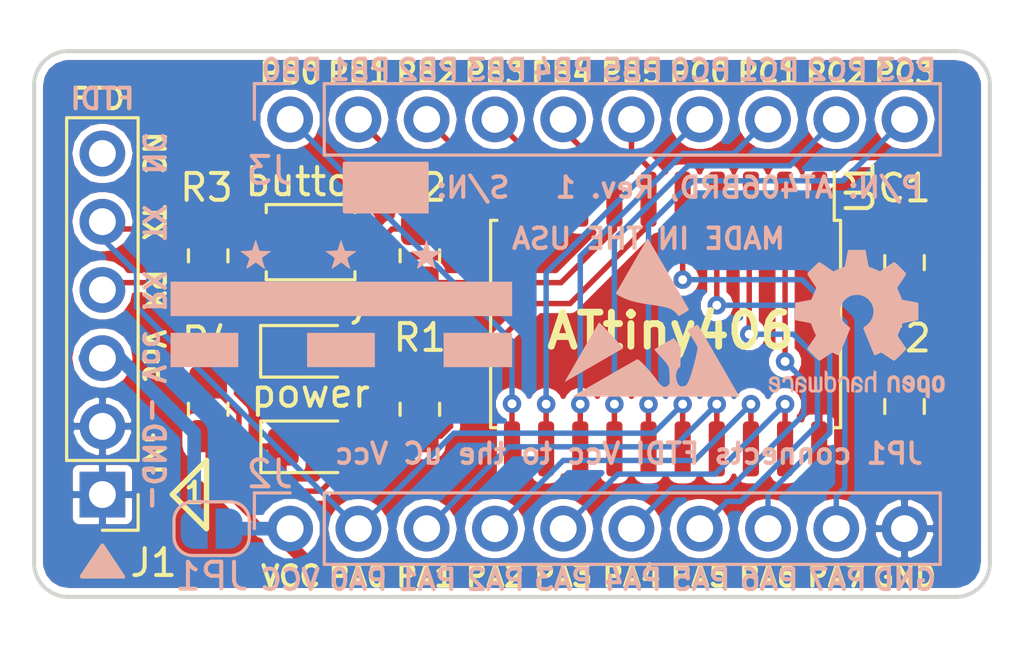
<source format=kicad_pcb>
(kicad_pcb (version 20171130) (host pcbnew 5.0.2+dfsg1-1)

  (general
    (thickness 1.6)
    (drawings 75)
    (tracks 161)
    (zones 0)
    (modules 17)
    (nets 26)
  )

  (page USLetter)
  (title_block
    (title "ATtiny406 Board")
    (date 2021-01-22)
    (rev 1)
  )

  (layers
    (0 F.Cu signal)
    (31 B.Cu signal)
    (34 B.Paste user hide)
    (35 F.Paste user hide)
    (36 B.SilkS user)
    (37 F.SilkS user)
    (38 B.Mask user)
    (39 F.Mask user)
    (40 Dwgs.User user hide)
    (44 Edge.Cuts user)
    (46 B.CrtYd user hide)
    (47 F.CrtYd user hide)
    (48 B.Fab user hide)
    (49 F.Fab user hide)
  )

  (setup
    (last_trace_width 0.254)
    (user_trace_width 0.2032)
    (user_trace_width 0.381)
    (user_trace_width 0.508)
    (user_trace_width 0.635)
    (user_trace_width 0.762)
    (user_trace_width 1.27)
    (user_trace_width 2.032)
    (trace_clearance 0.254)
    (zone_clearance 0.254)
    (zone_45_only no)
    (trace_min 0.1524)
    (segment_width 0.1524)
    (edge_width 0.1524)
    (via_size 0.6858)
    (via_drill 0.3302)
    (via_min_size 0.6858)
    (via_min_drill 0.3302)
    (user_via 0.6858 0.3302)
    (user_via 0.762 0.381)
    (user_via 1.016 0.508)
    (user_via 1.27 0.635)
    (uvia_size 0.6858)
    (uvia_drill 0.3302)
    (uvias_allowed no)
    (uvia_min_size 0)
    (uvia_min_drill 0)
    (pcb_text_width 0.1524)
    (pcb_text_size 1.016 1.016)
    (mod_edge_width 0.1524)
    (mod_text_size 1.016 1.016)
    (mod_text_width 0.1524)
    (pad_size 1.7 1.7)
    (pad_drill 1)
    (pad_to_mask_clearance 0.0508)
    (solder_mask_min_width 0.1016)
    (pad_to_paste_clearance -0.0508)
    (aux_axis_origin 0 0)
    (visible_elements FFFFDF7D)
    (pcbplotparams
      (layerselection 0x010f0_ffffffff)
      (usegerberextensions true)
      (usegerberattributes false)
      (usegerberadvancedattributes false)
      (creategerberjobfile false)
      (excludeedgelayer true)
      (linewidth 0.100000)
      (plotframeref false)
      (viasonmask false)
      (mode 1)
      (useauxorigin false)
      (hpglpennumber 1)
      (hpglpenspeed 20)
      (hpglpendiameter 15.000000)
      (psnegative false)
      (psa4output false)
      (plotreference true)
      (plotvalue true)
      (plotinvisibletext false)
      (padsonsilk false)
      (subtractmaskfromsilk false)
      (outputformat 1)
      (mirror false)
      (drillshape 0)
      (scaleselection 1)
      (outputdirectory "gerbers"))
  )

  (net 0 "")
  (net 1 VCC)
  (net 2 GND)
  (net 3 "Net-(D1-Pad2)")
  (net 4 "Net-(D2-Pad2)")
  (net 5 /PA0)
  (net 6 /PB0)
  (net 7 /PA7)
  (net 8 /PA6)
  (net 9 /PA5)
  (net 10 /PA4)
  (net 11 /PA3)
  (net 12 /PA2)
  (net 13 /PA1)
  (net 14 /PB5)
  (net 15 /PB4)
  (net 16 /PB3)
  (net 17 /PB2)
  (net 18 /PB1)
  (net 19 /PC0)
  (net 20 /PC1)
  (net 21 /PC2)
  (net 22 /PC3)
  (net 23 "Net-(R2-Pad2)")
  (net 24 "Net-(J1-Pad3)")
  (net 25 /RX)

  (net_class Default "This is the default net class."
    (clearance 0.254)
    (trace_width 0.254)
    (via_dia 0.6858)
    (via_drill 0.3302)
    (uvia_dia 0.6858)
    (uvia_drill 0.3302)
    (add_net /PA0)
    (add_net /PA1)
    (add_net /PA2)
    (add_net /PA3)
    (add_net /PA4)
    (add_net /PA5)
    (add_net /PA6)
    (add_net /PA7)
    (add_net /PB0)
    (add_net /PB1)
    (add_net /PB2)
    (add_net /PB3)
    (add_net /PB4)
    (add_net /PB5)
    (add_net /PC0)
    (add_net /PC1)
    (add_net /PC2)
    (add_net /PC3)
    (add_net /RX)
    (add_net GND)
    (add_net "Net-(D1-Pad2)")
    (add_net "Net-(D2-Pad2)")
    (add_net "Net-(J1-Pad3)")
    (add_net "Net-(R2-Pad2)")
    (add_net VCC)
  )

  (module Symbol:ESD-Logo_6.6x6mm_SilkScreen (layer B.Cu) (tedit 0) (tstamp 5F773EB2)
    (at 164.592 83.566 180)
    (descr "Electrostatic discharge Logo")
    (tags "Logo ESD")
    (attr virtual)
    (fp_text reference REF** (at 0 0 180) (layer B.SilkS) hide
      (effects (font (size 1 1) (thickness 0.15)) (justify mirror))
    )
    (fp_text value ESD-Logo_6.6x6mm_SilkScreen (at 0.75 0 180) (layer B.Fab) hide
      (effects (font (size 1 1) (thickness 0.15)) (justify mirror))
    )
    (fp_poly (pts (xy -1.677906 -0.291158) (xy -1.645381 -0.303736) (xy -1.595807 -0.328712) (xy -1.524626 -0.367876)
      (xy -1.519084 -0.370988) (xy -1.453526 -0.408476) (xy -1.398202 -0.441319) (xy -1.358545 -0.466205)
      (xy -1.339988 -0.47982) (xy -1.339469 -0.480487) (xy -1.343952 -0.49939) (xy -1.364514 -0.541605)
      (xy -1.399817 -0.604832) (xy -1.44852 -0.686772) (xy -1.509282 -0.785122) (xy -1.580764 -0.897585)
      (xy -1.598555 -0.925165) (xy -1.644907 -1.001699) (xy -1.678658 -1.067556) (xy -1.696847 -1.116782)
      (xy -1.698714 -1.126507) (xy -1.697885 -1.169312) (xy -1.688606 -1.237209) (xy -1.672032 -1.325843)
      (xy -1.64932 -1.430859) (xy -1.621627 -1.547902) (xy -1.59011 -1.672616) (xy -1.555925 -1.800645)
      (xy -1.520229 -1.927634) (xy -1.484179 -2.049228) (xy -1.448932 -2.161072) (xy -1.415644 -2.25881)
      (xy -1.385472 -2.338087) (xy -1.364439 -2.385122) (xy -1.339663 -2.435225) (xy -1.31627 -2.483168)
      (xy -1.315003 -2.485793) (xy -1.276301 -2.53422) (xy -1.219816 -2.566828) (xy -1.154061 -2.582454)
      (xy -1.087549 -2.579937) (xy -1.028795 -2.558114) (xy -0.995742 -2.529382) (xy -0.948141 -2.450583)
      (xy -0.913261 -2.352378) (xy -0.894123 -2.244779) (xy -0.891412 -2.18378) (xy -0.90233 -2.069935)
      (xy -0.934376 -1.97566) (xy -0.989274 -1.896379) (xy -1.006393 -1.878733) (xy -1.057339 -1.829235)
      (xy -1.060837 -1.479362) (xy -1.064336 -1.129489) (xy -0.975182 -0.994531) (xy -0.933346 -0.933445)
      (xy -0.893055 -0.878493) (xy -0.860057 -0.837336) (xy -0.845874 -0.822192) (xy -0.805719 -0.78481)
      (xy -0.751335 -0.814098) (xy -0.716961 -0.835084) (xy -0.698154 -0.851378) (xy -0.696951 -0.854307)
      (xy -0.684097 -0.866728) (xy -0.662104 -0.875977) (xy -0.64085 -0.884313) (xy -0.608306 -0.900149)
      (xy -0.561678 -0.925033) (xy -0.498171 -0.960509) (xy -0.414992 -1.008123) (xy -0.309347 -1.069422)
      (xy -0.251938 -1.102932) (xy -0.184406 -1.143071) (xy -0.140115 -1.171659) (xy -0.115145 -1.192039)
      (xy -0.105577 -1.207553) (xy -0.107492 -1.221546) (xy -0.109089 -1.224796) (xy -0.124624 -1.245266)
      (xy -0.157864 -1.283665) (xy -0.204938 -1.335696) (xy -0.261972 -1.397066) (xy -0.3113 -1.44909)
      (xy -0.42497 -1.572567) (xy -0.513895 -1.679591) (xy -0.578866 -1.77124) (xy -0.620679 -1.848588)
      (xy -0.634783 -1.887866) (xy -0.640608 -1.922249) (xy -0.646625 -1.980899) (xy -0.652304 -2.057117)
      (xy -0.657116 -2.144202) (xy -0.659381 -2.199268) (xy -0.662541 -2.294464) (xy -0.663931 -2.364062)
      (xy -0.663142 -2.413409) (xy -0.659765 -2.447854) (xy -0.653392 -2.472743) (xy -0.643613 -2.493425)
      (xy -0.635933 -2.506053) (xy -0.591579 -2.554726) (xy -0.534426 -2.588645) (xy -0.474292 -2.603438)
      (xy -0.429227 -2.598086) (xy -0.388424 -2.57493) (xy -0.337276 -2.533462) (xy -0.282958 -2.480912)
      (xy -0.232643 -2.424516) (xy -0.193506 -2.371505) (xy -0.179095 -2.345889) (xy -0.157509 -2.310814)
      (xy -0.118247 -2.257389) (xy -0.064898 -2.189789) (xy -0.001048 -2.11219) (xy 0.069715 -2.028768)
      (xy 0.143804 -1.943698) (xy 0.217632 -1.861155) (xy 0.287611 -1.785316) (xy 0.350155 -1.720356)
      (xy 0.39926 -1.672669) (xy 0.453779 -1.625032) (xy 0.499642 -1.589908) (xy 0.531811 -1.570949)
      (xy 0.542489 -1.568864) (xy 0.558853 -1.577274) (xy 0.599671 -1.599846) (xy 0.662586 -1.635224)
      (xy 0.745244 -1.682054) (xy 0.845289 -1.738981) (xy 0.960366 -1.804649) (xy 1.088119 -1.877703)
      (xy 1.226194 -1.956788) (xy 1.372234 -2.040548) (xy 1.523884 -2.127629) (xy 1.67879 -2.216676)
      (xy 1.834595 -2.306332) (xy 1.988944 -2.395243) (xy 2.139482 -2.482054) (xy 2.283854 -2.565409)
      (xy 2.419704 -2.643954) (xy 2.544677 -2.716333) (xy 2.656417 -2.78119) (xy 2.75257 -2.837171)
      (xy 2.830779 -2.88292) (xy 2.888689 -2.917083) (xy 2.923946 -2.938304) (xy 2.934165 -2.944963)
      (xy 2.920402 -2.94628) (xy 2.877104 -2.947559) (xy 2.805714 -2.948796) (xy 2.707673 -2.949983)
      (xy 2.584422 -2.951115) (xy 2.437403 -2.952186) (xy 2.268057 -2.953189) (xy 2.077826 -2.954119)
      (xy 1.868151 -2.954968) (xy 1.640473 -2.955732) (xy 1.396235 -2.956403) (xy 1.136877 -2.956976)
      (xy 0.863841 -2.957444) (xy 0.578568 -2.957802) (xy 0.2825 -2.958042) (xy -0.022921 -2.958159)
      (xy -0.151076 -2.958171) (xy -3.25103 -2.958171) (xy -3.029947 -2.574847) (xy -2.983144 -2.49368)
      (xy -2.922898 -2.389166) (xy -2.851222 -2.264801) (xy -2.770131 -2.124082) (xy -2.681638 -1.970503)
      (xy -2.58776 -1.807562) (xy -2.490509 -1.638754) (xy -2.3919 -1.467575) (xy -2.293947 -1.297521)
      (xy -2.269175 -1.254512) (xy -2.178848 -1.097857) (xy -2.092711 -0.948803) (xy -2.012058 -0.809568)
      (xy -1.938184 -0.682371) (xy -1.872383 -0.569432) (xy -1.81595 -0.472968) (xy -1.770179 -0.3952)
      (xy -1.736365 -0.338346) (xy -1.715802 -0.304625) (xy -1.710047 -0.29604) (xy -1.697942 -0.289189)
      (xy -1.677906 -0.291158)) (layer B.SilkS) (width 0.01))
    (fp_poly (pts (xy 1.987528 -0.234619) (xy 1.998908 -0.253693) (xy 2.024488 -0.297421) (xy 2.063002 -0.363619)
      (xy 2.113186 -0.450102) (xy 2.173775 -0.554685) (xy 2.243503 -0.675183) (xy 2.321107 -0.809412)
      (xy 2.40532 -0.955187) (xy 2.494879 -1.110323) (xy 2.586998 -1.27) (xy 2.681076 -1.433117)
      (xy 2.771402 -1.589709) (xy 2.856665 -1.737506) (xy 2.935557 -1.87424) (xy 3.006769 -1.997642)
      (xy 3.068991 -2.105444) (xy 3.120913 -2.195377) (xy 3.161228 -2.265173) (xy 3.188624 -2.312564)
      (xy 3.201507 -2.334786) (xy 3.222507 -2.37233) (xy 3.233925 -2.395831) (xy 3.234551 -2.39992)
      (xy 3.220636 -2.392242) (xy 3.181941 -2.370203) (xy 3.120487 -2.334971) (xy 3.038298 -2.287711)
      (xy 2.937396 -2.229589) (xy 2.819805 -2.161771) (xy 2.687546 -2.085424) (xy 2.542642 -2.001714)
      (xy 2.387117 -1.911806) (xy 2.222992 -1.816867) (xy 2.160549 -1.780732) (xy 1.993487 -1.684083)
      (xy 1.834074 -1.591938) (xy 1.684355 -1.505475) (xy 1.546376 -1.425871) (xy 1.422185 -1.354305)
      (xy 1.313827 -1.291955) (xy 1.223348 -1.239998) (xy 1.152796 -1.199613) (xy 1.104215 -1.171978)
      (xy 1.079654 -1.158272) (xy 1.077085 -1.156974) (xy 1.084569 -1.14522) (xy 1.110614 -1.113795)
      (xy 1.152559 -1.065594) (xy 1.207746 -1.00351) (xy 1.273517 -0.930439) (xy 1.347212 -0.849276)
      (xy 1.426173 -0.762916) (xy 1.50774 -0.674253) (xy 1.589254 -0.586182) (xy 1.668057 -0.501599)
      (xy 1.74149 -0.423397) (xy 1.806893 -0.354472) (xy 1.861608 -0.297719) (xy 1.902977 -0.256032)
      (xy 1.917164 -0.242363) (xy 1.96418 -0.198201) (xy 1.987528 -0.234619)) (layer B.SilkS) (width 0.01))
    (fp_poly (pts (xy 0.164043 2.914165) (xy 0.187065 2.876755) (xy 0.222534 2.817486) (xy 0.268996 2.738882)
      (xy 0.324996 2.643462) (xy 0.389081 2.53375) (xy 0.459796 2.412266) (xy 0.535687 2.281532)
      (xy 0.615299 2.14407) (xy 0.697178 2.002402) (xy 0.77987 1.859049) (xy 0.861921 1.716533)
      (xy 0.941876 1.577376) (xy 1.018281 1.444099) (xy 1.089682 1.319224) (xy 1.154624 1.205273)
      (xy 1.211653 1.104767) (xy 1.259315 1.020228) (xy 1.296155 0.954178) (xy 1.32072 0.909138)
      (xy 1.331554 0.88763) (xy 1.331951 0.886286) (xy 1.318501 0.868035) (xy 1.281114 0.840118)
      (xy 1.224235 0.805275) (xy 1.152312 0.766246) (xy 1.077015 0.729157) (xy 0.97456 0.684183)
      (xy 0.866817 0.643774) (xy 0.750073 0.607031) (xy 0.620618 0.573058) (xy 0.47474 0.540956)
      (xy 0.308726 0.509827) (xy 0.118866 0.478773) (xy -0.077531 0.449855) (xy -0.248166 0.4242)
      (xy -0.391455 0.398802) (xy -0.510992 0.372398) (xy -0.61037 0.343727) (xy -0.693182 0.311527)
      (xy -0.763022 0.274535) (xy -0.823482 0.231488) (xy -0.878155 0.181125) (xy -0.895786 0.162417)
      (xy -0.934 0.118861) (xy -0.962268 0.083318) (xy -0.975382 0.062417) (xy -0.975732 0.060703)
      (xy -0.98032 0.050194) (xy -0.996242 0.050076) (xy -1.026734 0.061746) (xy -1.075032 0.086604)
      (xy -1.144373 0.126048) (xy -1.192561 0.154413) (xy -1.264417 0.198753) (xy -1.320258 0.236721)
      (xy -1.356333 0.265584) (xy -1.368887 0.282612) (xy -1.368879 0.282736) (xy -1.361094 0.298963)
      (xy -1.339108 0.3396) (xy -1.304197 0.402433) (xy -1.257637 0.485248) (xy -1.200705 0.585828)
      (xy -1.134677 0.70196) (xy -1.060828 0.831429) (xy -0.980436 0.97202) (xy -0.894776 1.121518)
      (xy -0.805124 1.277708) (xy -0.712757 1.438376) (xy -0.618951 1.601307) (xy -0.524982 1.764287)
      (xy -0.432126 1.9251) (xy -0.34166 2.081532) (xy -0.254859 2.231367) (xy -0.173 2.372392)
      (xy -0.097359 2.502391) (xy -0.029213 2.619151) (xy 0.030163 2.720455) (xy 0.079493 2.804089)
      (xy 0.1175 2.867838) (xy 0.142907 2.909489) (xy 0.15444 2.926825) (xy 0.154923 2.927195)
      (xy 0.164043 2.914165)) (layer B.SilkS) (width 0.01))
  )

  (module Symbol:OSHW-Logo2_7.3x6mm_SilkScreen (layer B.Cu) (tedit 0) (tstamp 5F773E87)
    (at 172.212 83.82 180)
    (descr "Open Source Hardware Symbol")
    (tags "Logo Symbol OSHW")
    (attr virtual)
    (fp_text reference REF** (at 0 0 180) (layer B.SilkS) hide
      (effects (font (size 1 1) (thickness 0.15)) (justify mirror))
    )
    (fp_text value OSHW-Logo2_7.3x6mm_SilkScreen (at 0.75 0 180) (layer B.Fab) hide
      (effects (font (size 1 1) (thickness 0.15)) (justify mirror))
    )
    (fp_poly (pts (xy -2.400256 -1.919918) (xy -2.344799 -1.947568) (xy -2.295852 -1.99848) (xy -2.282371 -2.017338)
      (xy -2.267686 -2.042015) (xy -2.258158 -2.068816) (xy -2.252707 -2.104587) (xy -2.250253 -2.156169)
      (xy -2.249714 -2.224267) (xy -2.252148 -2.317588) (xy -2.260606 -2.387657) (xy -2.276826 -2.439931)
      (xy -2.302546 -2.479869) (xy -2.339503 -2.512929) (xy -2.342218 -2.514886) (xy -2.37864 -2.534908)
      (xy -2.422498 -2.544815) (xy -2.478276 -2.547257) (xy -2.568952 -2.547257) (xy -2.56899 -2.635283)
      (xy -2.569834 -2.684308) (xy -2.574976 -2.713065) (xy -2.588413 -2.730311) (xy -2.614142 -2.744808)
      (xy -2.620321 -2.747769) (xy -2.649236 -2.761648) (xy -2.671624 -2.770414) (xy -2.688271 -2.771171)
      (xy -2.699964 -2.761023) (xy -2.70749 -2.737073) (xy -2.711634 -2.696426) (xy -2.713185 -2.636186)
      (xy -2.712929 -2.553455) (xy -2.711651 -2.445339) (xy -2.711252 -2.413) (xy -2.709815 -2.301524)
      (xy -2.708528 -2.228603) (xy -2.569029 -2.228603) (xy -2.568245 -2.290499) (xy -2.56476 -2.330997)
      (xy -2.556876 -2.357708) (xy -2.542895 -2.378244) (xy -2.533403 -2.38826) (xy -2.494596 -2.417567)
      (xy -2.460237 -2.419952) (xy -2.424784 -2.39575) (xy -2.423886 -2.394857) (xy -2.409461 -2.376153)
      (xy -2.400687 -2.350732) (xy -2.396261 -2.311584) (xy -2.394882 -2.251697) (xy -2.394857 -2.23843)
      (xy -2.398188 -2.155901) (xy -2.409031 -2.098691) (xy -2.42866 -2.063766) (xy -2.45835 -2.048094)
      (xy -2.475509 -2.046514) (xy -2.516234 -2.053926) (xy -2.544168 -2.07833) (xy -2.560983 -2.12298)
      (xy -2.56835 -2.19113) (xy -2.569029 -2.228603) (xy -2.708528 -2.228603) (xy -2.708292 -2.215245)
      (xy -2.706323 -2.150333) (xy -2.70355 -2.102958) (xy -2.699612 -2.06929) (xy -2.694151 -2.045498)
      (xy -2.686808 -2.027753) (xy -2.677223 -2.012224) (xy -2.673113 -2.006381) (xy -2.618595 -1.951185)
      (xy -2.549664 -1.91989) (xy -2.469928 -1.911165) (xy -2.400256 -1.919918)) (layer B.SilkS) (width 0.01))
    (fp_poly (pts (xy -1.283907 -1.92778) (xy -1.237328 -1.954723) (xy -1.204943 -1.981466) (xy -1.181258 -2.009484)
      (xy -1.164941 -2.043748) (xy -1.154661 -2.089227) (xy -1.149086 -2.150892) (xy -1.146884 -2.233711)
      (xy -1.146629 -2.293246) (xy -1.146629 -2.512391) (xy -1.208314 -2.540044) (xy -1.27 -2.567697)
      (xy -1.277257 -2.32767) (xy -1.280256 -2.238028) (xy -1.283402 -2.172962) (xy -1.287299 -2.128026)
      (xy -1.292553 -2.09877) (xy -1.299769 -2.080748) (xy -1.30955 -2.069511) (xy -1.312688 -2.067079)
      (xy -1.360239 -2.048083) (xy -1.408303 -2.0556) (xy -1.436914 -2.075543) (xy -1.448553 -2.089675)
      (xy -1.456609 -2.10822) (xy -1.461729 -2.136334) (xy -1.464559 -2.179173) (xy -1.465744 -2.241895)
      (xy -1.465943 -2.307261) (xy -1.465982 -2.389268) (xy -1.467386 -2.447316) (xy -1.472086 -2.486465)
      (xy -1.482013 -2.51178) (xy -1.499097 -2.528323) (xy -1.525268 -2.541156) (xy -1.560225 -2.554491)
      (xy -1.598404 -2.569007) (xy -1.593859 -2.311389) (xy -1.592029 -2.218519) (xy -1.589888 -2.149889)
      (xy -1.586819 -2.100711) (xy -1.582206 -2.066198) (xy -1.575432 -2.041562) (xy -1.565881 -2.022016)
      (xy -1.554366 -2.00477) (xy -1.49881 -1.94968) (xy -1.43102 -1.917822) (xy -1.357287 -1.910191)
      (xy -1.283907 -1.92778)) (layer B.SilkS) (width 0.01))
    (fp_poly (pts (xy -2.958885 -1.921962) (xy -2.890855 -1.957733) (xy -2.840649 -2.015301) (xy -2.822815 -2.052312)
      (xy -2.808937 -2.107882) (xy -2.801833 -2.178096) (xy -2.80116 -2.254727) (xy -2.806573 -2.329552)
      (xy -2.81773 -2.394342) (xy -2.834286 -2.440873) (xy -2.839374 -2.448887) (xy -2.899645 -2.508707)
      (xy -2.971231 -2.544535) (xy -3.048908 -2.55502) (xy -3.127452 -2.53881) (xy -3.149311 -2.529092)
      (xy -3.191878 -2.499143) (xy -3.229237 -2.459433) (xy -3.232768 -2.454397) (xy -3.247119 -2.430124)
      (xy -3.256606 -2.404178) (xy -3.26221 -2.370022) (xy -3.264914 -2.321119) (xy -3.265701 -2.250935)
      (xy -3.265714 -2.2352) (xy -3.265678 -2.230192) (xy -3.120571 -2.230192) (xy -3.119727 -2.29643)
      (xy -3.116404 -2.340386) (xy -3.109417 -2.368779) (xy -3.097584 -2.388325) (xy -3.091543 -2.394857)
      (xy -3.056814 -2.41968) (xy -3.023097 -2.418548) (xy -2.989005 -2.397016) (xy -2.968671 -2.374029)
      (xy -2.956629 -2.340478) (xy -2.949866 -2.287569) (xy -2.949402 -2.281399) (xy -2.948248 -2.185513)
      (xy -2.960312 -2.114299) (xy -2.98543 -2.068194) (xy -3.02344 -2.047635) (xy -3.037008 -2.046514)
      (xy -3.072636 -2.052152) (xy -3.097006 -2.071686) (xy -3.111907 -2.109042) (xy -3.119125 -2.16815)
      (xy -3.120571 -2.230192) (xy -3.265678 -2.230192) (xy -3.265174 -2.160413) (xy -3.262904 -2.108159)
      (xy -3.257932 -2.071949) (xy -3.249287 -2.045299) (xy -3.235995 -2.021722) (xy -3.233057 -2.017338)
      (xy -3.183687 -1.958249) (xy -3.129891 -1.923947) (xy -3.064398 -1.910331) (xy -3.042158 -1.909665)
      (xy -2.958885 -1.921962)) (layer B.SilkS) (width 0.01))
    (fp_poly (pts (xy -1.831697 -1.931239) (xy -1.774473 -1.969735) (xy -1.730251 -2.025335) (xy -1.703833 -2.096086)
      (xy -1.69849 -2.148162) (xy -1.699097 -2.169893) (xy -1.704178 -2.186531) (xy -1.718145 -2.201437)
      (xy -1.745411 -2.217973) (xy -1.790388 -2.239498) (xy -1.857489 -2.269374) (xy -1.857829 -2.269524)
      (xy -1.919593 -2.297813) (xy -1.970241 -2.322933) (xy -2.004596 -2.342179) (xy -2.017482 -2.352848)
      (xy -2.017486 -2.352934) (xy -2.006128 -2.376166) (xy -1.979569 -2.401774) (xy -1.949077 -2.420221)
      (xy -1.93363 -2.423886) (xy -1.891485 -2.411212) (xy -1.855192 -2.379471) (xy -1.837483 -2.344572)
      (xy -1.820448 -2.318845) (xy -1.787078 -2.289546) (xy -1.747851 -2.264235) (xy -1.713244 -2.250471)
      (xy -1.706007 -2.249714) (xy -1.697861 -2.26216) (xy -1.69737 -2.293972) (xy -1.703357 -2.336866)
      (xy -1.714643 -2.382558) (xy -1.73005 -2.422761) (xy -1.730829 -2.424322) (xy -1.777196 -2.489062)
      (xy -1.837289 -2.533097) (xy -1.905535 -2.554711) (xy -1.976362 -2.552185) (xy -2.044196 -2.523804)
      (xy -2.047212 -2.521808) (xy -2.100573 -2.473448) (xy -2.13566 -2.410352) (xy -2.155078 -2.327387)
      (xy -2.157684 -2.304078) (xy -2.162299 -2.194055) (xy -2.156767 -2.142748) (xy -2.017486 -2.142748)
      (xy -2.015676 -2.174753) (xy -2.005778 -2.184093) (xy -1.981102 -2.177105) (xy -1.942205 -2.160587)
      (xy -1.898725 -2.139881) (xy -1.897644 -2.139333) (xy -1.860791 -2.119949) (xy -1.846 -2.107013)
      (xy -1.849647 -2.093451) (xy -1.865005 -2.075632) (xy -1.904077 -2.049845) (xy -1.946154 -2.04795)
      (xy -1.983897 -2.066717) (xy -2.009966 -2.102915) (xy -2.017486 -2.142748) (xy -2.156767 -2.142748)
      (xy -2.152806 -2.106027) (xy -2.12845 -2.036212) (xy -2.094544 -1.987302) (xy -2.033347 -1.937878)
      (xy -1.965937 -1.913359) (xy -1.89712 -1.911797) (xy -1.831697 -1.931239)) (layer B.SilkS) (width 0.01))
    (fp_poly (pts (xy -0.624114 -1.851289) (xy -0.619861 -1.910613) (xy -0.614975 -1.945572) (xy -0.608205 -1.96082)
      (xy -0.598298 -1.961015) (xy -0.595086 -1.959195) (xy -0.552356 -1.946015) (xy -0.496773 -1.946785)
      (xy -0.440263 -1.960333) (xy -0.404918 -1.977861) (xy -0.368679 -2.005861) (xy -0.342187 -2.037549)
      (xy -0.324001 -2.077813) (xy -0.312678 -2.131543) (xy -0.306778 -2.203626) (xy -0.304857 -2.298951)
      (xy -0.304823 -2.317237) (xy -0.3048 -2.522646) (xy -0.350509 -2.53858) (xy -0.382973 -2.54942)
      (xy -0.400785 -2.554468) (xy -0.401309 -2.554514) (xy -0.403063 -2.540828) (xy -0.404556 -2.503076)
      (xy -0.405674 -2.446224) (xy -0.406303 -2.375234) (xy -0.4064 -2.332073) (xy -0.406602 -2.246973)
      (xy -0.407642 -2.185981) (xy -0.410169 -2.144177) (xy -0.414836 -2.116642) (xy -0.422293 -2.098456)
      (xy -0.433189 -2.084698) (xy -0.439993 -2.078073) (xy -0.486728 -2.051375) (xy -0.537728 -2.049375)
      (xy -0.583999 -2.071955) (xy -0.592556 -2.080107) (xy -0.605107 -2.095436) (xy -0.613812 -2.113618)
      (xy -0.619369 -2.139909) (xy -0.622474 -2.179562) (xy -0.623824 -2.237832) (xy -0.624114 -2.318173)
      (xy -0.624114 -2.522646) (xy -0.669823 -2.53858) (xy -0.702287 -2.54942) (xy -0.720099 -2.554468)
      (xy -0.720623 -2.554514) (xy -0.721963 -2.540623) (xy -0.723172 -2.501439) (xy -0.724199 -2.4407)
      (xy -0.724998 -2.362141) (xy -0.725519 -2.269498) (xy -0.725714 -2.166509) (xy -0.725714 -1.769342)
      (xy -0.678543 -1.749444) (xy -0.631371 -1.729547) (xy -0.624114 -1.851289)) (layer B.SilkS) (width 0.01))
    (fp_poly (pts (xy 0.039744 -1.950968) (xy 0.096616 -1.972087) (xy 0.097267 -1.972493) (xy 0.13244 -1.99838)
      (xy 0.158407 -2.028633) (xy 0.17667 -2.068058) (xy 0.188732 -2.121462) (xy 0.196096 -2.193651)
      (xy 0.200264 -2.289432) (xy 0.200629 -2.303078) (xy 0.205876 -2.508842) (xy 0.161716 -2.531678)
      (xy 0.129763 -2.54711) (xy 0.11047 -2.554423) (xy 0.109578 -2.554514) (xy 0.106239 -2.541022)
      (xy 0.103587 -2.504626) (xy 0.101956 -2.451452) (xy 0.1016 -2.408393) (xy 0.101592 -2.338641)
      (xy 0.098403 -2.294837) (xy 0.087288 -2.273944) (xy 0.063501 -2.272925) (xy 0.022296 -2.288741)
      (xy -0.039914 -2.317815) (xy -0.085659 -2.341963) (xy -0.109187 -2.362913) (xy -0.116104 -2.385747)
      (xy -0.116114 -2.386877) (xy -0.104701 -2.426212) (xy -0.070908 -2.447462) (xy -0.019191 -2.450539)
      (xy 0.018061 -2.450006) (xy 0.037703 -2.460735) (xy 0.049952 -2.486505) (xy 0.057002 -2.519337)
      (xy 0.046842 -2.537966) (xy 0.043017 -2.540632) (xy 0.007001 -2.55134) (xy -0.043434 -2.552856)
      (xy -0.095374 -2.545759) (xy -0.132178 -2.532788) (xy -0.183062 -2.489585) (xy -0.211986 -2.429446)
      (xy -0.217714 -2.382462) (xy -0.213343 -2.340082) (xy -0.197525 -2.305488) (xy -0.166203 -2.274763)
      (xy -0.115322 -2.24399) (xy -0.040824 -2.209252) (xy -0.036286 -2.207288) (xy 0.030821 -2.176287)
      (xy 0.072232 -2.150862) (xy 0.089981 -2.128014) (xy 0.086107 -2.104745) (xy 0.062643 -2.078056)
      (xy 0.055627 -2.071914) (xy 0.00863 -2.0481) (xy -0.040067 -2.049103) (xy -0.082478 -2.072451)
      (xy -0.110616 -2.115675) (xy -0.113231 -2.12416) (xy -0.138692 -2.165308) (xy -0.170999 -2.185128)
      (xy -0.217714 -2.20477) (xy -0.217714 -2.15395) (xy -0.203504 -2.080082) (xy -0.161325 -2.012327)
      (xy -0.139376 -1.989661) (xy -0.089483 -1.960569) (xy -0.026033 -1.9474) (xy 0.039744 -1.950968)) (layer B.SilkS) (width 0.01))
    (fp_poly (pts (xy 0.529926 -1.949755) (xy 0.595858 -1.974084) (xy 0.649273 -2.017117) (xy 0.670164 -2.047409)
      (xy 0.692939 -2.102994) (xy 0.692466 -2.143186) (xy 0.668562 -2.170217) (xy 0.659717 -2.174813)
      (xy 0.62153 -2.189144) (xy 0.602028 -2.185472) (xy 0.595422 -2.161407) (xy 0.595086 -2.148114)
      (xy 0.582992 -2.09921) (xy 0.551471 -2.064999) (xy 0.507659 -2.048476) (xy 0.458695 -2.052634)
      (xy 0.418894 -2.074227) (xy 0.40545 -2.086544) (xy 0.395921 -2.101487) (xy 0.389485 -2.124075)
      (xy 0.385317 -2.159328) (xy 0.382597 -2.212266) (xy 0.380502 -2.287907) (xy 0.37996 -2.311857)
      (xy 0.377981 -2.39379) (xy 0.375731 -2.451455) (xy 0.372357 -2.489608) (xy 0.367006 -2.513004)
      (xy 0.358824 -2.526398) (xy 0.346959 -2.534545) (xy 0.339362 -2.538144) (xy 0.307102 -2.550452)
      (xy 0.288111 -2.554514) (xy 0.281836 -2.540948) (xy 0.278006 -2.499934) (xy 0.2766 -2.430999)
      (xy 0.277598 -2.333669) (xy 0.277908 -2.318657) (xy 0.280101 -2.229859) (xy 0.282693 -2.165019)
      (xy 0.286382 -2.119067) (xy 0.291864 -2.086935) (xy 0.299835 -2.063553) (xy 0.310993 -2.043852)
      (xy 0.31683 -2.03541) (xy 0.350296 -1.998057) (xy 0.387727 -1.969003) (xy 0.392309 -1.966467)
      (xy 0.459426 -1.946443) (xy 0.529926 -1.949755)) (layer B.SilkS) (width 0.01))
    (fp_poly (pts (xy 1.190117 -2.065358) (xy 1.189933 -2.173837) (xy 1.189219 -2.257287) (xy 1.187675 -2.319704)
      (xy 1.185001 -2.365085) (xy 1.180894 -2.397429) (xy 1.175055 -2.420733) (xy 1.167182 -2.438995)
      (xy 1.161221 -2.449418) (xy 1.111855 -2.505945) (xy 1.049264 -2.541377) (xy 0.980013 -2.55409)
      (xy 0.910668 -2.542463) (xy 0.869375 -2.521568) (xy 0.826025 -2.485422) (xy 0.796481 -2.441276)
      (xy 0.778655 -2.383462) (xy 0.770463 -2.306313) (xy 0.769302 -2.249714) (xy 0.769458 -2.245647)
      (xy 0.870857 -2.245647) (xy 0.871476 -2.31055) (xy 0.874314 -2.353514) (xy 0.88084 -2.381622)
      (xy 0.892523 -2.401953) (xy 0.906483 -2.417288) (xy 0.953365 -2.44689) (xy 1.003701 -2.449419)
      (xy 1.051276 -2.424705) (xy 1.054979 -2.421356) (xy 1.070783 -2.403935) (xy 1.080693 -2.383209)
      (xy 1.086058 -2.352362) (xy 1.088228 -2.304577) (xy 1.088571 -2.251748) (xy 1.087827 -2.185381)
      (xy 1.084748 -2.141106) (xy 1.078061 -2.112009) (xy 1.066496 -2.091173) (xy 1.057013 -2.080107)
      (xy 1.01296 -2.052198) (xy 0.962224 -2.048843) (xy 0.913796 -2.070159) (xy 0.90445 -2.078073)
      (xy 0.88854 -2.095647) (xy 0.87861 -2.116587) (xy 0.873278 -2.147782) (xy 0.871163 -2.196122)
      (xy 0.870857 -2.245647) (xy 0.769458 -2.245647) (xy 0.77281 -2.158568) (xy 0.784726 -2.090086)
      (xy 0.807135 -2.0386) (xy 0.842124 -1.998443) (xy 0.869375 -1.977861) (xy 0.918907 -1.955625)
      (xy 0.976316 -1.945304) (xy 1.029682 -1.948067) (xy 1.059543 -1.959212) (xy 1.071261 -1.962383)
      (xy 1.079037 -1.950557) (xy 1.084465 -1.918866) (xy 1.088571 -1.870593) (xy 1.093067 -1.816829)
      (xy 1.099313 -1.784482) (xy 1.110676 -1.765985) (xy 1.130528 -1.75377) (xy 1.143 -1.748362)
      (xy 1.190171 -1.728601) (xy 1.190117 -2.065358)) (layer B.SilkS) (width 0.01))
    (fp_poly (pts (xy 1.779833 -1.958663) (xy 1.782048 -1.99685) (xy 1.783784 -2.054886) (xy 1.784899 -2.12818)
      (xy 1.785257 -2.205055) (xy 1.785257 -2.465196) (xy 1.739326 -2.511127) (xy 1.707675 -2.539429)
      (xy 1.67989 -2.550893) (xy 1.641915 -2.550168) (xy 1.62684 -2.548321) (xy 1.579726 -2.542948)
      (xy 1.540756 -2.539869) (xy 1.531257 -2.539585) (xy 1.499233 -2.541445) (xy 1.453432 -2.546114)
      (xy 1.435674 -2.548321) (xy 1.392057 -2.551735) (xy 1.362745 -2.54432) (xy 1.33368 -2.521427)
      (xy 1.323188 -2.511127) (xy 1.277257 -2.465196) (xy 1.277257 -1.978602) (xy 1.314226 -1.961758)
      (xy 1.346059 -1.949282) (xy 1.364683 -1.944914) (xy 1.369458 -1.958718) (xy 1.373921 -1.997286)
      (xy 1.377775 -2.056356) (xy 1.380722 -2.131663) (xy 1.382143 -2.195286) (xy 1.386114 -2.445657)
      (xy 1.420759 -2.450556) (xy 1.452268 -2.447131) (xy 1.467708 -2.436041) (xy 1.472023 -2.415308)
      (xy 1.475708 -2.371145) (xy 1.478469 -2.309146) (xy 1.480012 -2.234909) (xy 1.480235 -2.196706)
      (xy 1.480457 -1.976783) (xy 1.526166 -1.960849) (xy 1.558518 -1.950015) (xy 1.576115 -1.944962)
      (xy 1.576623 -1.944914) (xy 1.578388 -1.958648) (xy 1.580329 -1.99673) (xy 1.582282 -2.054482)
      (xy 1.584084 -2.127227) (xy 1.585343 -2.195286) (xy 1.589314 -2.445657) (xy 1.6764 -2.445657)
      (xy 1.680396 -2.21724) (xy 1.684392 -1.988822) (xy 1.726847 -1.966868) (xy 1.758192 -1.951793)
      (xy 1.776744 -1.944951) (xy 1.777279 -1.944914) (xy 1.779833 -1.958663)) (layer B.SilkS) (width 0.01))
    (fp_poly (pts (xy 2.144876 -1.956335) (xy 2.186667 -1.975344) (xy 2.219469 -1.998378) (xy 2.243503 -2.024133)
      (xy 2.260097 -2.057358) (xy 2.270577 -2.1028) (xy 2.276271 -2.165207) (xy 2.278507 -2.249327)
      (xy 2.278743 -2.304721) (xy 2.278743 -2.520826) (xy 2.241774 -2.53767) (xy 2.212656 -2.549981)
      (xy 2.198231 -2.554514) (xy 2.195472 -2.541025) (xy 2.193282 -2.504653) (xy 2.191942 -2.451542)
      (xy 2.191657 -2.409372) (xy 2.190434 -2.348447) (xy 2.187136 -2.300115) (xy 2.182321 -2.270518)
      (xy 2.178496 -2.264229) (xy 2.152783 -2.270652) (xy 2.112418 -2.287125) (xy 2.065679 -2.309458)
      (xy 2.020845 -2.333457) (xy 1.986193 -2.35493) (xy 1.970002 -2.369685) (xy 1.969938 -2.369845)
      (xy 1.97133 -2.397152) (xy 1.983818 -2.423219) (xy 2.005743 -2.444392) (xy 2.037743 -2.451474)
      (xy 2.065092 -2.450649) (xy 2.103826 -2.450042) (xy 2.124158 -2.459116) (xy 2.136369 -2.483092)
      (xy 2.137909 -2.487613) (xy 2.143203 -2.521806) (xy 2.129047 -2.542568) (xy 2.092148 -2.552462)
      (xy 2.052289 -2.554292) (xy 1.980562 -2.540727) (xy 1.943432 -2.521355) (xy 1.897576 -2.475845)
      (xy 1.873256 -2.419983) (xy 1.871073 -2.360957) (xy 1.891629 -2.305953) (xy 1.922549 -2.271486)
      (xy 1.95342 -2.252189) (xy 2.001942 -2.227759) (xy 2.058485 -2.202985) (xy 2.06791 -2.199199)
      (xy 2.130019 -2.171791) (xy 2.165822 -2.147634) (xy 2.177337 -2.123619) (xy 2.16658 -2.096635)
      (xy 2.148114 -2.075543) (xy 2.104469 -2.049572) (xy 2.056446 -2.047624) (xy 2.012406 -2.067637)
      (xy 1.980709 -2.107551) (xy 1.976549 -2.117848) (xy 1.952327 -2.155724) (xy 1.916965 -2.183842)
      (xy 1.872343 -2.206917) (xy 1.872343 -2.141485) (xy 1.874969 -2.101506) (xy 1.88623 -2.069997)
      (xy 1.911199 -2.036378) (xy 1.935169 -2.010484) (xy 1.972441 -1.973817) (xy 2.001401 -1.954121)
      (xy 2.032505 -1.94622) (xy 2.067713 -1.944914) (xy 2.144876 -1.956335)) (layer B.SilkS) (width 0.01))
    (fp_poly (pts (xy 2.6526 -1.958752) (xy 2.669948 -1.966334) (xy 2.711356 -1.999128) (xy 2.746765 -2.046547)
      (xy 2.768664 -2.097151) (xy 2.772229 -2.122098) (xy 2.760279 -2.156927) (xy 2.734067 -2.175357)
      (xy 2.705964 -2.186516) (xy 2.693095 -2.188572) (xy 2.686829 -2.173649) (xy 2.674456 -2.141175)
      (xy 2.669028 -2.126502) (xy 2.63859 -2.075744) (xy 2.59452 -2.050427) (xy 2.53801 -2.051206)
      (xy 2.533825 -2.052203) (xy 2.503655 -2.066507) (xy 2.481476 -2.094393) (xy 2.466327 -2.139287)
      (xy 2.45725 -2.204615) (xy 2.453286 -2.293804) (xy 2.452914 -2.341261) (xy 2.45273 -2.416071)
      (xy 2.451522 -2.467069) (xy 2.448309 -2.499471) (xy 2.442109 -2.518495) (xy 2.43194 -2.529356)
      (xy 2.416819 -2.537272) (xy 2.415946 -2.53767) (xy 2.386828 -2.549981) (xy 2.372403 -2.554514)
      (xy 2.370186 -2.540809) (xy 2.368289 -2.502925) (xy 2.366847 -2.445715) (xy 2.365998 -2.374027)
      (xy 2.365829 -2.321565) (xy 2.366692 -2.220047) (xy 2.37007 -2.143032) (xy 2.377142 -2.086023)
      (xy 2.389088 -2.044526) (xy 2.40709 -2.014043) (xy 2.432327 -1.99008) (xy 2.457247 -1.973355)
      (xy 2.517171 -1.951097) (xy 2.586911 -1.946076) (xy 2.6526 -1.958752)) (layer B.SilkS) (width 0.01))
    (fp_poly (pts (xy 3.153595 -1.966966) (xy 3.211021 -2.004497) (xy 3.238719 -2.038096) (xy 3.260662 -2.099064)
      (xy 3.262405 -2.147308) (xy 3.258457 -2.211816) (xy 3.109686 -2.276934) (xy 3.037349 -2.310202)
      (xy 2.990084 -2.336964) (xy 2.965507 -2.360144) (xy 2.961237 -2.382667) (xy 2.974889 -2.407455)
      (xy 2.989943 -2.423886) (xy 3.033746 -2.450235) (xy 3.081389 -2.452081) (xy 3.125145 -2.431546)
      (xy 3.157289 -2.390752) (xy 3.163038 -2.376347) (xy 3.190576 -2.331356) (xy 3.222258 -2.312182)
      (xy 3.265714 -2.295779) (xy 3.265714 -2.357966) (xy 3.261872 -2.400283) (xy 3.246823 -2.435969)
      (xy 3.21528 -2.476943) (xy 3.210592 -2.482267) (xy 3.175506 -2.51872) (xy 3.145347 -2.538283)
      (xy 3.107615 -2.547283) (xy 3.076335 -2.55023) (xy 3.020385 -2.550965) (xy 2.980555 -2.54166)
      (xy 2.955708 -2.527846) (xy 2.916656 -2.497467) (xy 2.889625 -2.464613) (xy 2.872517 -2.423294)
      (xy 2.863238 -2.367521) (xy 2.859693 -2.291305) (xy 2.85941 -2.252622) (xy 2.860372 -2.206247)
      (xy 2.948007 -2.206247) (xy 2.949023 -2.231126) (xy 2.951556 -2.2352) (xy 2.968274 -2.229665)
      (xy 3.004249 -2.215017) (xy 3.052331 -2.19419) (xy 3.062386 -2.189714) (xy 3.123152 -2.158814)
      (xy 3.156632 -2.131657) (xy 3.16399 -2.10622) (xy 3.146391 -2.080481) (xy 3.131856 -2.069109)
      (xy 3.07941 -2.046364) (xy 3.030322 -2.050122) (xy 2.989227 -2.077884) (xy 2.960758 -2.127152)
      (xy 2.951631 -2.166257) (xy 2.948007 -2.206247) (xy 2.860372 -2.206247) (xy 2.861285 -2.162249)
      (xy 2.868196 -2.095384) (xy 2.881884 -2.046695) (xy 2.904096 -2.010849) (xy 2.936574 -1.982513)
      (xy 2.950733 -1.973355) (xy 3.015053 -1.949507) (xy 3.085473 -1.948006) (xy 3.153595 -1.966966)) (layer B.SilkS) (width 0.01))
    (fp_poly (pts (xy 0.10391 2.757652) (xy 0.182454 2.757222) (xy 0.239298 2.756058) (xy 0.278105 2.753793)
      (xy 0.302538 2.75006) (xy 0.316262 2.744494) (xy 0.32294 2.736727) (xy 0.326236 2.726395)
      (xy 0.326556 2.725057) (xy 0.331562 2.700921) (xy 0.340829 2.653299) (xy 0.353392 2.587259)
      (xy 0.368287 2.507872) (xy 0.384551 2.420204) (xy 0.385119 2.417125) (xy 0.40141 2.331211)
      (xy 0.416652 2.255304) (xy 0.429861 2.193955) (xy 0.440054 2.151718) (xy 0.446248 2.133145)
      (xy 0.446543 2.132816) (xy 0.464788 2.123747) (xy 0.502405 2.108633) (xy 0.551271 2.090738)
      (xy 0.551543 2.090642) (xy 0.613093 2.067507) (xy 0.685657 2.038035) (xy 0.754057 2.008403)
      (xy 0.757294 2.006938) (xy 0.868702 1.956374) (xy 1.115399 2.12484) (xy 1.191077 2.176197)
      (xy 1.259631 2.222111) (xy 1.317088 2.25997) (xy 1.359476 2.287163) (xy 1.382825 2.301079)
      (xy 1.385042 2.302111) (xy 1.40201 2.297516) (xy 1.433701 2.275345) (xy 1.481352 2.234553)
      (xy 1.546198 2.174095) (xy 1.612397 2.109773) (xy 1.676214 2.046388) (xy 1.733329 1.988549)
      (xy 1.780305 1.939825) (xy 1.813703 1.90379) (xy 1.830085 1.884016) (xy 1.830694 1.882998)
      (xy 1.832505 1.869428) (xy 1.825683 1.847267) (xy 1.80854 1.813522) (xy 1.779393 1.7652)
      (xy 1.736555 1.699308) (xy 1.679448 1.614483) (xy 1.628766 1.539823) (xy 1.583461 1.47286)
      (xy 1.54615 1.417484) (xy 1.519452 1.37758) (xy 1.505985 1.357038) (xy 1.505137 1.355644)
      (xy 1.506781 1.335962) (xy 1.519245 1.297707) (xy 1.540048 1.248111) (xy 1.547462 1.232272)
      (xy 1.579814 1.16171) (xy 1.614328 1.081647) (xy 1.642365 1.012371) (xy 1.662568 0.960955)
      (xy 1.678615 0.921881) (xy 1.687888 0.901459) (xy 1.689041 0.899886) (xy 1.706096 0.897279)
      (xy 1.746298 0.890137) (xy 1.804302 0.879477) (xy 1.874763 0.866315) (xy 1.952335 0.851667)
      (xy 2.031672 0.836551) (xy 2.107431 0.821982) (xy 2.174264 0.808978) (xy 2.226828 0.798555)
      (xy 2.259776 0.79173) (xy 2.267857 0.789801) (xy 2.276205 0.785038) (xy 2.282506 0.774282)
      (xy 2.287045 0.753902) (xy 2.290104 0.720266) (xy 2.291967 0.669745) (xy 2.292918 0.598708)
      (xy 2.29324 0.503524) (xy 2.293257 0.464508) (xy 2.293257 0.147201) (xy 2.217057 0.132161)
      (xy 2.174663 0.124005) (xy 2.1114 0.112101) (xy 2.034962 0.097884) (xy 1.953043 0.08279)
      (xy 1.9304 0.078645) (xy 1.854806 0.063947) (xy 1.788953 0.049495) (xy 1.738366 0.036625)
      (xy 1.708574 0.026678) (xy 1.703612 0.023713) (xy 1.691426 0.002717) (xy 1.673953 -0.037967)
      (xy 1.654577 -0.090322) (xy 1.650734 -0.1016) (xy 1.625339 -0.171523) (xy 1.593817 -0.250418)
      (xy 1.562969 -0.321266) (xy 1.562817 -0.321595) (xy 1.511447 -0.432733) (xy 1.680399 -0.681253)
      (xy 1.849352 -0.929772) (xy 1.632429 -1.147058) (xy 1.566819 -1.211726) (xy 1.506979 -1.268733)
      (xy 1.456267 -1.315033) (xy 1.418046 -1.347584) (xy 1.395675 -1.363343) (xy 1.392466 -1.364343)
      (xy 1.373626 -1.356469) (xy 1.33518 -1.334578) (xy 1.28133 -1.301267) (xy 1.216276 -1.259131)
      (xy 1.14594 -1.211943) (xy 1.074555 -1.16381) (xy 1.010908 -1.121928) (xy 0.959041 -1.088871)
      (xy 0.922995 -1.067218) (xy 0.906867 -1.059543) (xy 0.887189 -1.066037) (xy 0.849875 -1.08315)
      (xy 0.802621 -1.107326) (xy 0.797612 -1.110013) (xy 0.733977 -1.141927) (xy 0.690341 -1.157579)
      (xy 0.663202 -1.157745) (xy 0.649057 -1.143204) (xy 0.648975 -1.143) (xy 0.641905 -1.125779)
      (xy 0.625042 -1.084899) (xy 0.599695 -1.023525) (xy 0.567171 -0.944819) (xy 0.528778 -0.851947)
      (xy 0.485822 -0.748072) (xy 0.444222 -0.647502) (xy 0.398504 -0.536516) (xy 0.356526 -0.433703)
      (xy 0.319548 -0.342215) (xy 0.288827 -0.265201) (xy 0.265622 -0.205815) (xy 0.25119 -0.167209)
      (xy 0.246743 -0.1528) (xy 0.257896 -0.136272) (xy 0.287069 -0.10993) (xy 0.325971 -0.080887)
      (xy 0.436757 0.010961) (xy 0.523351 0.116241) (xy 0.584716 0.232734) (xy 0.619815 0.358224)
      (xy 0.627608 0.490493) (xy 0.621943 0.551543) (xy 0.591078 0.678205) (xy 0.53792 0.790059)
      (xy 0.465767 0.885999) (xy 0.377917 0.964924) (xy 0.277665 1.02573) (xy 0.16831 1.067313)
      (xy 0.053147 1.088572) (xy -0.064525 1.088401) (xy -0.18141 1.065699) (xy -0.294211 1.019362)
      (xy -0.399631 0.948287) (xy -0.443632 0.908089) (xy -0.528021 0.804871) (xy -0.586778 0.692075)
      (xy -0.620296 0.57299) (xy -0.628965 0.450905) (xy -0.613177 0.329107) (xy -0.573322 0.210884)
      (xy -0.509793 0.099525) (xy -0.422979 -0.001684) (xy -0.325971 -0.080887) (xy -0.285563 -0.111162)
      (xy -0.257018 -0.137219) (xy -0.246743 -0.152825) (xy -0.252123 -0.169843) (xy -0.267425 -0.2105)
      (xy -0.291388 -0.271642) (xy -0.322756 -0.350119) (xy -0.360268 -0.44278) (xy -0.402667 -0.546472)
      (xy -0.444337 -0.647526) (xy -0.49031 -0.758607) (xy -0.532893 -0.861541) (xy -0.570779 -0.953165)
      (xy -0.60266 -1.030316) (xy -0.627229 -1.089831) (xy -0.64318 -1.128544) (xy -0.64909 -1.143)
      (xy -0.663052 -1.157685) (xy -0.69006 -1.157642) (xy -0.733587 -1.142099) (xy -0.79711 -1.110284)
      (xy -0.797612 -1.110013) (xy -0.84544 -1.085323) (xy -0.884103 -1.067338) (xy -0.905905 -1.059614)
      (xy -0.906867 -1.059543) (xy -0.923279 -1.067378) (xy -0.959513 -1.089165) (xy -1.011526 -1.122328)
      (xy -1.075275 -1.164291) (xy -1.14594 -1.211943) (xy -1.217884 -1.260191) (xy -1.282726 -1.302151)
      (xy -1.336265 -1.335227) (xy -1.374303 -1.356821) (xy -1.392467 -1.364343) (xy -1.409192 -1.354457)
      (xy -1.44282 -1.326826) (xy -1.48999 -1.284495) (xy -1.547342 -1.230505) (xy -1.611516 -1.167899)
      (xy -1.632503 -1.146983) (xy -1.849501 -0.929623) (xy -1.684332 -0.68722) (xy -1.634136 -0.612781)
      (xy -1.590081 -0.545972) (xy -1.554638 -0.490665) (xy -1.530281 -0.450729) (xy -1.519478 -0.430036)
      (xy -1.519162 -0.428563) (xy -1.524857 -0.409058) (xy -1.540174 -0.369822) (xy -1.562463 -0.31743)
      (xy -1.578107 -0.282355) (xy -1.607359 -0.215201) (xy -1.634906 -0.147358) (xy -1.656263 -0.090034)
      (xy -1.662065 -0.072572) (xy -1.678548 -0.025938) (xy -1.69466 0.010095) (xy -1.70351 0.023713)
      (xy -1.72304 0.032048) (xy -1.765666 0.043863) (xy -1.825855 0.057819) (xy -1.898078 0.072578)
      (xy -1.9304 0.078645) (xy -2.012478 0.093727) (xy -2.091205 0.108331) (xy -2.158891 0.12102)
      (xy -2.20784 0.130358) (xy -2.217057 0.132161) (xy -2.293257 0.147201) (xy -2.293257 0.464508)
      (xy -2.293086 0.568846) (xy -2.292384 0.647787) (xy -2.290866 0.704962) (xy -2.288251 0.744001)
      (xy -2.284254 0.768535) (xy -2.278591 0.782195) (xy -2.27098 0.788611) (xy -2.267857 0.789801)
      (xy -2.249022 0.79402) (xy -2.207412 0.802438) (xy -2.14837 0.814039) (xy -2.077243 0.827805)
      (xy -1.999375 0.84272) (xy -1.920113 0.857768) (xy -1.844802 0.871931) (xy -1.778787 0.884194)
      (xy -1.727413 0.893539) (xy -1.696025 0.89895) (xy -1.689041 0.899886) (xy -1.682715 0.912404)
      (xy -1.66871 0.945754) (xy -1.649645 0.993623) (xy -1.642366 1.012371) (xy -1.613004 1.084805)
      (xy -1.578429 1.16483) (xy -1.547463 1.232272) (xy -1.524677 1.283841) (xy -1.509518 1.326215)
      (xy -1.504458 1.352166) (xy -1.505264 1.355644) (xy -1.515959 1.372064) (xy -1.54038 1.408583)
      (xy -1.575905 1.461313) (xy -1.619913 1.526365) (xy -1.669783 1.599849) (xy -1.679644 1.614355)
      (xy -1.737508 1.700296) (xy -1.780044 1.765739) (xy -1.808946 1.813696) (xy -1.82591 1.84718)
      (xy -1.832633 1.869205) (xy -1.83081 1.882783) (xy -1.830764 1.882869) (xy -1.816414 1.900703)
      (xy -1.784677 1.935183) (xy -1.73899 1.982732) (xy -1.682796 2.039778) (xy -1.619532 2.102745)
      (xy -1.612398 2.109773) (xy -1.53267 2.18698) (xy -1.471143 2.24367) (xy -1.426579 2.28089)
      (xy -1.397743 2.299685) (xy -1.385042 2.302111) (xy -1.366506 2.291529) (xy -1.328039 2.267084)
      (xy -1.273614 2.231388) (xy -1.207202 2.187053) (xy -1.132775 2.136689) (xy -1.115399 2.12484)
      (xy -0.868703 1.956374) (xy -0.757294 2.006938) (xy -0.689543 2.036405) (xy -0.616817 2.066041)
      (xy -0.554297 2.08967) (xy -0.551543 2.090642) (xy -0.50264 2.108543) (xy -0.464943 2.12368)
      (xy -0.446575 2.13279) (xy -0.446544 2.132816) (xy -0.440715 2.149283) (xy -0.430808 2.189781)
      (xy -0.417805 2.249758) (xy -0.402691 2.32466) (xy -0.386448 2.409936) (xy -0.385119 2.417125)
      (xy -0.368825 2.504986) (xy -0.353867 2.58474) (xy -0.341209 2.651319) (xy -0.331814 2.699653)
      (xy -0.326646 2.724675) (xy -0.326556 2.725057) (xy -0.323411 2.735701) (xy -0.317296 2.743738)
      (xy -0.304547 2.749533) (xy -0.2815 2.753453) (xy -0.244491 2.755865) (xy -0.189856 2.757135)
      (xy -0.113933 2.757629) (xy -0.013056 2.757714) (xy 0 2.757714) (xy 0.10391 2.757652)) (layer B.SilkS) (width 0.01))
  )

  (module Connector_PinHeader_2.54mm:PinHeader_1x10_P2.54mm_Vertical (layer B.Cu) (tedit 5F77324D) (tstamp 5F832B49)
    (at 151.13 91.44 270)
    (descr "Through hole straight pin header, 1x10, 2.54mm pitch, single row")
    (tags "Through hole pin header THT 1x10 2.54mm single row")
    (path /5F765802)
    (fp_text reference J2 (at -2.032 0.762) (layer B.SilkS)
      (effects (font (size 1 1) (thickness 0.15)) (justify mirror))
    )
    (fp_text value Conn_01x10_Male (at 0 -25.19 270) (layer B.Fab)
      (effects (font (size 1 1) (thickness 0.15)) (justify mirror))
    )
    (fp_text user %R (at 0 -11.43 180) (layer B.Fab)
      (effects (font (size 1 1) (thickness 0.15)) (justify mirror))
    )
    (fp_line (start 1.8 1.8) (end -1.8 1.8) (layer B.CrtYd) (width 0.05))
    (fp_line (start 1.8 -24.65) (end 1.8 1.8) (layer B.CrtYd) (width 0.05))
    (fp_line (start -1.8 -24.65) (end 1.8 -24.65) (layer B.CrtYd) (width 0.05))
    (fp_line (start -1.8 1.8) (end -1.8 -24.65) (layer B.CrtYd) (width 0.05))
    (fp_line (start -1.33 1.33) (end 0 1.33) (layer B.SilkS) (width 0.12))
    (fp_line (start -1.33 0) (end -1.33 1.33) (layer B.SilkS) (width 0.12))
    (fp_line (start -1.33 -1.27) (end 1.33 -1.27) (layer B.SilkS) (width 0.12))
    (fp_line (start 1.33 -1.27) (end 1.33 -24.19) (layer B.SilkS) (width 0.12))
    (fp_line (start -1.33 -1.27) (end -1.33 -24.19) (layer B.SilkS) (width 0.12))
    (fp_line (start -1.33 -24.19) (end 1.33 -24.19) (layer B.SilkS) (width 0.12))
    (fp_line (start -1.27 0.635) (end -0.635 1.27) (layer B.Fab) (width 0.1))
    (fp_line (start -1.27 -24.13) (end -1.27 0.635) (layer B.Fab) (width 0.1))
    (fp_line (start 1.27 -24.13) (end -1.27 -24.13) (layer B.Fab) (width 0.1))
    (fp_line (start 1.27 1.27) (end 1.27 -24.13) (layer B.Fab) (width 0.1))
    (fp_line (start -0.635 1.27) (end 1.27 1.27) (layer B.Fab) (width 0.1))
    (pad 10 thru_hole oval (at 0 -22.86 270) (size 1.7 1.7) (drill 1) (layers *.Cu *.Mask)
      (net 2 GND))
    (pad 9 thru_hole oval (at 0 -20.32 270) (size 1.7 1.7) (drill 1) (layers *.Cu *.Mask)
      (net 7 /PA7))
    (pad 8 thru_hole oval (at 0 -17.78 270) (size 1.7 1.7) (drill 1) (layers *.Cu *.Mask)
      (net 8 /PA6))
    (pad 7 thru_hole oval (at 0 -15.24 270) (size 1.7 1.7) (drill 1) (layers *.Cu *.Mask)
      (net 9 /PA5))
    (pad 6 thru_hole oval (at 0 -12.7 270) (size 1.7 1.7) (drill 1) (layers *.Cu *.Mask)
      (net 10 /PA4))
    (pad 5 thru_hole oval (at 0 -10.16 270) (size 1.7 1.7) (drill 1) (layers *.Cu *.Mask)
      (net 11 /PA3))
    (pad 4 thru_hole oval (at 0 -7.62 270) (size 1.7 1.7) (drill 1) (layers *.Cu *.Mask)
      (net 12 /PA2))
    (pad 3 thru_hole oval (at 0 -5.08 270) (size 1.7 1.7) (drill 1) (layers *.Cu *.Mask)
      (net 13 /PA1))
    (pad 2 thru_hole oval (at 0 -2.54 270) (size 1.7 1.7) (drill 1) (layers *.Cu *.Mask)
      (net 5 /PA0))
    (pad 1 thru_hole circle (at 0 0 270) (size 1.7 1.7) (drill 1) (layers *.Cu *.Mask)
      (net 1 VCC))
    (model ${KISYS3DMOD}/Connector_PinHeader_2.54mm.3dshapes/PinHeader_1x10_P2.54mm_Vertical.wrl
      (at (xyz 0 0 0))
      (scale (xyz 1 1 1))
      (rotate (xyz 0 0 0))
    )
  )

  (module Connector_PinHeader_2.54mm:PinHeader_1x10_P2.54mm_Vertical (layer B.Cu) (tedit 5F77325D) (tstamp 5F832B67)
    (at 151.13 76.2 270)
    (descr "Through hole straight pin header, 1x10, 2.54mm pitch, single row")
    (tags "Through hole pin header THT 1x10 2.54mm single row")
    (path /5F765828)
    (fp_text reference J3 (at 1.905 0.762) (layer B.SilkS)
      (effects (font (size 1 1) (thickness 0.15)) (justify mirror))
    )
    (fp_text value Conn_01x10_Male (at 0 -25.19 270) (layer B.Fab)
      (effects (font (size 1 1) (thickness 0.15)) (justify mirror))
    )
    (fp_text user %R (at 0 -11.43 180) (layer B.Fab)
      (effects (font (size 1 1) (thickness 0.15)) (justify mirror))
    )
    (fp_line (start 1.8 1.8) (end -1.8 1.8) (layer B.CrtYd) (width 0.05))
    (fp_line (start 1.8 -24.65) (end 1.8 1.8) (layer B.CrtYd) (width 0.05))
    (fp_line (start -1.8 -24.65) (end 1.8 -24.65) (layer B.CrtYd) (width 0.05))
    (fp_line (start -1.8 1.8) (end -1.8 -24.65) (layer B.CrtYd) (width 0.05))
    (fp_line (start -1.33 1.33) (end 0 1.33) (layer B.SilkS) (width 0.12))
    (fp_line (start -1.33 0) (end -1.33 1.33) (layer B.SilkS) (width 0.12))
    (fp_line (start -1.33 -1.27) (end 1.33 -1.27) (layer B.SilkS) (width 0.12))
    (fp_line (start 1.33 -1.27) (end 1.33 -24.19) (layer B.SilkS) (width 0.12))
    (fp_line (start -1.33 -1.27) (end -1.33 -24.19) (layer B.SilkS) (width 0.12))
    (fp_line (start -1.33 -24.19) (end 1.33 -24.19) (layer B.SilkS) (width 0.12))
    (fp_line (start -1.27 0.635) (end -0.635 1.27) (layer B.Fab) (width 0.1))
    (fp_line (start -1.27 -24.13) (end -1.27 0.635) (layer B.Fab) (width 0.1))
    (fp_line (start 1.27 -24.13) (end -1.27 -24.13) (layer B.Fab) (width 0.1))
    (fp_line (start 1.27 1.27) (end 1.27 -24.13) (layer B.Fab) (width 0.1))
    (fp_line (start -0.635 1.27) (end 1.27 1.27) (layer B.Fab) (width 0.1))
    (pad 10 thru_hole oval (at 0 -22.86 270) (size 1.7 1.7) (drill 1) (layers *.Cu *.Mask)
      (net 22 /PC3))
    (pad 9 thru_hole oval (at 0 -20.32 270) (size 1.7 1.7) (drill 1) (layers *.Cu *.Mask)
      (net 21 /PC2))
    (pad 8 thru_hole oval (at 0 -17.78 270) (size 1.7 1.7) (drill 1) (layers *.Cu *.Mask)
      (net 20 /PC1))
    (pad 7 thru_hole oval (at 0 -15.24 270) (size 1.7 1.7) (drill 1) (layers *.Cu *.Mask)
      (net 19 /PC0))
    (pad 6 thru_hole oval (at 0 -12.7 270) (size 1.7 1.7) (drill 1) (layers *.Cu *.Mask)
      (net 14 /PB5))
    (pad 5 thru_hole oval (at 0 -10.16 270) (size 1.7 1.7) (drill 1) (layers *.Cu *.Mask)
      (net 15 /PB4))
    (pad 4 thru_hole oval (at 0 -7.62 270) (size 1.7 1.7) (drill 1) (layers *.Cu *.Mask)
      (net 16 /PB3))
    (pad 3 thru_hole oval (at 0 -5.08 270) (size 1.7 1.7) (drill 1) (layers *.Cu *.Mask)
      (net 17 /PB2))
    (pad 2 thru_hole oval (at 0 -2.54 270) (size 1.7 1.7) (drill 1) (layers *.Cu *.Mask)
      (net 18 /PB1))
    (pad 1 thru_hole circle (at 0 0 270) (size 1.7 1.7) (drill 1) (layers *.Cu *.Mask)
      (net 6 /PB0))
    (model ${KISYS3DMOD}/Connector_PinHeader_2.54mm.3dshapes/PinHeader_1x10_P2.54mm_Vertical.wrl
      (at (xyz 0 0 0))
      (scale (xyz 1 1 1))
      (rotate (xyz 0 0 0))
    )
  )

  (module Package_SO:SOIC-20W_7.5x12.8mm_P1.27mm (layer F.Cu) (tedit 5D9F72B1) (tstamp 5F8589D5)
    (at 165.1 83.82 270)
    (descr "SOIC, 20 Pin (JEDEC MS-013AC, https://www.analog.com/media/en/package-pcb-resources/package/233848rw_20.pdf), generated with kicad-footprint-generator ipc_gullwing_generator.py")
    (tags "SOIC SO")
    (path /5F767086)
    (attr smd)
    (fp_text reference U1 (at -5.08 -7.239 90) (layer F.SilkS)
      (effects (font (size 1 1) (thickness 0.15)))
    )
    (fp_text value ATtiny406-S (at 0 7.35 270) (layer F.Fab)
      (effects (font (size 1 1) (thickness 0.15)))
    )
    (fp_line (start 0 6.51) (end 3.86 6.51) (layer F.SilkS) (width 0.12))
    (fp_line (start 3.86 6.51) (end 3.86 6.275) (layer F.SilkS) (width 0.12))
    (fp_line (start 0 6.51) (end -3.86 6.51) (layer F.SilkS) (width 0.12))
    (fp_line (start -3.86 6.51) (end -3.86 6.275) (layer F.SilkS) (width 0.12))
    (fp_line (start 0 -6.51) (end 3.86 -6.51) (layer F.SilkS) (width 0.12))
    (fp_line (start 3.86 -6.51) (end 3.86 -6.275) (layer F.SilkS) (width 0.12))
    (fp_line (start 0 -6.51) (end -3.86 -6.51) (layer F.SilkS) (width 0.12))
    (fp_line (start -3.86 -6.51) (end -3.86 -6.275) (layer F.SilkS) (width 0.12))
    (fp_line (start -3.86 -6.275) (end -5.675 -6.275) (layer F.SilkS) (width 0.12))
    (fp_line (start -2.75 -6.4) (end 3.75 -6.4) (layer F.Fab) (width 0.1))
    (fp_line (start 3.75 -6.4) (end 3.75 6.4) (layer F.Fab) (width 0.1))
    (fp_line (start 3.75 6.4) (end -3.75 6.4) (layer F.Fab) (width 0.1))
    (fp_line (start -3.75 6.4) (end -3.75 -5.4) (layer F.Fab) (width 0.1))
    (fp_line (start -3.75 -5.4) (end -2.75 -6.4) (layer F.Fab) (width 0.1))
    (fp_line (start -5.93 -6.65) (end -5.93 6.65) (layer F.CrtYd) (width 0.05))
    (fp_line (start -5.93 6.65) (end 5.93 6.65) (layer F.CrtYd) (width 0.05))
    (fp_line (start 5.93 6.65) (end 5.93 -6.65) (layer F.CrtYd) (width 0.05))
    (fp_line (start 5.93 -6.65) (end -5.93 -6.65) (layer F.CrtYd) (width 0.05))
    (fp_text user %R (at 0 0 270) (layer F.Fab)
      (effects (font (size 1 1) (thickness 0.15)))
    )
    (pad 1 smd roundrect (at -4.65 -5.715 270) (size 2.05 0.6) (layers F.Cu F.Paste F.Mask) (roundrect_rratio 0.25)
      (net 1 VCC))
    (pad 2 smd roundrect (at -4.65 -4.445 270) (size 2.05 0.6) (layers F.Cu F.Paste F.Mask) (roundrect_rratio 0.25)
      (net 10 /PA4))
    (pad 3 smd roundrect (at -4.65 -3.175 270) (size 2.05 0.6) (layers F.Cu F.Paste F.Mask) (roundrect_rratio 0.25)
      (net 9 /PA5))
    (pad 4 smd roundrect (at -4.65 -1.905 270) (size 2.05 0.6) (layers F.Cu F.Paste F.Mask) (roundrect_rratio 0.25)
      (net 8 /PA6))
    (pad 5 smd roundrect (at -4.65 -0.635 270) (size 2.05 0.6) (layers F.Cu F.Paste F.Mask) (roundrect_rratio 0.25)
      (net 7 /PA7))
    (pad 6 smd roundrect (at -4.65 0.635 270) (size 2.05 0.6) (layers F.Cu F.Paste F.Mask) (roundrect_rratio 0.25)
      (net 14 /PB5))
    (pad 7 smd roundrect (at -4.65 1.905 270) (size 2.05 0.6) (layers F.Cu F.Paste F.Mask) (roundrect_rratio 0.25)
      (net 15 /PB4))
    (pad 8 smd roundrect (at -4.65 3.175 270) (size 2.05 0.6) (layers F.Cu F.Paste F.Mask) (roundrect_rratio 0.25)
      (net 16 /PB3))
    (pad 9 smd roundrect (at -4.65 4.445 270) (size 2.05 0.6) (layers F.Cu F.Paste F.Mask) (roundrect_rratio 0.25)
      (net 17 /PB2))
    (pad 10 smd roundrect (at -4.65 5.715 270) (size 2.05 0.6) (layers F.Cu F.Paste F.Mask) (roundrect_rratio 0.25)
      (net 18 /PB1))
    (pad 11 smd roundrect (at 4.65 5.715 270) (size 2.05 0.6) (layers F.Cu F.Paste F.Mask) (roundrect_rratio 0.25)
      (net 6 /PB0))
    (pad 12 smd roundrect (at 4.65 4.445 270) (size 2.05 0.6) (layers F.Cu F.Paste F.Mask) (roundrect_rratio 0.25)
      (net 19 /PC0))
    (pad 13 smd roundrect (at 4.65 3.175 270) (size 2.05 0.6) (layers F.Cu F.Paste F.Mask) (roundrect_rratio 0.25)
      (net 20 /PC1))
    (pad 14 smd roundrect (at 4.65 1.905 270) (size 2.05 0.6) (layers F.Cu F.Paste F.Mask) (roundrect_rratio 0.25)
      (net 21 /PC2))
    (pad 15 smd roundrect (at 4.65 0.635 270) (size 2.05 0.6) (layers F.Cu F.Paste F.Mask) (roundrect_rratio 0.25)
      (net 22 /PC3))
    (pad 16 smd roundrect (at 4.65 -0.635 270) (size 2.05 0.6) (layers F.Cu F.Paste F.Mask) (roundrect_rratio 0.25)
      (net 5 /PA0))
    (pad 17 smd roundrect (at 4.65 -1.905 270) (size 2.05 0.6) (layers F.Cu F.Paste F.Mask) (roundrect_rratio 0.25)
      (net 13 /PA1))
    (pad 18 smd roundrect (at 4.65 -3.175 270) (size 2.05 0.6) (layers F.Cu F.Paste F.Mask) (roundrect_rratio 0.25)
      (net 12 /PA2))
    (pad 19 smd roundrect (at 4.65 -4.445 270) (size 2.05 0.6) (layers F.Cu F.Paste F.Mask) (roundrect_rratio 0.25)
      (net 11 /PA3))
    (pad 20 smd roundrect (at 4.65 -5.715 270) (size 2.05 0.6) (layers F.Cu F.Paste F.Mask) (roundrect_rratio 0.25)
      (net 2 GND))
    (model ${KISYS3DMOD}/Package_SO.3dshapes/SOIC-20W_7.5x12.8mm_P1.27mm.wrl
      (at (xyz 0 0 0))
      (scale (xyz 1 1 1))
      (rotate (xyz 0 0 0))
    )
  )

  (module Capacitor_SMD:C_0805_2012Metric_Pad1.18x1.45mm_HandSolder (layer F.Cu) (tedit 5F68FEEF) (tstamp 5F94D28F)
    (at 173.99 81.534 90)
    (descr "Capacitor SMD 0805 (2012 Metric), square (rectangular) end terminal, IPC_7351 nominal with elongated pad for handsoldering. (Body size source: IPC-SM-782 page 76, https://www.pcb-3d.com/wordpress/wp-content/uploads/ipc-sm-782a_amendment_1_and_2.pdf, https://docs.google.com/spreadsheets/d/1BsfQQcO9C6DZCsRaXUlFlo91Tg2WpOkGARC1WS5S8t0/edit?usp=sharing), generated with kicad-footprint-generator")
    (tags "capacitor handsolder")
    (path /5F769B9D)
    (attr smd)
    (fp_text reference C1 (at 2.7725 0 180) (layer F.SilkS)
      (effects (font (size 1 1) (thickness 0.15)))
    )
    (fp_text value 0.1uF (at 0 1.68 90) (layer F.Fab)
      (effects (font (size 1 1) (thickness 0.15)))
    )
    (fp_line (start -1 0.625) (end -1 -0.625) (layer F.Fab) (width 0.1))
    (fp_line (start -1 -0.625) (end 1 -0.625) (layer F.Fab) (width 0.1))
    (fp_line (start 1 -0.625) (end 1 0.625) (layer F.Fab) (width 0.1))
    (fp_line (start 1 0.625) (end -1 0.625) (layer F.Fab) (width 0.1))
    (fp_line (start -0.261252 -0.735) (end 0.261252 -0.735) (layer F.SilkS) (width 0.12))
    (fp_line (start -0.261252 0.735) (end 0.261252 0.735) (layer F.SilkS) (width 0.12))
    (fp_line (start -1.88 0.98) (end -1.88 -0.98) (layer F.CrtYd) (width 0.05))
    (fp_line (start -1.88 -0.98) (end 1.88 -0.98) (layer F.CrtYd) (width 0.05))
    (fp_line (start 1.88 -0.98) (end 1.88 0.98) (layer F.CrtYd) (width 0.05))
    (fp_line (start 1.88 0.98) (end -1.88 0.98) (layer F.CrtYd) (width 0.05))
    (fp_text user %R (at 0 0 90) (layer F.Fab)
      (effects (font (size 0.5 0.5) (thickness 0.08)))
    )
    (pad 1 smd roundrect (at -1.0375 0 90) (size 1.175 1.45) (layers F.Cu F.Paste F.Mask) (roundrect_rratio 0.212766)
      (net 1 VCC))
    (pad 2 smd roundrect (at 1.0375 0 90) (size 1.175 1.45) (layers F.Cu F.Paste F.Mask) (roundrect_rratio 0.212766)
      (net 2 GND))
    (model ${KISYS3DMOD}/Capacitor_SMD.3dshapes/C_0805_2012Metric.wrl
      (at (xyz 0 0 0))
      (scale (xyz 1 1 1))
      (rotate (xyz 0 0 0))
    )
  )

  (module Capacitor_SMD:C_0805_2012Metric_Pad1.18x1.45mm_HandSolder (layer F.Cu) (tedit 5F68FEEF) (tstamp 5F94D2A0)
    (at 173.99 86.8895 270)
    (descr "Capacitor SMD 0805 (2012 Metric), square (rectangular) end terminal, IPC_7351 nominal with elongated pad for handsoldering. (Body size source: IPC-SM-782 page 76, https://www.pcb-3d.com/wordpress/wp-content/uploads/ipc-sm-782a_amendment_1_and_2.pdf, https://docs.google.com/spreadsheets/d/1BsfQQcO9C6DZCsRaXUlFlo91Tg2WpOkGARC1WS5S8t0/edit?usp=sharing), generated with kicad-footprint-generator")
    (tags "capacitor handsolder")
    (path /5F769C2B)
    (attr smd)
    (fp_text reference C2 (at -2.54 0 180) (layer F.SilkS)
      (effects (font (size 1 1) (thickness 0.15)))
    )
    (fp_text value 2.2uF (at 0 1.68 270) (layer F.Fab)
      (effects (font (size 1 1) (thickness 0.15)))
    )
    (fp_text user %R (at 0 0 270) (layer F.Fab)
      (effects (font (size 0.5 0.5) (thickness 0.08)))
    )
    (fp_line (start 1.88 0.98) (end -1.88 0.98) (layer F.CrtYd) (width 0.05))
    (fp_line (start 1.88 -0.98) (end 1.88 0.98) (layer F.CrtYd) (width 0.05))
    (fp_line (start -1.88 -0.98) (end 1.88 -0.98) (layer F.CrtYd) (width 0.05))
    (fp_line (start -1.88 0.98) (end -1.88 -0.98) (layer F.CrtYd) (width 0.05))
    (fp_line (start -0.261252 0.735) (end 0.261252 0.735) (layer F.SilkS) (width 0.12))
    (fp_line (start -0.261252 -0.735) (end 0.261252 -0.735) (layer F.SilkS) (width 0.12))
    (fp_line (start 1 0.625) (end -1 0.625) (layer F.Fab) (width 0.1))
    (fp_line (start 1 -0.625) (end 1 0.625) (layer F.Fab) (width 0.1))
    (fp_line (start -1 -0.625) (end 1 -0.625) (layer F.Fab) (width 0.1))
    (fp_line (start -1 0.625) (end -1 -0.625) (layer F.Fab) (width 0.1))
    (pad 2 smd roundrect (at 1.0375 0 270) (size 1.175 1.45) (layers F.Cu F.Paste F.Mask) (roundrect_rratio 0.212766)
      (net 2 GND))
    (pad 1 smd roundrect (at -1.0375 0 270) (size 1.175 1.45) (layers F.Cu F.Paste F.Mask) (roundrect_rratio 0.212766)
      (net 1 VCC))
    (model ${KISYS3DMOD}/Capacitor_SMD.3dshapes/C_0805_2012Metric.wrl
      (at (xyz 0 0 0))
      (scale (xyz 1 1 1))
      (rotate (xyz 0 0 0))
    )
  )

  (module LED_SMD:LED_0805_2012Metric_Pad1.15x1.40mm_HandSolder (layer F.Cu) (tedit 5F774BF5) (tstamp 5F94D2B3)
    (at 151.892 84.836)
    (descr "LED SMD 0805 (2012 Metric), square (rectangular) end terminal, IPC_7351 nominal, (Body size source: https://docs.google.com/spreadsheets/d/1BsfQQcO9C6DZCsRaXUlFlo91Tg2WpOkGARC1WS5S8t0/edit?usp=sharing), generated with kicad-footprint-generator")
    (tags "LED handsolder")
    (path /5F76A365)
    (attr smd)
    (fp_text reference D1 (at 0 1.778) (layer F.SilkS) hide
      (effects (font (size 1 1) (thickness 0.15)))
    )
    (fp_text value YEL (at 0 1.65) (layer F.Fab)
      (effects (font (size 1 1) (thickness 0.15)))
    )
    (fp_line (start 1 -0.6) (end -0.7 -0.6) (layer F.Fab) (width 0.1))
    (fp_line (start -0.7 -0.6) (end -1 -0.3) (layer F.Fab) (width 0.1))
    (fp_line (start -1 -0.3) (end -1 0.6) (layer F.Fab) (width 0.1))
    (fp_line (start -1 0.6) (end 1 0.6) (layer F.Fab) (width 0.1))
    (fp_line (start 1 0.6) (end 1 -0.6) (layer F.Fab) (width 0.1))
    (fp_line (start 1 -0.96) (end -1.86 -0.96) (layer F.SilkS) (width 0.12))
    (fp_line (start -1.86 -0.96) (end -1.86 0.96) (layer F.SilkS) (width 0.12))
    (fp_line (start -1.86 0.96) (end 1 0.96) (layer F.SilkS) (width 0.12))
    (fp_line (start -1.85 0.95) (end -1.85 -0.95) (layer F.CrtYd) (width 0.05))
    (fp_line (start -1.85 -0.95) (end 1.85 -0.95) (layer F.CrtYd) (width 0.05))
    (fp_line (start 1.85 -0.95) (end 1.85 0.95) (layer F.CrtYd) (width 0.05))
    (fp_line (start 1.85 0.95) (end -1.85 0.95) (layer F.CrtYd) (width 0.05))
    (fp_text user %R (at 0 0) (layer F.Fab)
      (effects (font (size 0.5 0.5) (thickness 0.08)))
    )
    (pad 1 smd roundrect (at -1.025 0) (size 1.15 1.4) (layers F.Cu F.Paste F.Mask) (roundrect_rratio 0.217391)
      (net 2 GND))
    (pad 2 smd roundrect (at 1.025 0) (size 1.15 1.4) (layers F.Cu F.Paste F.Mask) (roundrect_rratio 0.217391)
      (net 3 "Net-(D1-Pad2)"))
    (model ${KISYS3DMOD}/LED_SMD.3dshapes/LED_0805_2012Metric.wrl
      (at (xyz 0 0 0))
      (scale (xyz 1 1 1))
      (rotate (xyz 0 0 0))
    )
  )

  (module LED_SMD:LED_0805_2012Metric_Pad1.15x1.40mm_HandSolder (layer F.Cu) (tedit 5F774C02) (tstamp 5F94D2C6)
    (at 151.901 88.392)
    (descr "LED SMD 0805 (2012 Metric), square (rectangular) end terminal, IPC_7351 nominal, (Body size source: https://docs.google.com/spreadsheets/d/1BsfQQcO9C6DZCsRaXUlFlo91Tg2WpOkGARC1WS5S8t0/edit?usp=sharing), generated with kicad-footprint-generator")
    (tags "LED handsolder")
    (path /5F76A405)
    (attr smd)
    (fp_text reference D2 (at 0 1.778) (layer F.SilkS) hide
      (effects (font (size 1 1) (thickness 0.15)))
    )
    (fp_text value GRE (at 0 1.65) (layer F.Fab)
      (effects (font (size 1 1) (thickness 0.15)))
    )
    (fp_text user %R (at 0 0) (layer F.Fab)
      (effects (font (size 0.5 0.5) (thickness 0.08)))
    )
    (fp_line (start 1.85 0.95) (end -1.85 0.95) (layer F.CrtYd) (width 0.05))
    (fp_line (start 1.85 -0.95) (end 1.85 0.95) (layer F.CrtYd) (width 0.05))
    (fp_line (start -1.85 -0.95) (end 1.85 -0.95) (layer F.CrtYd) (width 0.05))
    (fp_line (start -1.85 0.95) (end -1.85 -0.95) (layer F.CrtYd) (width 0.05))
    (fp_line (start -1.86 0.96) (end 1 0.96) (layer F.SilkS) (width 0.12))
    (fp_line (start -1.86 -0.96) (end -1.86 0.96) (layer F.SilkS) (width 0.12))
    (fp_line (start 1 -0.96) (end -1.86 -0.96) (layer F.SilkS) (width 0.12))
    (fp_line (start 1 0.6) (end 1 -0.6) (layer F.Fab) (width 0.1))
    (fp_line (start -1 0.6) (end 1 0.6) (layer F.Fab) (width 0.1))
    (fp_line (start -1 -0.3) (end -1 0.6) (layer F.Fab) (width 0.1))
    (fp_line (start -0.7 -0.6) (end -1 -0.3) (layer F.Fab) (width 0.1))
    (fp_line (start 1 -0.6) (end -0.7 -0.6) (layer F.Fab) (width 0.1))
    (pad 2 smd roundrect (at 1.025 0) (size 1.15 1.4) (layers F.Cu F.Paste F.Mask) (roundrect_rratio 0.217391)
      (net 4 "Net-(D2-Pad2)"))
    (pad 1 smd roundrect (at -1.025 0) (size 1.15 1.4) (layers F.Cu F.Paste F.Mask) (roundrect_rratio 0.217391)
      (net 2 GND))
    (model ${KISYS3DMOD}/LED_SMD.3dshapes/LED_0805_2012Metric.wrl
      (at (xyz 0 0 0))
      (scale (xyz 1 1 1))
      (rotate (xyz 0 0 0))
    )
  )

  (module Resistor_SMD:R_0805_2012Metric_Pad1.20x1.40mm_HandSolder (layer F.Cu) (tedit 5F68FEEE) (tstamp 5F94D2F0)
    (at 155.956 86.995 90)
    (descr "Resistor SMD 0805 (2012 Metric), square (rectangular) end terminal, IPC_7351 nominal with elongated pad for handsoldering. (Body size source: IPC-SM-782 page 72, https://www.pcb-3d.com/wordpress/wp-content/uploads/ipc-sm-782a_amendment_1_and_2.pdf), generated with kicad-footprint-generator")
    (tags "resistor handsolder")
    (path /5F769CB0)
    (attr smd)
    (fp_text reference R1 (at 2.667 0 180) (layer F.SilkS)
      (effects (font (size 1 1) (thickness 0.15)))
    )
    (fp_text value 1K (at 0 1.65 90) (layer F.Fab)
      (effects (font (size 1 1) (thickness 0.15)))
    )
    (fp_line (start -1 0.625) (end -1 -0.625) (layer F.Fab) (width 0.1))
    (fp_line (start -1 -0.625) (end 1 -0.625) (layer F.Fab) (width 0.1))
    (fp_line (start 1 -0.625) (end 1 0.625) (layer F.Fab) (width 0.1))
    (fp_line (start 1 0.625) (end -1 0.625) (layer F.Fab) (width 0.1))
    (fp_line (start -0.227064 -0.735) (end 0.227064 -0.735) (layer F.SilkS) (width 0.12))
    (fp_line (start -0.227064 0.735) (end 0.227064 0.735) (layer F.SilkS) (width 0.12))
    (fp_line (start -1.85 0.95) (end -1.85 -0.95) (layer F.CrtYd) (width 0.05))
    (fp_line (start -1.85 -0.95) (end 1.85 -0.95) (layer F.CrtYd) (width 0.05))
    (fp_line (start 1.85 -0.95) (end 1.85 0.95) (layer F.CrtYd) (width 0.05))
    (fp_line (start 1.85 0.95) (end -1.85 0.95) (layer F.CrtYd) (width 0.05))
    (fp_text user %R (at 0 0 90) (layer F.Fab)
      (effects (font (size 0.5 0.5) (thickness 0.08)))
    )
    (pad 1 smd roundrect (at -1 0 90) (size 1.2 1.4) (layers F.Cu F.Paste F.Mask) (roundrect_rratio 0.208333)
      (net 14 /PB5))
    (pad 2 smd roundrect (at 1 0 90) (size 1.2 1.4) (layers F.Cu F.Paste F.Mask) (roundrect_rratio 0.208333)
      (net 3 "Net-(D1-Pad2)"))
    (model ${KISYS3DMOD}/Resistor_SMD.3dshapes/R_0805_2012Metric.wrl
      (at (xyz 0 0 0))
      (scale (xyz 1 1 1))
      (rotate (xyz 0 0 0))
    )
  )

  (module Resistor_SMD:R_0805_2012Metric_Pad1.20x1.40mm_HandSolder (layer F.Cu) (tedit 5F68FEEE) (tstamp 5F94D301)
    (at 155.956 81.28 90)
    (descr "Resistor SMD 0805 (2012 Metric), square (rectangular) end terminal, IPC_7351 nominal with elongated pad for handsoldering. (Body size source: IPC-SM-782 page 72, https://www.pcb-3d.com/wordpress/wp-content/uploads/ipc-sm-782a_amendment_1_and_2.pdf), generated with kicad-footprint-generator")
    (tags "resistor handsolder")
    (path /5F769DF2)
    (attr smd)
    (fp_text reference R2 (at 2.54 0) (layer F.SilkS)
      (effects (font (size 1 1) (thickness 0.15)))
    )
    (fp_text value 1K (at 0 1.65 90) (layer F.Fab)
      (effects (font (size 1 1) (thickness 0.15)))
    )
    (fp_text user %R (at 0 0 90) (layer F.Fab)
      (effects (font (size 0.5 0.5) (thickness 0.08)))
    )
    (fp_line (start 1.85 0.95) (end -1.85 0.95) (layer F.CrtYd) (width 0.05))
    (fp_line (start 1.85 -0.95) (end 1.85 0.95) (layer F.CrtYd) (width 0.05))
    (fp_line (start -1.85 -0.95) (end 1.85 -0.95) (layer F.CrtYd) (width 0.05))
    (fp_line (start -1.85 0.95) (end -1.85 -0.95) (layer F.CrtYd) (width 0.05))
    (fp_line (start -0.227064 0.735) (end 0.227064 0.735) (layer F.SilkS) (width 0.12))
    (fp_line (start -0.227064 -0.735) (end 0.227064 -0.735) (layer F.SilkS) (width 0.12))
    (fp_line (start 1 0.625) (end -1 0.625) (layer F.Fab) (width 0.1))
    (fp_line (start 1 -0.625) (end 1 0.625) (layer F.Fab) (width 0.1))
    (fp_line (start -1 -0.625) (end 1 -0.625) (layer F.Fab) (width 0.1))
    (fp_line (start -1 0.625) (end -1 -0.625) (layer F.Fab) (width 0.1))
    (pad 2 smd roundrect (at 1 0 90) (size 1.2 1.4) (layers F.Cu F.Paste F.Mask) (roundrect_rratio 0.208333)
      (net 23 "Net-(R2-Pad2)"))
    (pad 1 smd roundrect (at -1 0 90) (size 1.2 1.4) (layers F.Cu F.Paste F.Mask) (roundrect_rratio 0.208333)
      (net 15 /PB4))
    (model ${KISYS3DMOD}/Resistor_SMD.3dshapes/R_0805_2012Metric.wrl
      (at (xyz 0 0 0))
      (scale (xyz 1 1 1))
      (rotate (xyz 0 0 0))
    )
  )

  (module Resistor_SMD:R_0805_2012Metric_Pad1.20x1.40mm_HandSolder (layer F.Cu) (tedit 5F68FEEE) (tstamp 5F94D312)
    (at 148.082 81.28 90)
    (descr "Resistor SMD 0805 (2012 Metric), square (rectangular) end terminal, IPC_7351 nominal with elongated pad for handsoldering. (Body size source: IPC-SM-782 page 72, https://www.pcb-3d.com/wordpress/wp-content/uploads/ipc-sm-782a_amendment_1_and_2.pdf), generated with kicad-footprint-generator")
    (tags "resistor handsolder")
    (path /5F769E5A)
    (attr smd)
    (fp_text reference R3 (at 2.54 -0.0635 -180) (layer F.SilkS)
      (effects (font (size 1 1) (thickness 0.15)))
    )
    (fp_text value 4K7 (at 0 1.65 90) (layer F.Fab)
      (effects (font (size 1 1) (thickness 0.15)))
    )
    (fp_text user %R (at 0 0 90) (layer F.Fab)
      (effects (font (size 0.5 0.5) (thickness 0.08)))
    )
    (fp_line (start 1.85 0.95) (end -1.85 0.95) (layer F.CrtYd) (width 0.05))
    (fp_line (start 1.85 -0.95) (end 1.85 0.95) (layer F.CrtYd) (width 0.05))
    (fp_line (start -1.85 -0.95) (end 1.85 -0.95) (layer F.CrtYd) (width 0.05))
    (fp_line (start -1.85 0.95) (end -1.85 -0.95) (layer F.CrtYd) (width 0.05))
    (fp_line (start -0.227064 0.735) (end 0.227064 0.735) (layer F.SilkS) (width 0.12))
    (fp_line (start -0.227064 -0.735) (end 0.227064 -0.735) (layer F.SilkS) (width 0.12))
    (fp_line (start 1 0.625) (end -1 0.625) (layer F.Fab) (width 0.1))
    (fp_line (start 1 -0.625) (end 1 0.625) (layer F.Fab) (width 0.1))
    (fp_line (start -1 -0.625) (end 1 -0.625) (layer F.Fab) (width 0.1))
    (fp_line (start -1 0.625) (end -1 -0.625) (layer F.Fab) (width 0.1))
    (pad 2 smd roundrect (at 1 0 90) (size 1.2 1.4) (layers F.Cu F.Paste F.Mask) (roundrect_rratio 0.208333)
      (net 5 /PA0))
    (pad 1 smd roundrect (at -1 0 90) (size 1.2 1.4) (layers F.Cu F.Paste F.Mask) (roundrect_rratio 0.208333)
      (net 25 /RX))
    (model ${KISYS3DMOD}/Resistor_SMD.3dshapes/R_0805_2012Metric.wrl
      (at (xyz 0 0 0))
      (scale (xyz 1 1 1))
      (rotate (xyz 0 0 0))
    )
  )

  (module Resistor_SMD:R_0805_2012Metric_Pad1.20x1.40mm_HandSolder (layer F.Cu) (tedit 5F68FEEE) (tstamp 5F94D323)
    (at 148.082 86.995 90)
    (descr "Resistor SMD 0805 (2012 Metric), square (rectangular) end terminal, IPC_7351 nominal with elongated pad for handsoldering. (Body size source: IPC-SM-782 page 72, https://www.pcb-3d.com/wordpress/wp-content/uploads/ipc-sm-782a_amendment_1_and_2.pdf), generated with kicad-footprint-generator")
    (tags "resistor handsolder")
    (path /5F769E2A)
    (attr smd)
    (fp_text reference R4 (at 2.54 0 180) (layer F.SilkS)
      (effects (font (size 1 1) (thickness 0.15)))
    )
    (fp_text value 1K (at 0 1.65 90) (layer F.Fab)
      (effects (font (size 1 1) (thickness 0.15)))
    )
    (fp_line (start -1 0.625) (end -1 -0.625) (layer F.Fab) (width 0.1))
    (fp_line (start -1 -0.625) (end 1 -0.625) (layer F.Fab) (width 0.1))
    (fp_line (start 1 -0.625) (end 1 0.625) (layer F.Fab) (width 0.1))
    (fp_line (start 1 0.625) (end -1 0.625) (layer F.Fab) (width 0.1))
    (fp_line (start -0.227064 -0.735) (end 0.227064 -0.735) (layer F.SilkS) (width 0.12))
    (fp_line (start -0.227064 0.735) (end 0.227064 0.735) (layer F.SilkS) (width 0.12))
    (fp_line (start -1.85 0.95) (end -1.85 -0.95) (layer F.CrtYd) (width 0.05))
    (fp_line (start -1.85 -0.95) (end 1.85 -0.95) (layer F.CrtYd) (width 0.05))
    (fp_line (start 1.85 -0.95) (end 1.85 0.95) (layer F.CrtYd) (width 0.05))
    (fp_line (start 1.85 0.95) (end -1.85 0.95) (layer F.CrtYd) (width 0.05))
    (fp_text user %R (at 0 0 90) (layer F.Fab)
      (effects (font (size 0.5 0.5) (thickness 0.08)))
    )
    (pad 1 smd roundrect (at -1 0 90) (size 1.2 1.4) (layers F.Cu F.Paste F.Mask) (roundrect_rratio 0.208333)
      (net 1 VCC))
    (pad 2 smd roundrect (at 1 0 90) (size 1.2 1.4) (layers F.Cu F.Paste F.Mask) (roundrect_rratio 0.208333)
      (net 4 "Net-(D2-Pad2)"))
    (model ${KISYS3DMOD}/Resistor_SMD.3dshapes/R_0805_2012Metric.wrl
      (at (xyz 0 0 0))
      (scale (xyz 1 1 1))
      (rotate (xyz 0 0 0))
    )
  )

  (module Button_Switch_SMD:SW_SPST_B3U-1000P (layer F.Cu) (tedit 5F774BEE) (tstamp 5F94D339)
    (at 151.892 80.772 180)
    (descr "Ultra-small-sized Tactile Switch with High Contact Reliability, Top-actuated Model, without Ground Terminal, without Boss")
    (tags "Tactile Switch")
    (path /5F76AB91)
    (attr smd)
    (fp_text reference SW1 (at 0 0) (layer F.SilkS) hide
      (effects (font (size 1 1) (thickness 0.15)))
    )
    (fp_text value SW_Push (at 0 2.5 180) (layer F.Fab)
      (effects (font (size 1 1) (thickness 0.15)))
    )
    (fp_text user %R (at 0 -2.5 180) (layer F.Fab)
      (effects (font (size 1 1) (thickness 0.15)))
    )
    (fp_line (start -2.4 1.65) (end 2.4 1.65) (layer F.CrtYd) (width 0.05))
    (fp_line (start 2.4 1.65) (end 2.4 -1.65) (layer F.CrtYd) (width 0.05))
    (fp_line (start 2.4 -1.65) (end -2.4 -1.65) (layer F.CrtYd) (width 0.05))
    (fp_line (start -2.4 -1.65) (end -2.4 1.65) (layer F.CrtYd) (width 0.05))
    (fp_line (start -1.65 1.1) (end -1.65 1.4) (layer F.SilkS) (width 0.12))
    (fp_line (start -1.65 1.4) (end 1.65 1.4) (layer F.SilkS) (width 0.12))
    (fp_line (start 1.65 1.4) (end 1.65 1.1) (layer F.SilkS) (width 0.12))
    (fp_line (start -1.65 -1.1) (end -1.65 -1.4) (layer F.SilkS) (width 0.12))
    (fp_line (start -1.65 -1.4) (end 1.65 -1.4) (layer F.SilkS) (width 0.12))
    (fp_line (start 1.65 -1.4) (end 1.65 -1.1) (layer F.SilkS) (width 0.12))
    (fp_line (start -1.5 -1.25) (end 1.5 -1.25) (layer F.Fab) (width 0.1))
    (fp_line (start 1.5 -1.25) (end 1.5 1.25) (layer F.Fab) (width 0.1))
    (fp_line (start 1.5 1.25) (end -1.5 1.25) (layer F.Fab) (width 0.1))
    (fp_line (start -1.5 1.25) (end -1.5 -1.25) (layer F.Fab) (width 0.1))
    (fp_circle (center 0 0) (end 0.75 0) (layer F.Fab) (width 0.1))
    (pad 1 smd rect (at -1.7 0 180) (size 0.9 1.7) (layers F.Cu F.Paste F.Mask)
      (net 23 "Net-(R2-Pad2)"))
    (pad 2 smd rect (at 1.7 0 180) (size 0.9 1.7) (layers F.Cu F.Paste F.Mask)
      (net 2 GND))
    (model ${KISYS3DMOD}/Button_Switch_SMD.3dshapes/SW_SPST_B3U-1000P.wrl
      (at (xyz 0 0 0))
      (scale (xyz 1 1 1))
      (rotate (xyz 0 0 0))
    )
  )

  (module Jumper:SolderJumper-2_P1.3mm_Open_RoundedPad1.0x1.5mm (layer B.Cu) (tedit 5B391E66) (tstamp 5F866D34)
    (at 148.209 91.44)
    (descr "SMD Solder Jumper, 1x1.5mm, rounded Pads, 0.3mm gap, open")
    (tags "solder jumper open")
    (path /5F7737D9)
    (attr virtual)
    (fp_text reference JP1 (at 0 1.778 180) (layer B.SilkS)
      (effects (font (size 1 1) (thickness 0.15)) (justify mirror))
    )
    (fp_text value Jumper_2_Open (at 0 -1.9) (layer B.Fab)
      (effects (font (size 1 1) (thickness 0.15)) (justify mirror))
    )
    (fp_arc (start 0.7 0.3) (end 1.4 0.3) (angle 90) (layer B.SilkS) (width 0.12))
    (fp_arc (start 0.7 -0.3) (end 0.7 -1) (angle 90) (layer B.SilkS) (width 0.12))
    (fp_arc (start -0.7 -0.3) (end -1.4 -0.3) (angle 90) (layer B.SilkS) (width 0.12))
    (fp_arc (start -0.7 0.3) (end -0.7 1) (angle 90) (layer B.SilkS) (width 0.12))
    (fp_line (start -1.4 -0.3) (end -1.4 0.3) (layer B.SilkS) (width 0.12))
    (fp_line (start 0.7 -1) (end -0.7 -1) (layer B.SilkS) (width 0.12))
    (fp_line (start 1.4 0.3) (end 1.4 -0.3) (layer B.SilkS) (width 0.12))
    (fp_line (start -0.7 1) (end 0.7 1) (layer B.SilkS) (width 0.12))
    (fp_line (start -1.65 1.25) (end 1.65 1.25) (layer B.CrtYd) (width 0.05))
    (fp_line (start -1.65 1.25) (end -1.65 -1.25) (layer B.CrtYd) (width 0.05))
    (fp_line (start 1.65 -1.25) (end 1.65 1.25) (layer B.CrtYd) (width 0.05))
    (fp_line (start 1.65 -1.25) (end -1.65 -1.25) (layer B.CrtYd) (width 0.05))
    (pad 1 smd custom (at -0.65 0) (size 1 0.5) (layers B.Cu B.Mask)
      (net 24 "Net-(J1-Pad3)") (zone_connect 2)
      (options (clearance outline) (anchor rect))
      (primitives
        (gr_circle (center 0 -0.25) (end 0.5 -0.25) (width 0))
        (gr_circle (center 0 0.25) (end 0.5 0.25) (width 0))
        (gr_poly (pts
           (xy 0 0.75) (xy 0.5 0.75) (xy 0.5 -0.75) (xy 0 -0.75)) (width 0))
      ))
    (pad 2 smd custom (at 0.65 0) (size 1 0.5) (layers B.Cu B.Mask)
      (net 1 VCC) (zone_connect 2)
      (options (clearance outline) (anchor rect))
      (primitives
        (gr_circle (center 0 -0.25) (end 0.5 -0.25) (width 0))
        (gr_circle (center 0 0.25) (end 0.5 0.25) (width 0))
        (gr_poly (pts
           (xy 0 0.75) (xy -0.5 0.75) (xy -0.5 -0.75) (xy 0 -0.75)) (width 0))
      ))
  )

  (module User_PCB_Libraries:DCelectronics_logo2 (layer B.Cu) (tedit 0) (tstamp 5F9445F1)
    (at 153.035 83.82 180)
    (fp_text reference G*** (at 0 0 180) (layer B.SilkS) hide
      (effects (font (size 1.524 1.524) (thickness 0.3)) (justify mirror))
    )
    (fp_text value LOGO (at 0.75 0 180) (layer B.SilkS) hide
      (effects (font (size 1.524 1.524) (thickness 0.3)) (justify mirror))
    )
    (fp_poly (pts (xy 3.250451 2.933096) (xy 3.315937 2.736548) (xy 3.536242 2.721429) (xy 3.756548 2.70631)
      (xy 3.587378 2.585358) (xy 3.502808 2.522541) (xy 3.441935 2.472845) (xy 3.417588 2.446762)
      (xy 3.417556 2.44646) (xy 3.426339 2.410491) (xy 3.449833 2.335017) (xy 3.477459 2.252511)
      (xy 3.507632 2.158875) (xy 3.525595 2.091209) (xy 3.527807 2.0663) (xy 3.500173 2.077337)
      (xy 3.437351 2.116044) (xy 3.352773 2.174125) (xy 3.350225 2.175948) (xy 3.182849 2.295803)
      (xy 3.022273 2.175997) (xy 2.926404 2.105628) (xy 2.87024 2.06864) (xy 2.845787 2.061232)
      (xy 2.845054 2.079603) (xy 2.84986 2.093989) (xy 2.903248 2.248733) (xy 2.937107 2.369062)
      (xy 2.949634 2.447577) (xy 2.942809 2.47551) (xy 2.904614 2.502253) (xy 2.833989 2.551999)
      (xy 2.765332 2.600477) (xy 2.615595 2.70631) (xy 3.049971 2.723996) (xy 3.117468 2.92682)
      (xy 3.184965 3.129643) (xy 3.250451 2.933096)) (layer B.SilkS) (width 0.01))
    (fp_poly (pts (xy 0.075451 2.933096) (xy 0.140937 2.736548) (xy 0.361242 2.721429) (xy 0.581548 2.70631)
      (xy 0.412378 2.585358) (xy 0.327808 2.522541) (xy 0.266935 2.472845) (xy 0.242588 2.446762)
      (xy 0.242556 2.44646) (xy 0.251339 2.410491) (xy 0.274833 2.335017) (xy 0.302459 2.252511)
      (xy 0.332632 2.158875) (xy 0.350595 2.091209) (xy 0.352807 2.0663) (xy 0.325173 2.077337)
      (xy 0.262351 2.116044) (xy 0.177773 2.174125) (xy 0.175225 2.175948) (xy 0.007849 2.295803)
      (xy -0.152727 2.175997) (xy -0.248596 2.105628) (xy -0.30476 2.06864) (xy -0.329213 2.061232)
      (xy -0.329946 2.079603) (xy -0.32514 2.093989) (xy -0.271752 2.248733) (xy -0.237893 2.369062)
      (xy -0.225366 2.447577) (xy -0.232191 2.47551) (xy -0.270386 2.502253) (xy -0.341011 2.551999)
      (xy -0.409668 2.600477) (xy -0.559405 2.70631) (xy -0.125029 2.723996) (xy -0.057532 2.92682)
      (xy 0.009965 3.129643) (xy 0.075451 2.933096)) (layer B.SilkS) (width 0.01))
    (fp_poly (pts (xy -3.099549 2.933096) (xy -3.034063 2.736548) (xy -2.813758 2.721429) (xy -2.593452 2.70631)
      (xy -2.762622 2.585358) (xy -2.847192 2.522541) (xy -2.908065 2.472845) (xy -2.932412 2.446762)
      (xy -2.932444 2.44646) (xy -2.923661 2.410491) (xy -2.900167 2.335017) (xy -2.872541 2.252511)
      (xy -2.842368 2.158875) (xy -2.824405 2.091209) (xy -2.822193 2.0663) (xy -2.849827 2.077337)
      (xy -2.912649 2.116044) (xy -2.997227 2.174125) (xy -2.999775 2.175948) (xy -3.167151 2.295803)
      (xy -3.327727 2.175997) (xy -3.423596 2.105628) (xy -3.47976 2.06864) (xy -3.504213 2.061232)
      (xy -3.504946 2.079603) (xy -3.50014 2.093989) (xy -3.446752 2.248733) (xy -3.412893 2.369062)
      (xy -3.400366 2.447577) (xy -3.407191 2.47551) (xy -3.445386 2.502253) (xy -3.516011 2.551999)
      (xy -3.584668 2.600477) (xy -3.734405 2.70631) (xy -3.300029 2.723996) (xy -3.232532 2.92682)
      (xy -3.165035 3.129643) (xy -3.099549 2.933096)) (layer B.SilkS) (width 0.01))
    (fp_poly (pts (xy 6.35 0.302381) (xy -6.35 0.302381) (xy -6.35 1.572381) (xy 6.35 1.572381)
      (xy 6.35 0.302381)) (layer B.SilkS) (width 0.01))
    (fp_poly (pts (xy 6.35 -1.602619) (xy 3.840238 -1.602619) (xy 3.840238 -0.332619) (xy 6.35 -0.332619)
      (xy 6.35 -1.602619)) (layer B.SilkS) (width 0.01))
    (fp_poly (pts (xy 1.27 -1.602619) (xy -1.239762 -1.602619) (xy -1.239762 -0.332619) (xy 1.27 -0.332619)
      (xy 1.27 -1.602619)) (layer B.SilkS) (width 0.01))
    (fp_poly (pts (xy -3.81 -1.602619) (xy -6.35 -1.602619) (xy -6.35 -0.332619) (xy -3.81 -0.332619)
      (xy -3.81 -1.602619)) (layer B.SilkS) (width 0.01))
  )

  (module Connector_PinHeader_2.54mm:PinHeader_1x06_P2.54mm_Vertical (layer F.Cu) (tedit 59FED5CC) (tstamp 600BA689)
    (at 144.145 90.17 180)
    (descr "Through hole straight pin header, 1x06, 2.54mm pitch, single row")
    (tags "Through hole pin header THT 1x06 2.54mm single row")
    (path /5F776CC0)
    (fp_text reference J1 (at -1.905 -2.54 180) (layer F.SilkS)
      (effects (font (size 1 1) (thickness 0.15)))
    )
    (fp_text value Conn_01x06_Male (at 5.715 6.985 270) (layer F.Fab)
      (effects (font (size 1 1) (thickness 0.15)))
    )
    (fp_line (start -0.635 -1.27) (end 1.27 -1.27) (layer F.Fab) (width 0.1))
    (fp_line (start 1.27 -1.27) (end 1.27 13.97) (layer F.Fab) (width 0.1))
    (fp_line (start 1.27 13.97) (end -1.27 13.97) (layer F.Fab) (width 0.1))
    (fp_line (start -1.27 13.97) (end -1.27 -0.635) (layer F.Fab) (width 0.1))
    (fp_line (start -1.27 -0.635) (end -0.635 -1.27) (layer F.Fab) (width 0.1))
    (fp_line (start -1.33 14.03) (end 1.33 14.03) (layer F.SilkS) (width 0.12))
    (fp_line (start -1.33 1.27) (end -1.33 14.03) (layer F.SilkS) (width 0.12))
    (fp_line (start 1.33 1.27) (end 1.33 14.03) (layer F.SilkS) (width 0.12))
    (fp_line (start -1.33 1.27) (end 1.33 1.27) (layer F.SilkS) (width 0.12))
    (fp_line (start -1.33 0) (end -1.33 -1.33) (layer F.SilkS) (width 0.12))
    (fp_line (start -1.33 -1.33) (end 0 -1.33) (layer F.SilkS) (width 0.12))
    (fp_line (start -1.8 -1.8) (end -1.8 14.5) (layer F.CrtYd) (width 0.05))
    (fp_line (start -1.8 14.5) (end 1.8 14.5) (layer F.CrtYd) (width 0.05))
    (fp_line (start 1.8 14.5) (end 1.8 -1.8) (layer F.CrtYd) (width 0.05))
    (fp_line (start 1.8 -1.8) (end -1.8 -1.8) (layer F.CrtYd) (width 0.05))
    (fp_text user %R (at 0 6.35 270) (layer F.Fab)
      (effects (font (size 1 1) (thickness 0.15)))
    )
    (pad 1 thru_hole rect (at 0 0 180) (size 1.7 1.7) (drill 1) (layers *.Cu *.Mask)
      (net 2 GND))
    (pad 2 thru_hole oval (at 0 2.54 180) (size 1.7 1.7) (drill 1) (layers *.Cu *.Mask)
      (net 2 GND))
    (pad 3 thru_hole oval (at 0 5.08 180) (size 1.7 1.7) (drill 1) (layers *.Cu *.Mask)
      (net 24 "Net-(J1-Pad3)"))
    (pad 4 thru_hole oval (at 0 7.62 180) (size 1.7 1.7) (drill 1) (layers *.Cu *.Mask)
      (net 25 /RX))
    (pad 5 thru_hole oval (at 0 10.16 180) (size 1.7 1.7) (drill 1) (layers *.Cu *.Mask)
      (net 5 /PA0))
    (pad 6 thru_hole oval (at 0 12.7 180) (size 1.7 1.7) (drill 1) (layers *.Cu *.Mask))
    (model ${KISYS3DMOD}/Connector_PinHeader_2.54mm.3dshapes/PinHeader_1x06_P2.54mm_Vertical.wrl
      (at (xyz 0 0 0))
      (scale (xyz 1 1 1))
      (rotate (xyz 0 0 0))
    )
  )

  (gr_poly (pts (xy 144.145 92.075) (xy 143.383 93.218) (xy 144.907 93.218)) (layer B.SilkS) (width 0.15) (tstamp 600BAC04))
  (gr_poly (pts (xy 144.145 92.075) (xy 144.907 93.218) (xy 143.383 93.218)) (layer F.SilkS) (width 0.15) (tstamp 600B9F90))
  (gr_text power (at 151.892 86.995) (layer F.SilkS) (tstamp 5F9448F5)
    (effects (font (size 1.016 1.016) (thickness 0.1524)) (justify bottom))
  )
  (gr_text blinky (at 151.892 83.566) (layer F.SilkS) (tstamp 5F9448F5)
    (effects (font (size 1.016 1.016) (thickness 0.1524)) (justify bottom))
  )
  (gr_text ATtiny406 (at 165.2905 84.074) (layer F.SilkS) (tstamp 5F773EEF)
    (effects (font (size 1.27 1.27) (thickness 0.254)))
  )
  (gr_poly (pts (xy 156.21 79.629) (xy 156.21 77.851) (xy 153.162 77.851) (xy 153.162 79.629)) (layer B.SilkS) (width 0.15) (tstamp 5F868681))
  (gr_text "P/N: AT406BRD, Rev. 1   S/N:" (at 165.608 78.74) (layer B.SilkS) (tstamp 5F773ED8)
    (effects (font (size 0.762 0.762) (thickness 0.1524)) (justify mirror))
  )
  (gr_text "JP1 connects FTDI Vcc to the uC Vcc" (at 174.752 88.646) (layer B.SilkS) (tstamp 5F773EC9)
    (effects (font (size 0.762 0.762) (thickness 0.1524)) (justify left mirror))
  )
  (gr_text "MADE IN THE USA" (at 164.465 80.645) (layer B.SilkS) (tstamp 5F773E77)
    (effects (font (size 0.762 0.762) (thickness 0.1524)) (justify mirror))
  )
  (gr_text PC2 (at 171.4881 74.3585) (layer B.SilkS) (tstamp 5F868138)
    (effects (font (size 0.762 0.762) (thickness 0.1524)) (justify mirror))
  )
  (gr_text PC3 (at 174.0408 74.3585) (layer B.SilkS) (tstamp 5F868137)
    (effects (font (size 0.762 0.762) (thickness 0.1524)) (justify mirror))
  )
  (gr_text PC2 (at 171.45 74.4855) (layer F.SilkS) (tstamp 5F868136)
    (effects (font (size 0.762 0.762) (thickness 0.1524)))
  )
  (gr_text PC3 (at 173.99 74.4855) (layer F.SilkS) (tstamp 5F868135)
    (effects (font (size 0.762 0.762) (thickness 0.1524)))
  )
  (gr_text PC0 (at 166.37 74.4855) (layer F.SilkS) (tstamp 5F868134)
    (effects (font (size 0.762 0.762) (thickness 0.1524)))
  )
  (gr_text PC1 (at 168.9481 74.3585) (layer B.SilkS) (tstamp 5F945A04)
    (effects (font (size 0.762 0.762) (thickness 0.1524)) (justify mirror))
  )
  (gr_text PC1 (at 168.91 74.4855) (layer F.SilkS) (tstamp 5F868132)
    (effects (font (size 0.762 0.762) (thickness 0.1524)))
  )
  (gr_text PC0 (at 166.4081 74.3585) (layer B.SilkS) (tstamp 5F868131)
    (effects (font (size 0.762 0.762) (thickness 0.1524)) (justify mirror))
  )
  (gr_text PB5 (at 163.8681 74.3585) (layer B.SilkS) (tstamp 5F868052)
    (effects (font (size 0.762 0.762) (thickness 0.1524)) (justify mirror))
  )
  (gr_text PB5 (at 163.83 74.4855) (layer F.SilkS) (tstamp 5F86804D)
    (effects (font (size 0.762 0.762) (thickness 0.1524)))
  )
  (gr_text PB4 (at 161.29 74.3585) (layer B.SilkS) (tstamp 5F868048)
    (effects (font (size 0.762 0.762) (thickness 0.1524)) (justify mirror))
  )
  (gr_text PB4 (at 161.2265 74.4855) (layer F.SilkS) (tstamp 5F868043)
    (effects (font (size 0.762 0.762) (thickness 0.1524)))
  )
  (gr_text Vcc (at 146.05 85.032878 270) (layer F.SilkS) (tstamp 5F773ACA)
    (effects (font (size 0.762 0.762) (thickness 0.1524)))
  )
  (gr_text RX (at 146.05 82.55 270) (layer F.SilkS) (tstamp 5F773AC9)
    (effects (font (size 0.762 0.762) (thickness 0.1524)))
  )
  (gr_text FTDI (at 144.145 75.438) (layer B.SilkS) (tstamp 5F773AC8)
    (effects (font (size 0.762 0.762) (thickness 0.1524)) (justify mirror))
  )
  (gr_text FTDI (at 144.145 75.438) (layer F.SilkS) (tstamp 5F773AC7)
    (effects (font (size 0.762 0.762) (thickness 0.1524)))
  )
  (gr_text -GND- (at 146.05 88.65738 270) (layer B.SilkS) (tstamp 5F773AC6)
    (effects (font (size 0.762 0.762) (thickness 0.1524)) (justify mirror))
  )
  (gr_text NC (at 146.05 77.45394 270) (layer B.SilkS) (tstamp 5F773AC5)
    (effects (font (size 0.762 0.762) (thickness 0.1524)) (justify mirror))
  )
  (gr_text TX (at 146.05 80.046309 270) (layer B.SilkS) (tstamp 5F773AC4)
    (effects (font (size 0.762 0.762) (thickness 0.1524)) (justify mirror))
  )
  (gr_text RX (at 146.05 82.596358 270) (layer B.SilkS) (tstamp 5F773AC3)
    (effects (font (size 0.762 0.762) (thickness 0.1524)) (justify mirror))
  )
  (gr_text Vcc (at 146.05 85.032878 270) (layer B.SilkS) (tstamp 5F773AC2)
    (effects (font (size 0.762 0.762) (thickness 0.1524)) (justify mirror))
  )
  (gr_text TX (at 146.05 80.046309 270) (layer F.SilkS) (tstamp 5F773AC1)
    (effects (font (size 0.762 0.762) (thickness 0.1524)))
  )
  (gr_text NC (at 146.05 77.45394 270) (layer F.SilkS) (tstamp 5F773AC0)
    (effects (font (size 0.762 0.762) (thickness 0.1524)))
  )
  (gr_text -GND- (at 146.05 88.65738 270) (layer F.SilkS) (tstamp 5F773ABF)
    (effects (font (size 0.762 0.762) (thickness 0.1524)))
  )
  (gr_text PB2 (at 156.2735 74.3585) (layer B.SilkS) (tstamp 5F773A80)
    (effects (font (size 0.762 0.762) (thickness 0.1524)) (justify mirror))
  )
  (gr_text 1 (at 147.574 90.1065) (layer F.SilkS) (tstamp 5F773A7F)
    (effects (font (size 0.762 0.762) (thickness 0.1524)))
  )
  (gr_text PA1 (at 156.1592 93.218) (layer F.SilkS) (tstamp 5F773A79)
    (effects (font (size 0.762 0.762) (thickness 0.1524)))
  )
  (gr_text PA0 (at 153.6446 93.218) (layer F.SilkS) (tstamp 5F773A78)
    (effects (font (size 0.762 0.762) (thickness 0.1524)))
  )
  (gr_text GND (at 173.99 93.218) (layer F.SilkS) (tstamp 5F773A77)
    (effects (font (size 0.762 0.762) (thickness 0.1524)))
  )
  (gr_text button (at 151.892 79.121) (layer F.SilkS) (tstamp 5F773A76)
    (effects (font (size 1.016 1.016) (thickness 0.1524)) (justify bottom))
  )
  (gr_text PB3 (at 158.8135 74.3585) (layer B.SilkS) (tstamp 5F773A75)
    (effects (font (size 0.762 0.762) (thickness 0.1524)) (justify mirror))
  )
  (gr_text PA6 (at 168.9608 93.345) (layer B.SilkS) (tstamp 5F773A74)
    (effects (font (size 0.762 0.762) (thickness 0.1524)) (justify mirror))
  )
  (gr_text PA6 (at 168.91 93.218) (layer F.SilkS) (tstamp 5F773A73)
    (effects (font (size 0.762 0.762) (thickness 0.1524)))
  )
  (gr_text PA7 (at 171.45 93.218) (layer F.SilkS) (tstamp 5F773A72)
    (effects (font (size 0.762 0.762) (thickness 0.1524)))
  )
  (gr_text PB2 (at 156.21 74.4855) (layer F.SilkS) (tstamp 5F773A71)
    (effects (font (size 0.762 0.762) (thickness 0.1524)))
  )
  (gr_text PB3 (at 158.75 74.4855) (layer F.SilkS) (tstamp 5F773A70)
    (effects (font (size 0.762 0.762) (thickness 0.1524)))
  )
  (gr_text PA3 (at 161.29 93.345) (layer B.SilkS) (tstamp 5F773A6F)
    (effects (font (size 0.762 0.762) (thickness 0.1524)) (justify mirror))
  )
  (gr_text PA2 (at 158.7754 93.345) (layer B.SilkS) (tstamp 5F773A6E)
    (effects (font (size 0.762 0.762) (thickness 0.1524)) (justify mirror))
  )
  (gr_text PB1 (at 153.7335 74.3585) (layer B.SilkS) (tstamp 5F773A6D)
    (effects (font (size 0.762 0.762) (thickness 0.1524)) (justify mirror))
  )
  (gr_text PB1 (at 153.67 74.4855) (layer F.SilkS) (tstamp 5F773A6C)
    (effects (font (size 0.762 0.762) (thickness 0.1524)))
  )
  (gr_text PB0 (at 151.13 74.4855) (layer F.SilkS) (tstamp 5F773A6B)
    (effects (font (size 0.762 0.762) (thickness 0.1524)))
  )
  (gr_text VCC (at 151.1554 93.218) (layer F.SilkS) (tstamp 5F773A6A)
    (effects (font (size 0.762 0.762) (thickness 0.1524)))
  )
  (gr_text VCC (at 151.13 93.345) (layer B.SilkS) (tstamp 5F773A69)
    (effects (font (size 0.762 0.762) (thickness 0.1524)) (justify mirror))
  )
  (gr_text PB0 (at 151.1935 74.3585) (layer B.SilkS) (tstamp 5F773A68)
    (effects (font (size 0.762 0.762) (thickness 0.1524)) (justify mirror))
  )
  (gr_text PA7 (at 171.5008 93.345) (layer B.SilkS) (tstamp 5F773A67)
    (effects (font (size 0.762 0.762) (thickness 0.1524)) (justify mirror))
  )
  (gr_text PA1 (at 156.2354 93.345) (layer B.SilkS) (tstamp 5F773A66)
    (effects (font (size 0.762 0.762) (thickness 0.1524)) (justify mirror))
  )
  (gr_text PA0 (at 153.67 93.345) (layer B.SilkS) (tstamp 5F773A65)
    (effects (font (size 0.762 0.762) (thickness 0.1524)) (justify mirror))
  )
  (gr_text GND (at 173.99 93.345) (layer B.SilkS) (tstamp 5F773A64)
    (effects (font (size 0.762 0.762) (thickness 0.1524)) (justify mirror))
  )
  (gr_text PA5 (at 166.37 93.218) (layer F.SilkS) (tstamp 5F773A63)
    (effects (font (size 0.762 0.762) (thickness 0.1524)))
  )
  (gr_text PA4 (at 163.83 93.218) (layer F.SilkS) (tstamp 5F773A62)
    (effects (font (size 0.762 0.762) (thickness 0.1524)))
  )
  (gr_text PA3 (at 161.29 93.218) (layer F.SilkS) (tstamp 5F773A61)
    (effects (font (size 0.762 0.762) (thickness 0.1524)))
  )
  (gr_text PA2 (at 158.75 93.218) (layer F.SilkS) (tstamp 5F773A60)
    (effects (font (size 0.762 0.762) (thickness 0.1524)))
  )
  (gr_text PA5 (at 166.4208 93.345) (layer B.SilkS) (tstamp 5F773A5F)
    (effects (font (size 0.762 0.762) (thickness 0.1524)) (justify mirror))
  )
  (gr_text PA4 (at 163.8808 93.345) (layer B.SilkS) (tstamp 5F773A5E)
    (effects (font (size 0.762 0.762) (thickness 0.1524)) (justify mirror))
  )
  (gr_line (start 146.7485 90.17) (end 148.0185 91.44) (layer F.SilkS) (width 0.2) (tstamp 5F773A5C))
  (gr_line (start 148.0185 91.44) (end 148.0185 88.9) (layer F.SilkS) (width 0.2) (tstamp 5F773A5B))
  (gr_line (start 148.0185 88.9) (end 146.7485 90.17) (layer F.SilkS) (width 0.2) (tstamp 5F773A5A))
  (gr_arc (start 142.875 74.93) (end 142.875 73.66) (angle -90) (layer Edge.Cuts) (width 0.1524))
  (gr_arc (start 142.875 92.71) (end 141.605 92.71) (angle -90) (layer Edge.Cuts) (width 0.1524))
  (gr_arc (start 175.895 92.71) (end 175.895 93.98) (angle -90) (layer Edge.Cuts) (width 0.1524))
  (gr_arc (start 175.895 74.93) (end 177.165 74.93) (angle -90) (layer Edge.Cuts) (width 0.1524))
  (gr_line (start 141.605 92.71) (end 141.605 74.93) (layer Edge.Cuts) (width 0.1524))
  (gr_line (start 175.895 93.98) (end 142.875 93.98) (layer Edge.Cuts) (width 0.1524) (tstamp 600B9CE5))
  (gr_line (start 177.165 74.93) (end 177.165 92.71) (layer Edge.Cuts) (width 0.1524) (tstamp 600B9CF0))
  (gr_line (start 142.875 73.66) (end 175.895 73.66) (layer Edge.Cuts) (width 0.1524))
  (gr_text "FABRICATION NOTES\n\n1. THIS IS A 2 LAYER BOARD. \n2. EXTERNAL LAYERS SHALL HAVE 1 OZ COPPER.\n3. MATERIAL: FR4 AND 0.062 INCH +/- 10% THICK.\n4. BOARDS SHALL BE ROHS COMPLIANT. \n5. MANUFACTURE IN ACCORDANCE WITH IPC-6012 CLASS 2\n6. MASK: BOTH SIDES OF THE BOARD SHALL HAVE \n   SOLDER MASK (ANY COLOR) OVER BARE COPPER. \n7. SILK: BOTH SIDES OF THE BOARD SHALL HAVE \n   WHITE SILKSCREEN. DO NOT PLACE SILK OVER BARE COPPER.\n8. FINISH: ENIG.\n9. MINIMUM TRACE WIDTH - 0.006 INCH.\n   MINIMUM SPACE - 0.006 INCH.\n   MINIMUM HOLE DIA - 0.013 INCH. \n10. MAX HOLE PLACEMENT TOLERANCE OF +/- 0.003 INCH.\n11. MAX HOLE DIAMETER TOLERANCE OF +/- 0.003 INCH AFTER PLATING." (at 16.51 171.45) (layer Dwgs.User)
    (effects (font (size 2.032 2.032) (thickness 0.254)) (justify left))
  )

  (segment (start 173.99 82.5715) (end 173.99 85.852) (width 0.508) (layer F.Cu) (net 1) (status 30))
  (segment (start 148.859 91.44) (end 151.13 91.44) (width 0.508) (layer B.Cu) (net 1))
  (segment (start 150.114 91.44) (end 151.13 91.44) (width 0.2032) (layer F.Cu) (net 1))
  (segment (start 148.082 87.995) (end 148.082 89.408) (width 0.2032) (layer F.Cu) (net 1))
  (segment (start 148.082 89.408) (end 150.114 91.44) (width 0.2032) (layer F.Cu) (net 1))
  (segment (start 171.215 79.17) (end 172.153 78.232) (width 0.508) (layer F.Cu) (net 1))
  (segment (start 175.3655 82.5715) (end 173.99 82.5715) (width 0.508) (layer F.Cu) (net 1))
  (segment (start 172.153 78.232) (end 175.514 78.232) (width 0.508) (layer F.Cu) (net 1))
  (segment (start 170.815 79.17) (end 171.215 79.17) (width 0.508) (layer F.Cu) (net 1))
  (segment (start 175.514 78.232) (end 176.58079 79.29879) (width 0.508) (layer F.Cu) (net 1))
  (segment (start 176.58079 79.29879) (end 176.58079 81.35621) (width 0.508) (layer F.Cu) (net 1))
  (segment (start 176.58079 81.35621) (end 175.3655 82.5715) (width 0.508) (layer F.Cu) (net 1))
  (segment (start 151.13 92.075) (end 152.4 93.345) (width 0.508) (layer F.Cu) (net 1))
  (segment (start 151.13 91.44) (end 151.13 92.075) (width 0.508) (layer F.Cu) (net 1))
  (segment (start 176.58079 87.04579) (end 175.387 85.852) (width 0.508) (layer F.Cu) (net 1))
  (segment (start 175.387 85.852) (end 173.99 85.852) (width 0.508) (layer F.Cu) (net 1))
  (segment (start 176.58079 91.89721) (end 176.58079 87.04579) (width 0.508) (layer F.Cu) (net 1))
  (segment (start 152.4 93.345) (end 175.133 93.345) (width 0.508) (layer F.Cu) (net 1))
  (segment (start 175.133 93.345) (end 176.58079 91.89721) (width 0.508) (layer F.Cu) (net 1))
  (segment (start 153.592 84.836) (end 152.917 84.836) (width 0.2032) (layer F.Cu) (net 3))
  (segment (start 155.497 84.836) (end 153.592 84.836) (width 0.2032) (layer F.Cu) (net 3))
  (segment (start 155.956 85.295) (end 155.497 84.836) (width 0.2032) (layer F.Cu) (net 3))
  (segment (start 155.956 85.995) (end 155.956 85.295) (width 0.2032) (layer F.Cu) (net 3))
  (segment (start 152.926 89.39) (end 152.926 88.392) (width 0.2032) (layer F.Cu) (net 4))
  (segment (start 149.733 90.043) (end 152.273 90.043) (width 0.2032) (layer F.Cu) (net 4))
  (segment (start 149.225 89.535) (end 149.733 90.043) (width 0.2032) (layer F.Cu) (net 4))
  (segment (start 152.273 90.043) (end 152.926 89.39) (width 0.2032) (layer F.Cu) (net 4))
  (segment (start 148.082 85.995) (end 149.225 87.138) (width 0.2032) (layer F.Cu) (net 4))
  (segment (start 149.225 87.138) (end 149.225 89.535) (width 0.2032) (layer F.Cu) (net 4))
  (via (at 165.735 86.8045) (size 0.6858) (drill 0.3302) (layers F.Cu B.Cu) (net 5))
  (segment (start 165.735 88.4845) (end 165.735 86.8045) (width 0.2032) (layer F.Cu) (net 5))
  (segment (start 157.226 87.884) (end 153.67 91.44) (width 0.2032) (layer B.Cu) (net 5))
  (segment (start 165.735 86.8045) (end 164.6555 87.884) (width 0.2032) (layer B.Cu) (net 5))
  (segment (start 164.6555 87.884) (end 157.226 87.884) (width 0.2032) (layer B.Cu) (net 5))
  (segment (start 143.78 80.28) (end 143.51 80.01) (width 0.2032) (layer F.Cu) (net 5))
  (segment (start 148.082 80.28) (end 143.78 80.28) (width 0.2032) (layer F.Cu) (net 5))
  (segment (start 152.820001 90.590001) (end 153.67 91.44) (width 0.2032) (layer B.Cu) (net 5))
  (segment (start 145.415 83.185) (end 152.820001 90.590001) (width 0.2032) (layer B.Cu) (net 5))
  (segment (start 143.51 80.01) (end 145.415 81.915) (width 0.2032) (layer B.Cu) (net 5))
  (segment (start 145.415 81.915) (end 145.415 83.185) (width 0.2032) (layer B.Cu) (net 5))
  (via (at 159.385 86.789996) (size 0.6858) (drill 0.3302) (layers F.Cu B.Cu) (net 6) (tstamp 5F774FA2))
  (segment (start 159.385 88.47) (end 159.385 86.789996) (width 0.2032) (layer F.Cu) (net 6) (tstamp 5F774FA3))
  (segment (start 159.639 89.281) (end 159.639 88.47) (width 0.2032) (layer F.Cu) (net 6) (status 30))
  (segment (start 159.385 84.455) (end 151.13 76.2) (width 0.2032) (layer B.Cu) (net 6))
  (segment (start 159.385 86.789996) (end 159.385 84.455) (width 0.2032) (layer B.Cu) (net 6))
  (segment (start 165.735 79.1555) (end 165.735 82.169) (width 0.2032) (layer F.Cu) (net 7))
  (via (at 165.735 82.169) (size 0.6858) (drill 0.3302) (layers F.Cu B.Cu) (net 7))
  (segment (start 171.7675 83.7565) (end 170.18 82.169) (width 0.2032) (layer B.Cu) (net 7))
  (segment (start 171.7675 89.920419) (end 171.7675 83.7565) (width 0.2032) (layer B.Cu) (net 7))
  (segment (start 171.45 91.44) (end 171.45 90.237919) (width 0.2032) (layer B.Cu) (net 7))
  (segment (start 171.45 90.237919) (end 171.7675 89.920419) (width 0.2032) (layer B.Cu) (net 7))
  (segment (start 170.18 82.169) (end 165.735 82.169) (width 0.2032) (layer B.Cu) (net 7))
  (via (at 167.005 83.1215) (size 0.6858) (drill 0.3302) (layers F.Cu B.Cu) (net 8))
  (segment (start 167.005 79.1555) (end 167.005 83.1215) (width 0.2032) (layer F.Cu) (net 8))
  (segment (start 167.489933 83.1215) (end 167.005 83.1215) (width 0.2032) (layer B.Cu) (net 8))
  (segment (start 169.9895 83.1215) (end 167.489933 83.1215) (width 0.2032) (layer B.Cu) (net 8))
  (segment (start 171.208709 84.340709) (end 169.9895 83.1215) (width 0.2032) (layer B.Cu) (net 8))
  (segment (start 171.208709 87.871291) (end 171.208709 84.340709) (width 0.2032) (layer B.Cu) (net 8))
  (segment (start 168.91 91.44) (end 168.91 90.17) (width 0.2032) (layer B.Cu) (net 8))
  (segment (start 168.91 90.17) (end 171.208709 87.871291) (width 0.2032) (layer B.Cu) (net 8))
  (via (at 168.2115 84.201) (size 0.6858) (drill 0.3302) (layers F.Cu B.Cu) (net 9))
  (segment (start 168.2115 83.716067) (end 168.2115 84.201) (width 0.2032) (layer F.Cu) (net 9))
  (segment (start 168.2115 79.219) (end 168.2115 83.716067) (width 0.2032) (layer F.Cu) (net 9))
  (segment (start 168.275 79.1555) (end 168.2115 79.219) (width 0.2032) (layer F.Cu) (net 9))
  (segment (start 168.696433 84.201) (end 168.2115 84.201) (width 0.2032) (layer B.Cu) (net 9))
  (segment (start 167.386 90.424) (end 167.894 90.424) (width 0.2032) (layer B.Cu) (net 9))
  (segment (start 166.37 91.44) (end 167.386 90.424) (width 0.2032) (layer B.Cu) (net 9))
  (segment (start 170.7515 87.5665) (end 170.7515 85.09) (width 0.2032) (layer B.Cu) (net 9))
  (segment (start 170.7515 85.09) (end 169.8625 84.201) (width 0.2032) (layer B.Cu) (net 9))
  (segment (start 167.894 90.424) (end 170.7515 87.5665) (width 0.2032) (layer B.Cu) (net 9))
  (segment (start 169.8625 84.201) (end 168.696433 84.201) (width 0.2032) (layer B.Cu) (net 9))
  (segment (start 169.545 82.169) (end 169.545 82.169) (width 0.2032) (layer F.Cu) (net 10) (tstamp 5F77373A))
  (via (at 169.545 85.216998) (size 0.6858) (drill 0.3302) (layers F.Cu B.Cu) (net 10))
  (segment (start 169.545 79.17) (end 169.545 85.216998) (width 0.2032) (layer F.Cu) (net 10))
  (segment (start 170.243501 85.915499) (end 169.545 85.216998) (width 0.2032) (layer B.Cu) (net 10))
  (segment (start 170.243501 87.185499) (end 170.243501 85.915499) (width 0.2032) (layer B.Cu) (net 10))
  (segment (start 167.513 89.916) (end 170.243501 87.185499) (width 0.2032) (layer B.Cu) (net 10))
  (segment (start 163.83 91.44) (end 165.354 89.916) (width 0.2032) (layer B.Cu) (net 10))
  (segment (start 165.354 89.916) (end 167.513 89.916) (width 0.2032) (layer B.Cu) (net 10))
  (via (at 169.545 86.804502) (size 0.6858) (drill 0.3302) (layers F.Cu B.Cu) (net 11))
  (segment (start 169.545 88.4845) (end 169.545 86.804502) (width 0.2032) (layer F.Cu) (net 11))
  (segment (start 162.139999 90.590001) (end 161.29 91.44) (width 0.2032) (layer B.Cu) (net 11))
  (segment (start 163.322 89.408) (end 162.139999 90.590001) (width 0.2032) (layer B.Cu) (net 11))
  (segment (start 169.545 86.804502) (end 166.941502 89.408) (width 0.2032) (layer B.Cu) (net 11))
  (segment (start 166.941502 89.408) (end 163.322 89.408) (width 0.2032) (layer B.Cu) (net 11))
  (via (at 168.275 86.804496) (size 0.6858) (drill 0.3302) (layers F.Cu B.Cu) (net 12))
  (segment (start 168.275 88.4845) (end 168.275 86.804496) (width 0.2032) (layer F.Cu) (net 12))
  (segment (start 159.599999 90.590001) (end 158.75 91.44) (width 0.2032) (layer B.Cu) (net 12))
  (segment (start 161.29 88.9) (end 159.599999 90.590001) (width 0.2032) (layer B.Cu) (net 12))
  (segment (start 168.275 86.804496) (end 166.179496 88.9) (width 0.2032) (layer B.Cu) (net 12))
  (segment (start 166.179496 88.9) (end 161.29 88.9) (width 0.2032) (layer B.Cu) (net 12))
  (segment (start 167.005 88.4845) (end 167.005 86.8045) (width 0.2032) (layer F.Cu) (net 13))
  (via (at 167.005 86.8045) (size 0.6858) (drill 0.3302) (layers F.Cu B.Cu) (net 13))
  (segment (start 157.059999 90.590001) (end 156.21 91.44) (width 0.2032) (layer B.Cu) (net 13))
  (segment (start 159.258 88.392) (end 157.059999 90.590001) (width 0.2032) (layer B.Cu) (net 13))
  (segment (start 167.005 86.8045) (end 165.4175 88.392) (width 0.2032) (layer B.Cu) (net 13))
  (segment (start 165.4175 88.392) (end 159.258 88.392) (width 0.2032) (layer B.Cu) (net 13))
  (segment (start 163.83 77.343) (end 163.83 76.2) (width 0.2032) (layer F.Cu) (net 14))
  (segment (start 164.465 79.17) (end 164.465 77.978) (width 0.2032) (layer F.Cu) (net 14))
  (segment (start 164.465 77.978) (end 163.83 77.343) (width 0.2032) (layer F.Cu) (net 14))
  (segment (start 156.734 87.995) (end 155.956 87.995) (width 0.2032) (layer F.Cu) (net 14))
  (segment (start 164.465 80.137) (end 161.544 83.058) (width 0.2032) (layer F.Cu) (net 14))
  (segment (start 164.465 79.17) (end 164.465 80.137) (width 0.2032) (layer F.Cu) (net 14))
  (segment (start 160.274 83.058) (end 157.099 86.233) (width 0.2032) (layer F.Cu) (net 14))
  (segment (start 161.544 83.058) (end 160.274 83.058) (width 0.2032) (layer F.Cu) (net 14))
  (segment (start 157.099 86.233) (end 157.099 87.63) (width 0.2032) (layer F.Cu) (net 14))
  (segment (start 157.099 87.63) (end 156.734 87.995) (width 0.2032) (layer F.Cu) (net 14))
  (segment (start 161.29 76.581) (end 161.29 76.2) (width 0.2032) (layer F.Cu) (net 15))
  (segment (start 161.9885 77.2795) (end 161.29 76.581) (width 0.2032) (layer F.Cu) (net 15))
  (segment (start 162.3695 77.2795) (end 161.9885 77.2795) (width 0.2032) (layer F.Cu) (net 15))
  (segment (start 163.195 79.17) (end 163.195 78.105) (width 0.2032) (layer F.Cu) (net 15))
  (segment (start 163.195 78.105) (end 162.3695 77.2795) (width 0.2032) (layer F.Cu) (net 15))
  (segment (start 155.956 82.28) (end 161.21 82.28) (width 0.2032) (layer F.Cu) (net 15))
  (segment (start 163.195 80.295) (end 163.195 79.17) (width 0.2032) (layer F.Cu) (net 15))
  (segment (start 161.21 82.28) (end 163.195 80.295) (width 0.2032) (layer F.Cu) (net 15))
  (segment (start 159.766 77.216) (end 158.75 76.2) (width 0.2032) (layer F.Cu) (net 16))
  (segment (start 161.925 79.17) (end 161.925 78.699958) (width 0.2032) (layer F.Cu) (net 16))
  (segment (start 160.441042 77.216) (end 159.766 77.216) (width 0.2032) (layer F.Cu) (net 16))
  (segment (start 161.925 78.699958) (end 160.441042 77.216) (width 0.2032) (layer F.Cu) (net 16))
  (segment (start 157.059999 77.049999) (end 156.21 76.2) (width 0.2032) (layer F.Cu) (net 17))
  (segment (start 157.734 77.724) (end 157.059999 77.049999) (width 0.2032) (layer F.Cu) (net 17))
  (segment (start 159.9438 77.724) (end 157.734 77.724) (width 0.2032) (layer F.Cu) (net 17))
  (segment (start 160.655 79.17) (end 160.655 78.4352) (width 0.2032) (layer F.Cu) (net 17))
  (segment (start 160.655 78.4352) (end 159.9438 77.724) (width 0.2032) (layer F.Cu) (net 17))
  (segment (start 154.519999 77.049999) (end 153.67 76.2) (width 0.2032) (layer F.Cu) (net 18))
  (segment (start 159.385 79.17) (end 158.574 78.359) (width 0.2032) (layer F.Cu) (net 18))
  (segment (start 155.829 78.359) (end 154.519999 77.049999) (width 0.2032) (layer F.Cu) (net 18))
  (segment (start 158.574 78.359) (end 155.829 78.359) (width 0.2032) (layer F.Cu) (net 18))
  (via (at 160.655 86.804496) (size 0.6858) (drill 0.3302) (layers F.Cu B.Cu) (net 19))
  (segment (start 160.655 88.4845) (end 160.655 86.804496) (width 0.2032) (layer F.Cu) (net 19))
  (segment (start 160.655 86.804496) (end 160.655 81.915) (width 0.2032) (layer B.Cu) (net 19))
  (segment (start 160.655 81.915) (end 165.520001 77.049999) (width 0.2032) (layer B.Cu) (net 19))
  (segment (start 165.520001 77.049999) (end 166.37 76.2) (width 0.2032) (layer B.Cu) (net 19))
  (via (at 161.925 86.8045) (size 0.6858) (drill 0.3302) (layers F.Cu B.Cu) (net 20))
  (segment (start 161.925 88.4845) (end 161.925 86.8045) (width 0.2032) (layer F.Cu) (net 20))
  (segment (start 167.64 77.47) (end 168.91 76.2) (width 0.2032) (layer B.Cu) (net 20))
  (segment (start 165.746592 77.47) (end 167.64 77.47) (width 0.2032) (layer B.Cu) (net 20))
  (segment (start 161.925 86.8045) (end 161.925 81.291592) (width 0.2032) (layer B.Cu) (net 20))
  (segment (start 161.925 81.291592) (end 165.746592 77.47) (width 0.2032) (layer B.Cu) (net 20))
  (segment (start 163.195 88.4845) (end 163.195 86.8045) (width 0.2032) (layer F.Cu) (net 21))
  (via (at 163.195 86.8045) (size 0.6858) (drill 0.3302) (layers F.Cu B.Cu) (net 21))
  (segment (start 169.722789 77.927211) (end 170.600001 77.049999) (width 0.2032) (layer B.Cu) (net 21))
  (segment (start 163.195 86.8045) (end 163.195 80.668184) (width 0.2032) (layer B.Cu) (net 21))
  (segment (start 163.195 80.668184) (end 165.935973 77.927211) (width 0.2032) (layer B.Cu) (net 21))
  (segment (start 170.600001 77.049999) (end 171.45 76.2) (width 0.2032) (layer B.Cu) (net 21))
  (segment (start 165.935973 77.927211) (end 169.722789 77.927211) (width 0.2032) (layer B.Cu) (net 21))
  (via (at 164.465 86.8045) (size 0.6858) (drill 0.3302) (layers F.Cu B.Cu) (net 22))
  (segment (start 164.465 88.4845) (end 164.465 86.8045) (width 0.2032) (layer F.Cu) (net 22))
  (segment (start 171.704 78.486) (end 173.99 76.2) (width 0.2032) (layer B.Cu) (net 22))
  (segment (start 164.465 86.8045) (end 164.465 80.137) (width 0.2032) (layer B.Cu) (net 22))
  (segment (start 166.116 78.486) (end 171.704 78.486) (width 0.2032) (layer B.Cu) (net 22))
  (segment (start 164.465 80.137) (end 166.116 78.486) (width 0.2032) (layer B.Cu) (net 22))
  (segment (start 153.592 80.372) (end 153.592 80.772) (width 0.2032) (layer F.Cu) (net 23))
  (segment (start 154.924 80.28) (end 155.956 80.28) (width 0.2032) (layer F.Cu) (net 23))
  (segment (start 153.592 80.772) (end 154.432 80.772) (width 0.2032) (layer F.Cu) (net 23))
  (segment (start 154.432 80.772) (end 154.924 80.28) (width 0.2032) (layer F.Cu) (net 23))
  (segment (start 143.51 85.09) (end 144.78 85.09) (width 0.508) (layer B.Cu) (net 24))
  (segment (start 147.559 87.869) (end 147.559 91.44) (width 0.508) (layer B.Cu) (net 24))
  (segment (start 144.78 85.09) (end 147.559 87.869) (width 0.508) (layer B.Cu) (net 24))
  (segment (start 143.78 82.28) (end 143.51 82.55) (width 0.2032) (layer F.Cu) (net 25))
  (segment (start 148.082 82.28) (end 143.78 82.28) (width 0.2032) (layer F.Cu) (net 25))

  (zone (net 2) (net_name GND) (layer F.Cu) (tstamp 5F789FAF) (hatch edge 0.508)
    (connect_pads (clearance 0.254))
    (min_thickness 0.2032)
    (fill yes (arc_segments 16) (thermal_gap 0.254) (thermal_bridge_width 0.254))
    (polygon
      (pts
        (xy 141.605 73.025) (xy 141.605 95.885) (xy 178.435 95.885) (xy 178.435 73.025)
      )
    )
    (filled_polygon
      (pts
        (xy 176.179403 74.148609) (xy 176.429502 74.293004) (xy 176.615134 74.514231) (xy 176.720504 74.803732) (xy 176.7332 74.948853)
        (xy 176.7332 78.589096) (xy 175.987509 77.843406) (xy 175.953497 77.792503) (xy 175.751854 77.65777) (xy 175.574037 77.6224)
        (xy 175.574036 77.6224) (xy 175.514 77.610458) (xy 175.453964 77.6224) (xy 172.213034 77.6224) (xy 172.152999 77.610458)
        (xy 172.092964 77.6224) (xy 172.092963 77.6224) (xy 171.915146 77.65777) (xy 171.713503 77.792503) (xy 171.679492 77.843404)
        (xy 171.43274 78.090156) (xy 171.327439 77.932561) (xy 171.161151 77.821451) (xy 170.965 77.782434) (xy 170.665 77.782434)
        (xy 170.468849 77.821451) (xy 170.302561 77.932561) (xy 170.191451 78.098849) (xy 170.18 78.156417) (xy 170.168549 78.098849)
        (xy 170.057439 77.932561) (xy 169.891151 77.821451) (xy 169.695 77.782434) (xy 169.395 77.782434) (xy 169.198849 77.821451)
        (xy 169.032561 77.932561) (xy 168.921451 78.098849) (xy 168.91 78.156417) (xy 168.898549 78.098849) (xy 168.787439 77.932561)
        (xy 168.621151 77.821451) (xy 168.425 77.782434) (xy 168.125 77.782434) (xy 167.928849 77.821451) (xy 167.762561 77.932561)
        (xy 167.651451 78.098849) (xy 167.64 78.156417) (xy 167.628549 78.098849) (xy 167.517439 77.932561) (xy 167.351151 77.821451)
        (xy 167.155 77.782434) (xy 166.855 77.782434) (xy 166.658849 77.821451) (xy 166.492561 77.932561) (xy 166.381451 78.098849)
        (xy 166.37 78.156417) (xy 166.358549 78.098849) (xy 166.247439 77.932561) (xy 166.081151 77.821451) (xy 165.885 77.782434)
        (xy 165.585 77.782434) (xy 165.388849 77.821451) (xy 165.222561 77.932561) (xy 165.111451 78.098849) (xy 165.1 78.156417)
        (xy 165.088549 78.098849) (xy 164.977439 77.932561) (xy 164.913639 77.889931) (xy 164.895673 77.799609) (xy 164.859623 77.745657)
        (xy 164.794623 77.648377) (xy 164.756446 77.622868) (xy 164.401606 77.268028) (xy 164.699189 77.069189) (xy 164.96565 76.670402)
        (xy 165.059219 76.2) (xy 165.140781 76.2) (xy 165.23435 76.670402) (xy 165.500811 77.069189) (xy 165.899598 77.33565)
        (xy 166.25126 77.4056) (xy 166.48874 77.4056) (xy 166.840402 77.33565) (xy 167.239189 77.069189) (xy 167.50565 76.670402)
        (xy 167.599219 76.2) (xy 167.680781 76.2) (xy 167.77435 76.670402) (xy 168.040811 77.069189) (xy 168.439598 77.33565)
        (xy 168.79126 77.4056) (xy 169.02874 77.4056) (xy 169.380402 77.33565) (xy 169.779189 77.069189) (xy 170.04565 76.670402)
        (xy 170.139219 76.2) (xy 170.220781 76.2) (xy 170.31435 76.670402) (xy 170.580811 77.069189) (xy 170.979598 77.33565)
        (xy 171.33126 77.4056) (xy 171.56874 77.4056) (xy 171.920402 77.33565) (xy 172.319189 77.069189) (xy 172.58565 76.670402)
        (xy 172.679219 76.2) (xy 172.760781 76.2) (xy 172.85435 76.670402) (xy 173.120811 77.069189) (xy 173.519598 77.33565)
        (xy 173.87126 77.4056) (xy 174.10874 77.4056) (xy 174.460402 77.33565) (xy 174.859189 77.069189) (xy 175.12565 76.670402)
        (xy 175.219219 76.2) (xy 175.12565 75.729598) (xy 174.859189 75.330811) (xy 174.460402 75.06435) (xy 174.10874 74.9944)
        (xy 173.87126 74.9944) (xy 173.519598 75.06435) (xy 173.120811 75.330811) (xy 172.85435 75.729598) (xy 172.760781 76.2)
        (xy 172.679219 76.2) (xy 172.58565 75.729598) (xy 172.319189 75.330811) (xy 171.920402 75.06435) (xy 171.56874 74.9944)
        (xy 171.33126 74.9944) (xy 170.979598 75.06435) (xy 170.580811 75.330811) (xy 170.31435 75.729598) (xy 170.220781 76.2)
        (xy 170.139219 76.2) (xy 170.04565 75.729598) (xy 169.779189 75.330811) (xy 169.380402 75.06435) (xy 169.02874 74.9944)
        (xy 168.79126 74.9944) (xy 168.439598 75.06435) (xy 168.040811 75.330811) (xy 167.77435 75.729598) (xy 167.680781 76.2)
        (xy 167.599219 76.2) (xy 167.50565 75.729598) (xy 167.239189 75.330811) (xy 166.840402 75.06435) (xy 166.48874 74.9944)
        (xy 166.25126 74.9944) (xy 165.899598 75.06435) (xy 165.500811 75.330811) (xy 165.23435 75.729598) (xy 165.140781 76.2)
        (xy 165.059219 76.2) (xy 164.96565 75.729598) (xy 164.699189 75.330811) (xy 164.300402 75.06435) (xy 163.94874 74.9944)
        (xy 163.71126 74.9944) (xy 163.359598 75.06435) (xy 162.960811 75.330811) (xy 162.69435 75.729598) (xy 162.600781 76.2)
        (xy 162.69435 76.670402) (xy 162.960811 77.069189) (xy 163.359598 77.33565) (xy 163.365088 77.336742) (xy 163.363843 77.343)
        (xy 163.3728 77.388029) (xy 163.399327 77.52139) (xy 163.500377 77.672623) (xy 163.538554 77.698132) (xy 163.880632 78.04021)
        (xy 163.841451 78.098849) (xy 163.83 78.156417) (xy 163.818549 78.098849) (xy 163.707439 77.932561) (xy 163.566908 77.838661)
        (xy 163.55013 77.813551) (xy 163.524623 77.775377) (xy 163.486449 77.74987) (xy 162.724632 76.988054) (xy 162.699123 76.949877)
        (xy 162.547891 76.848827) (xy 162.41453 76.8223) (xy 162.3695 76.813343) (xy 162.32447 76.8223) (xy 162.324155 76.8223)
        (xy 162.42565 76.670402) (xy 162.519219 76.2) (xy 162.42565 75.729598) (xy 162.159189 75.330811) (xy 161.760402 75.06435)
        (xy 161.40874 74.9944) (xy 161.17126 74.9944) (xy 160.819598 75.06435) (xy 160.420811 75.330811) (xy 160.15435 75.729598)
        (xy 160.060781 76.2) (xy 160.15435 76.670402) (xy 160.213416 76.7588) (xy 159.955379 76.7588) (xy 159.878172 76.681593)
        (xy 159.88565 76.670402) (xy 159.979219 76.2) (xy 159.88565 75.729598) (xy 159.619189 75.330811) (xy 159.220402 75.06435)
        (xy 158.86874 74.9944) (xy 158.63126 74.9944) (xy 158.279598 75.06435) (xy 157.880811 75.330811) (xy 157.61435 75.729598)
        (xy 157.520781 76.2) (xy 157.61435 76.670402) (xy 157.880811 77.069189) (xy 158.176557 77.2668) (xy 157.923378 77.2668)
        (xy 157.415131 76.758553) (xy 157.415129 76.75855) (xy 157.338172 76.681593) (xy 157.34565 76.670402) (xy 157.439219 76.2)
        (xy 157.34565 75.729598) (xy 157.079189 75.330811) (xy 156.680402 75.06435) (xy 156.32874 74.9944) (xy 156.09126 74.9944)
        (xy 155.739598 75.06435) (xy 155.340811 75.330811) (xy 155.07435 75.729598) (xy 154.980781 76.2) (xy 155.07435 76.670402)
        (xy 155.340811 77.069189) (xy 155.739598 77.33565) (xy 156.09126 77.4056) (xy 156.32874 77.4056) (xy 156.680402 77.33565)
        (xy 156.691593 77.328172) (xy 156.76855 77.405129) (xy 156.768553 77.405131) (xy 157.265222 77.9018) (xy 156.018379 77.9018)
        (xy 154.875131 76.758553) (xy 154.875129 76.75855) (xy 154.798172 76.681593) (xy 154.80565 76.670402) (xy 154.899219 76.2)
        (xy 154.80565 75.729598) (xy 154.539189 75.330811) (xy 154.140402 75.06435) (xy 153.78874 74.9944) (xy 153.55126 74.9944)
        (xy 153.199598 75.06435) (xy 152.800811 75.330811) (xy 152.53435 75.729598) (xy 152.440781 76.2) (xy 152.53435 76.670402)
        (xy 152.800811 77.069189) (xy 153.199598 77.33565) (xy 153.55126 77.4056) (xy 153.78874 77.4056) (xy 154.140402 77.33565)
        (xy 154.151593 77.328172) (xy 154.22855 77.405129) (xy 154.228553 77.405131) (xy 155.473869 78.650448) (xy 155.499377 78.688623)
        (xy 155.537551 78.71413) (xy 155.650609 78.789673) (xy 155.829 78.825157) (xy 155.87403 78.8162) (xy 158.384622 78.8162)
        (xy 158.722434 79.154013) (xy 158.722434 80.045) (xy 158.761451 80.241151) (xy 158.872561 80.407439) (xy 159.038849 80.518549)
        (xy 159.235 80.557566) (xy 159.535 80.557566) (xy 159.731151 80.518549) (xy 159.897439 80.407439) (xy 160.008549 80.241151)
        (xy 160.02 80.183583) (xy 160.031451 80.241151) (xy 160.142561 80.407439) (xy 160.308849 80.518549) (xy 160.505 80.557566)
        (xy 160.805 80.557566) (xy 161.001151 80.518549) (xy 161.167439 80.407439) (xy 161.278549 80.241151) (xy 161.29 80.183583)
        (xy 161.301451 80.241151) (xy 161.412561 80.407439) (xy 161.578849 80.518549) (xy 161.775 80.557566) (xy 162.075 80.557566)
        (xy 162.271151 80.518549) (xy 162.433049 80.410372) (xy 161.020622 81.8228) (xy 156.997243 81.8228) (xy 156.971937 81.695581)
        (xy 156.83915 81.49685) (xy 156.640419 81.364063) (xy 156.406001 81.317434) (xy 155.505999 81.317434) (xy 155.271581 81.364063)
        (xy 155.07285 81.49685) (xy 154.940063 81.695581) (xy 154.893434 81.929999) (xy 154.893434 82.630001) (xy 154.940063 82.864419)
        (xy 155.07285 83.06315) (xy 155.271581 83.195937) (xy 155.505999 83.242566) (xy 156.406001 83.242566) (xy 156.640419 83.195937)
        (xy 156.83915 83.06315) (xy 156.971937 82.864419) (xy 156.997243 82.7372) (xy 159.938482 82.7372) (xy 159.91887 82.766551)
        (xy 157.018566 85.666856) (xy 157.018566 85.644999) (xy 156.971937 85.410581) (xy 156.83915 85.21185) (xy 156.640419 85.079063)
        (xy 156.406001 85.032434) (xy 156.330429 85.032434) (xy 156.31113 85.003551) (xy 156.285623 84.965377) (xy 156.247448 84.93987)
        (xy 155.852132 84.544554) (xy 155.826623 84.506377) (xy 155.675391 84.405327) (xy 155.54203 84.3788) (xy 155.497 84.369843)
        (xy 155.45197 84.3788) (xy 153.853134 84.3788) (xy 153.807937 84.151581) (xy 153.67515 83.95285) (xy 153.476419 83.820063)
        (xy 153.242001 83.773434) (xy 152.591999 83.773434) (xy 152.357581 83.820063) (xy 152.15885 83.95285) (xy 152.026063 84.151581)
        (xy 151.979434 84.385999) (xy 151.979434 85.286001) (xy 152.026063 85.520419) (xy 152.15885 85.71915) (xy 152.357581 85.851937)
        (xy 152.591999 85.898566) (xy 153.242001 85.898566) (xy 153.476419 85.851937) (xy 153.67515 85.71915) (xy 153.807937 85.520419)
        (xy 153.853134 85.2932) (xy 155.018494 85.2932) (xy 154.940063 85.410581) (xy 154.893434 85.644999) (xy 154.893434 86.345001)
        (xy 154.940063 86.579419) (xy 155.07285 86.77815) (xy 155.271581 86.910937) (xy 155.505999 86.957566) (xy 156.406001 86.957566)
        (xy 156.640419 86.910937) (xy 156.6418 86.910014) (xy 156.641801 87.079986) (xy 156.640419 87.079063) (xy 156.406001 87.032434)
        (xy 155.505999 87.032434) (xy 155.271581 87.079063) (xy 155.07285 87.21185) (xy 154.940063 87.410581) (xy 154.893434 87.644999)
        (xy 154.893434 88.345001) (xy 154.940063 88.579419) (xy 155.07285 88.77815) (xy 155.271581 88.910937) (xy 155.505999 88.957566)
        (xy 156.406001 88.957566) (xy 156.640419 88.910937) (xy 156.83915 88.77815) (xy 156.971937 88.579419) (xy 157.016334 88.35622)
        (xy 157.063623 88.324623) (xy 157.089132 88.286446) (xy 157.390448 87.98513) (xy 157.428623 87.959623) (xy 157.529673 87.808391)
        (xy 157.5562 87.67503) (xy 157.565157 87.63) (xy 157.5562 87.58497) (xy 157.5562 86.651056) (xy 158.6865 86.651056)
        (xy 158.6865 86.928936) (xy 158.792841 87.185664) (xy 158.859414 87.252237) (xy 158.761451 87.398849) (xy 158.722434 87.595)
        (xy 158.722434 89.345) (xy 158.761451 89.541151) (xy 158.872561 89.707439) (xy 159.038849 89.818549) (xy 159.235 89.857566)
        (xy 159.535 89.857566) (xy 159.731151 89.818549) (xy 159.897439 89.707439) (xy 159.956892 89.618461) (xy 159.968623 89.610623)
        (xy 160.027687 89.522228) (xy 160.031451 89.541151) (xy 160.142561 89.707439) (xy 160.308849 89.818549) (xy 160.505 89.857566)
        (xy 160.805 89.857566) (xy 161.001151 89.818549) (xy 161.167439 89.707439) (xy 161.278549 89.541151) (xy 161.29 89.483583)
        (xy 161.301451 89.541151) (xy 161.412561 89.707439) (xy 161.578849 89.818549) (xy 161.775 89.857566) (xy 162.075 89.857566)
        (xy 162.271151 89.818549) (xy 162.437439 89.707439) (xy 162.548549 89.541151) (xy 162.56 89.483583) (xy 162.571451 89.541151)
        (xy 162.682561 89.707439) (xy 162.848849 89.818549) (xy 163.045 89.857566) (xy 163.345 89.857566) (xy 163.541151 89.818549)
        (xy 163.707439 89.707439) (xy 163.818549 89.541151) (xy 163.83 89.483583) (xy 163.841451 89.541151) (xy 163.952561 89.707439)
        (xy 164.118849 89.818549) (xy 164.315 89.857566) (xy 164.615 89.857566) (xy 164.811151 89.818549) (xy 164.977439 89.707439)
        (xy 165.088549 89.541151) (xy 165.1 89.483583) (xy 165.111451 89.541151) (xy 165.222561 89.707439) (xy 165.388849 89.818549)
        (xy 165.585 89.857566) (xy 165.885 89.857566) (xy 166.081151 89.818549) (xy 166.247439 89.707439) (xy 166.358549 89.541151)
        (xy 166.37 89.483583) (xy 166.381451 89.541151) (xy 166.492561 89.707439) (xy 166.658849 89.818549) (xy 166.855 89.857566)
        (xy 167.155 89.857566) (xy 167.351151 89.818549) (xy 167.517439 89.707439) (xy 167.628549 89.541151) (xy 167.64 89.483583)
        (xy 167.651451 89.541151) (xy 167.762561 89.707439) (xy 167.928849 89.818549) (xy 168.125 89.857566) (xy 168.425 89.857566)
        (xy 168.621151 89.818549) (xy 168.787439 89.707439) (xy 168.898549 89.541151) (xy 168.91 89.483583) (xy 168.921451 89.541151)
        (xy 169.032561 89.707439) (xy 169.198849 89.818549) (xy 169.395 89.857566) (xy 169.695 89.857566) (xy 169.891151 89.818549)
        (xy 170.057439 89.707439) (xy 170.1594 89.554843) (xy 170.1594 89.565733) (xy 170.213537 89.696431) (xy 170.313569 89.796463)
        (xy 170.444267 89.8506) (xy 170.7007 89.8506) (xy 170.7896 89.7617) (xy 170.7896 88.4954) (xy 170.8404 88.4954)
        (xy 170.8404 89.7617) (xy 170.9293 89.8506) (xy 171.185733 89.8506) (xy 171.316431 89.796463) (xy 171.416463 89.696431)
        (xy 171.4706 89.565733) (xy 171.4706 88.5843) (xy 171.3817 88.4954) (xy 170.8404 88.4954) (xy 170.7896 88.4954)
        (xy 170.7696 88.4954) (xy 170.7696 88.4446) (xy 170.7896 88.4446) (xy 170.7896 87.1783) (xy 170.8404 87.1783)
        (xy 170.8404 88.4446) (xy 171.3817 88.4446) (xy 171.4706 88.3557) (xy 171.4706 88.0413) (xy 172.9094 88.0413)
        (xy 172.9094 88.585233) (xy 172.963537 88.715931) (xy 173.063569 88.815963) (xy 173.194267 88.8701) (xy 173.8757 88.8701)
        (xy 173.9646 88.7812) (xy 173.9646 87.9524) (xy 174.0154 87.9524) (xy 174.0154 88.7812) (xy 174.1043 88.8701)
        (xy 174.785733 88.8701) (xy 174.916431 88.815963) (xy 175.016463 88.715931) (xy 175.0706 88.585233) (xy 175.0706 88.0413)
        (xy 174.9817 87.9524) (xy 174.0154 87.9524) (xy 173.9646 87.9524) (xy 172.9983 87.9524) (xy 172.9094 88.0413)
        (xy 171.4706 88.0413) (xy 171.4706 87.374267) (xy 171.426901 87.268767) (xy 172.9094 87.268767) (xy 172.9094 87.8127)
        (xy 172.9983 87.9016) (xy 173.9646 87.9016) (xy 173.9646 87.0728) (xy 174.0154 87.0728) (xy 174.0154 87.9016)
        (xy 174.9817 87.9016) (xy 175.0706 87.8127) (xy 175.0706 87.268767) (xy 175.016463 87.138069) (xy 174.916431 87.038037)
        (xy 174.785733 86.9839) (xy 174.1043 86.9839) (xy 174.0154 87.0728) (xy 173.9646 87.0728) (xy 173.8757 86.9839)
        (xy 173.194267 86.9839) (xy 173.063569 87.038037) (xy 172.963537 87.138069) (xy 172.9094 87.268767) (xy 171.426901 87.268767)
        (xy 171.416463 87.243569) (xy 171.316431 87.143537) (xy 171.185733 87.0894) (xy 170.9293 87.0894) (xy 170.8404 87.1783)
        (xy 170.7896 87.1783) (xy 170.7007 87.0894) (xy 170.444267 87.0894) (xy 170.313569 87.143537) (xy 170.213537 87.243569)
        (xy 170.1594 87.374267) (xy 170.1594 87.385157) (xy 170.076396 87.260933) (xy 170.137159 87.20017) (xy 170.2435 86.943442)
        (xy 170.2435 86.665562) (xy 170.137159 86.408834) (xy 169.940668 86.212343) (xy 169.68394 86.106002) (xy 169.40606 86.106002)
        (xy 169.149332 86.212343) (xy 168.952841 86.408834) (xy 168.910001 86.512257) (xy 168.867159 86.408828) (xy 168.670668 86.212337)
        (xy 168.41394 86.105996) (xy 168.13606 86.105996) (xy 167.879332 86.212337) (xy 167.682841 86.408828) (xy 167.639999 86.512257)
        (xy 167.597159 86.408832) (xy 167.400668 86.212341) (xy 167.14394 86.106) (xy 166.86606 86.106) (xy 166.609332 86.212341)
        (xy 166.412841 86.408832) (xy 166.37 86.512257) (xy 166.327159 86.408832) (xy 166.130668 86.212341) (xy 165.87394 86.106)
        (xy 165.59606 86.106) (xy 165.339332 86.212341) (xy 165.142841 86.408832) (xy 165.1 86.512257) (xy 165.057159 86.408832)
        (xy 164.860668 86.212341) (xy 164.60394 86.106) (xy 164.32606 86.106) (xy 164.069332 86.212341) (xy 163.872841 86.408832)
        (xy 163.83 86.512257) (xy 163.787159 86.408832) (xy 163.590668 86.212341) (xy 163.33394 86.106) (xy 163.05606 86.106)
        (xy 162.799332 86.212341) (xy 162.602841 86.408832) (xy 162.56 86.512257) (xy 162.517159 86.408832) (xy 162.320668 86.212341)
        (xy 162.06394 86.106) (xy 161.78606 86.106) (xy 161.529332 86.212341) (xy 161.332841 86.408832) (xy 161.290001 86.512257)
        (xy 161.247159 86.408828) (xy 161.050668 86.212337) (xy 160.79394 86.105996) (xy 160.51606 86.105996) (xy 160.259332 86.212337)
        (xy 160.062841 86.408828) (xy 160.023003 86.505005) (xy 159.977159 86.394328) (xy 159.780668 86.197837) (xy 159.52394 86.091496)
        (xy 159.24606 86.091496) (xy 158.989332 86.197837) (xy 158.792841 86.394328) (xy 158.6865 86.651056) (xy 157.5562 86.651056)
        (xy 157.5562 86.422378) (xy 160.463379 83.5152) (xy 161.49897 83.5152) (xy 161.544 83.524157) (xy 161.58903 83.5152)
        (xy 161.722391 83.488673) (xy 161.873623 83.387623) (xy 161.899132 83.349446) (xy 164.709887 80.538692) (xy 164.811151 80.518549)
        (xy 164.977439 80.407439) (xy 165.088549 80.241151) (xy 165.1 80.183583) (xy 165.111451 80.241151) (xy 165.222561 80.407439)
        (xy 165.2778 80.444349) (xy 165.277801 81.638372) (xy 165.142841 81.773332) (xy 165.0365 82.03006) (xy 165.0365 82.30794)
        (xy 165.142841 82.564668) (xy 165.339332 82.761159) (xy 165.59606 82.8675) (xy 165.87394 82.8675) (xy 166.130668 82.761159)
        (xy 166.327159 82.564668) (xy 166.4335 82.30794) (xy 166.4335 82.03006) (xy 166.327159 81.773332) (xy 166.1922 81.638373)
        (xy 166.1922 80.444348) (xy 166.247439 80.407439) (xy 166.358549 80.241151) (xy 166.37 80.183583) (xy 166.381451 80.241151)
        (xy 166.492561 80.407439) (xy 166.5478 80.444349) (xy 166.547801 82.590872) (xy 166.412841 82.725832) (xy 166.3065 82.98256)
        (xy 166.3065 83.26044) (xy 166.412841 83.517168) (xy 166.609332 83.713659) (xy 166.86606 83.82) (xy 167.14394 83.82)
        (xy 167.400668 83.713659) (xy 167.597159 83.517168) (xy 167.7035 83.26044) (xy 167.7035 82.98256) (xy 167.597159 82.725832)
        (xy 167.4622 82.590873) (xy 167.4622 80.444348) (xy 167.517439 80.407439) (xy 167.628549 80.241151) (xy 167.64 80.183583)
        (xy 167.651451 80.241151) (xy 167.7543 80.395076) (xy 167.754301 83.670372) (xy 167.619341 83.805332) (xy 167.513 84.06206)
        (xy 167.513 84.33994) (xy 167.619341 84.596668) (xy 167.815832 84.793159) (xy 168.07256 84.8995) (xy 168.35044 84.8995)
        (xy 168.607168 84.793159) (xy 168.803659 84.596668) (xy 168.91 84.33994) (xy 168.91 84.06206) (xy 168.803659 83.805332)
        (xy 168.6687 83.670373) (xy 168.6687 80.486778) (xy 168.787439 80.407439) (xy 168.898549 80.241151) (xy 168.91 80.183583)
        (xy 168.921451 80.241151) (xy 169.032561 80.407439) (xy 169.0878 80.444349) (xy 169.0878 82.123967) (xy 169.078843 82.169)
        (xy 169.087801 82.214033) (xy 169.087801 84.68637) (xy 168.952841 84.82133) (xy 168.8465 85.078058) (xy 168.8465 85.355938)
        (xy 168.952841 85.612666) (xy 169.149332 85.809157) (xy 169.40606 85.915498) (xy 169.68394 85.915498) (xy 169.940668 85.809157)
        (xy 170.137159 85.612666) (xy 170.2435 85.355938) (xy 170.2435 85.078058) (xy 170.137159 84.82133) (xy 170.0022 84.686371)
        (xy 170.0022 82.21403) (xy 170.011157 82.169) (xy 170.0022 82.12397) (xy 170.0022 80.6108) (xy 172.9094 80.6108)
        (xy 172.9094 81.154733) (xy 172.963537 81.285431) (xy 173.063569 81.385463) (xy 173.194267 81.4396) (xy 173.8757 81.4396)
        (xy 173.9646 81.3507) (xy 173.9646 80.5219) (xy 174.0154 80.5219) (xy 174.0154 81.3507) (xy 174.1043 81.4396)
        (xy 174.785733 81.4396) (xy 174.916431 81.385463) (xy 175.016463 81.285431) (xy 175.0706 81.154733) (xy 175.0706 80.6108)
        (xy 174.9817 80.5219) (xy 174.0154 80.5219) (xy 173.9646 80.5219) (xy 172.9983 80.5219) (xy 172.9094 80.6108)
        (xy 170.0022 80.6108) (xy 170.0022 80.444348) (xy 170.057439 80.407439) (xy 170.168549 80.241151) (xy 170.18 80.183583)
        (xy 170.191451 80.241151) (xy 170.302561 80.407439) (xy 170.468849 80.518549) (xy 170.665 80.557566) (xy 170.965 80.557566)
        (xy 171.161151 80.518549) (xy 171.327439 80.407439) (xy 171.438549 80.241151) (xy 171.477566 80.045) (xy 171.477566 79.838267)
        (xy 172.9094 79.838267) (xy 172.9094 80.3822) (xy 172.9983 80.4711) (xy 173.9646 80.4711) (xy 173.9646 79.6423)
        (xy 174.0154 79.6423) (xy 174.0154 80.4711) (xy 174.9817 80.4711) (xy 175.0706 80.3822) (xy 175.0706 79.838267)
        (xy 175.016463 79.707569) (xy 174.916431 79.607537) (xy 174.785733 79.5534) (xy 174.1043 79.5534) (xy 174.0154 79.6423)
        (xy 173.9646 79.6423) (xy 173.8757 79.5534) (xy 173.194267 79.5534) (xy 173.063569 79.607537) (xy 172.963537 79.707569)
        (xy 172.9094 79.838267) (xy 171.477566 79.838267) (xy 171.477566 79.727718) (xy 171.654497 79.609497) (xy 171.688509 79.558594)
        (xy 172.405504 78.8416) (xy 175.261497 78.8416) (xy 175.97119 79.551294) (xy 175.971191 81.103704) (xy 175.112997 81.9619)
        (xy 175.00576 81.9619) (xy 174.89815 81.80085) (xy 174.699419 81.668063) (xy 174.465 81.621434) (xy 173.515 81.621434)
        (xy 173.280581 81.668063) (xy 173.08185 81.80085) (xy 172.949063 81.999581) (xy 172.902434 82.234) (xy 172.902434 82.909)
        (xy 172.949063 83.143419) (xy 173.08185 83.34215) (xy 173.280581 83.474937) (xy 173.3804 83.494792) (xy 173.380401 84.928708)
        (xy 173.280581 84.948563) (xy 173.08185 85.08135) (xy 172.949063 85.280081) (xy 172.902434 85.5145) (xy 172.902434 86.1895)
        (xy 172.949063 86.423919) (xy 173.08185 86.62265) (xy 173.280581 86.755437) (xy 173.515 86.802066) (xy 174.465 86.802066)
        (xy 174.699419 86.755437) (xy 174.89815 86.62265) (xy 175.00576 86.4616) (xy 175.134497 86.4616) (xy 175.971191 87.298295)
        (xy 175.97119 91.644706) (xy 174.880497 92.7354) (xy 152.652504 92.7354) (xy 152.096039 92.178936) (xy 152.152058 92.122917)
        (xy 152.3356 91.679809) (xy 152.3356 91.44) (xy 152.440781 91.44) (xy 152.53435 91.910402) (xy 152.800811 92.309189)
        (xy 153.199598 92.57565) (xy 153.55126 92.6456) (xy 153.78874 92.6456) (xy 154.140402 92.57565) (xy 154.539189 92.309189)
        (xy 154.80565 91.910402) (xy 154.899219 91.44) (xy 154.980781 91.44) (xy 155.07435 91.910402) (xy 155.340811 92.309189)
        (xy 155.739598 92.57565) (xy 156.09126 92.6456) (xy 156.32874 92.6456) (xy 156.680402 92.57565) (xy 157.079189 92.309189)
        (xy 157.34565 91.910402) (xy 157.439219 91.44) (xy 157.520781 91.44) (xy 157.61435 91.910402) (xy 157.880811 92.309189)
        (xy 158.279598 92.57565) (xy 158.63126 92.6456) (xy 158.86874 92.6456) (xy 159.220402 92.57565) (xy 159.619189 92.309189)
        (xy 159.88565 91.910402) (xy 159.979219 91.44) (xy 160.060781 91.44) (xy 160.15435 91.910402) (xy 160.420811 92.309189)
        (xy 160.819598 92.57565) (xy 161.17126 92.6456) (xy 161.40874 92.6456) (xy 161.760402 92.57565) (xy 162.159189 92.309189)
        (xy 162.42565 91.910402) (xy 162.519219 91.44) (xy 162.600781 91.44) (xy 162.69435 91.910402) (xy 162.960811 92.309189)
        (xy 163.359598 92.57565) (xy 163.71126 92.6456) (xy 163.94874 92.6456) (xy 164.300402 92.57565) (xy 164.699189 92.309189)
        (xy 164.96565 91.910402) (xy 165.059219 91.44) (xy 165.140781 91.44) (xy 165.23435 91.910402) (xy 165.500811 92.309189)
        (xy 165.899598 92.57565) (xy 166.25126 92.6456) (xy 166.48874 92.6456) (xy 166.840402 92.57565) (xy 167.239189 92.309189)
        (xy 167.50565 91.910402) (xy 167.599219 91.44) (xy 167.680781 91.44) (xy 167.77435 91.910402) (xy 168.040811 92.309189)
        (xy 168.439598 92.57565) (xy 168.79126 92.6456) (xy 169.02874 92.6456) (xy 169.380402 92.57565) (xy 169.779189 92.309189)
        (xy 170.04565 91.910402) (xy 170.139219 91.44) (xy 170.220781 91.44) (xy 170.31435 91.910402) (xy 170.580811 92.309189)
        (xy 170.979598 92.57565) (xy 171.33126 92.6456) (xy 171.56874 92.6456) (xy 171.920402 92.57565) (xy 172.319189 92.309189)
        (xy 172.58565 91.910402) (xy 172.636722 91.653643) (xy 172.803478 91.653643) (xy 172.975554 92.091443) (xy 173.302071 92.430067)
        (xy 173.733319 92.617962) (xy 173.776357 92.626519) (xy 173.9646 92.556411) (xy 173.9646 91.4654) (xy 174.0154 91.4654)
        (xy 174.0154 92.556411) (xy 174.203643 92.626519) (xy 174.246681 92.617962) (xy 174.677929 92.430067) (xy 175.004446 92.091443)
        (xy 175.176522 91.653643) (xy 175.106435 91.4654) (xy 174.0154 91.4654) (xy 173.9646 91.4654) (xy 172.873565 91.4654)
        (xy 172.803478 91.653643) (xy 172.636722 91.653643) (xy 172.679219 91.44) (xy 172.636723 91.226357) (xy 172.803478 91.226357)
        (xy 172.873565 91.4146) (xy 173.9646 91.4146) (xy 173.9646 90.323589) (xy 174.0154 90.323589) (xy 174.0154 91.4146)
        (xy 175.106435 91.4146) (xy 175.176522 91.226357) (xy 175.004446 90.788557) (xy 174.677929 90.449933) (xy 174.246681 90.262038)
        (xy 174.203643 90.253481) (xy 174.0154 90.323589) (xy 173.9646 90.323589) (xy 173.776357 90.253481) (xy 173.733319 90.262038)
        (xy 173.302071 90.449933) (xy 172.975554 90.788557) (xy 172.803478 91.226357) (xy 172.636723 91.226357) (xy 172.58565 90.969598)
        (xy 172.319189 90.570811) (xy 171.920402 90.30435) (xy 171.56874 90.2344) (xy 171.33126 90.2344) (xy 170.979598 90.30435)
        (xy 170.580811 90.570811) (xy 170.31435 90.969598) (xy 170.220781 91.44) (xy 170.139219 91.44) (xy 170.04565 90.969598)
        (xy 169.779189 90.570811) (xy 169.380402 90.30435) (xy 169.02874 90.2344) (xy 168.79126 90.2344) (xy 168.439598 90.30435)
        (xy 168.040811 90.570811) (xy 167.77435 90.969598) (xy 167.680781 91.44) (xy 167.599219 91.44) (xy 167.50565 90.969598)
        (xy 167.239189 90.570811) (xy 166.840402 90.30435) (xy 166.48874 90.2344) (xy 166.25126 90.2344) (xy 165.899598 90.30435)
        (xy 165.500811 90.570811) (xy 165.23435 90.969598) (xy 165.140781 91.44) (xy 165.059219 91.44) (xy 164.96565 90.969598)
        (xy 164.699189 90.570811) (xy 164.300402 90.30435) (xy 163.94874 90.2344) (xy 163.71126 90.2344) (xy 163.359598 90.30435)
        (xy 162.960811 90.570811) (xy 162.69435 90.969598) (xy 162.600781 91.44) (xy 162.519219 91.44) (xy 162.42565 90.969598)
        (xy 162.159189 90.570811) (xy 161.760402 90.30435) (xy 161.40874 90.2344) (xy 161.17126 90.2344) (xy 160.819598 90.30435)
        (xy 160.420811 90.570811) (xy 160.15435 90.969598) (xy 160.060781 91.44) (xy 159.979219 91.44) (xy 159.88565 90.969598)
        (xy 159.619189 90.570811) (xy 159.220402 90.30435) (xy 158.86874 90.2344) (xy 158.63126 90.2344) (xy 158.279598 90.30435)
        (xy 157.880811 90.570811) (xy 157.61435 90.969598) (xy 157.520781 91.44) (xy 157.439219 91.44) (xy 157.34565 90.969598)
        (xy 157.079189 90.570811) (xy 156.680402 90.30435) (xy 156.32874 90.2344) (xy 156.09126 90.2344) (xy 155.739598 90.30435)
        (xy 155.340811 90.570811) (xy 155.07435 90.969598) (xy 154.980781 91.44) (xy 154.899219 91.44) (xy 154.80565 90.969598)
        (xy 154.539189 90.570811) (xy 154.140402 90.30435) (xy 153.78874 90.2344) (xy 153.55126 90.2344) (xy 153.199598 90.30435)
        (xy 152.800811 90.570811) (xy 152.53435 90.969598) (xy 152.440781 91.44) (xy 152.3356 91.44) (xy 152.3356 91.200191)
        (xy 152.152058 90.757083) (xy 151.895175 90.5002) (xy 152.22797 90.5002) (xy 152.273 90.509157) (xy 152.31803 90.5002)
        (xy 152.451391 90.473673) (xy 152.602623 90.372623) (xy 152.628132 90.334446) (xy 153.217446 89.745132) (xy 153.255623 89.719623)
        (xy 153.356673 89.568391) (xy 153.3832 89.43503) (xy 153.3832 89.435026) (xy 153.384599 89.427991) (xy 153.485419 89.407937)
        (xy 153.68415 89.27515) (xy 153.816937 89.076419) (xy 153.863566 88.842001) (xy 153.863566 87.941999) (xy 153.816937 87.707581)
        (xy 153.68415 87.50885) (xy 153.485419 87.376063) (xy 153.251001 87.329434) (xy 152.600999 87.329434) (xy 152.366581 87.376063)
        (xy 152.16785 87.50885) (xy 152.035063 87.707581) (xy 151.988434 87.941999) (xy 151.988434 88.842001) (xy 152.035063 89.076419)
        (xy 152.16785 89.27515) (xy 152.30358 89.365842) (xy 152.083622 89.5858) (xy 149.922378 89.5858) (xy 149.6822 89.345622)
        (xy 149.6822 88.5063) (xy 149.9454 88.5063) (xy 149.9454 89.162733) (xy 149.999537 89.293431) (xy 150.099569 89.393463)
        (xy 150.230267 89.4476) (xy 150.7617 89.4476) (xy 150.8506 89.3587) (xy 150.8506 88.4174) (xy 150.9014 88.4174)
        (xy 150.9014 89.3587) (xy 150.9903 89.4476) (xy 151.521733 89.4476) (xy 151.652431 89.393463) (xy 151.752463 89.293431)
        (xy 151.8066 89.162733) (xy 151.8066 88.5063) (xy 151.7177 88.4174) (xy 150.9014 88.4174) (xy 150.8506 88.4174)
        (xy 150.0343 88.4174) (xy 149.9454 88.5063) (xy 149.6822 88.5063) (xy 149.6822 87.621267) (xy 149.9454 87.621267)
        (xy 149.9454 88.2777) (xy 150.0343 88.3666) (xy 150.8506 88.3666) (xy 150.8506 87.4253) (xy 150.9014 87.4253)
        (xy 150.9014 88.3666) (xy 151.7177 88.3666) (xy 151.8066 88.2777) (xy 151.8066 87.621267) (xy 151.752463 87.490569)
        (xy 151.652431 87.390537) (xy 151.521733 87.3364) (xy 150.9903 87.3364) (xy 150.9014 87.4253) (xy 150.8506 87.4253)
        (xy 150.7617 87.3364) (xy 150.230267 87.3364) (xy 150.099569 87.390537) (xy 149.999537 87.490569) (xy 149.9454 87.621267)
        (xy 149.6822 87.621267) (xy 149.6822 87.183029) (xy 149.691157 87.137999) (xy 149.655673 86.959609) (xy 149.58013 86.846551)
        (xy 149.554623 86.808377) (xy 149.516449 86.78287) (xy 149.133618 86.400039) (xy 149.144566 86.345001) (xy 149.144566 85.644999)
        (xy 149.097937 85.410581) (xy 148.96515 85.21185) (xy 148.766419 85.079063) (xy 148.532001 85.032434) (xy 147.631999 85.032434)
        (xy 147.397581 85.079063) (xy 147.19885 85.21185) (xy 147.066063 85.410581) (xy 147.019434 85.644999) (xy 147.019434 86.345001)
        (xy 147.066063 86.579419) (xy 147.19885 86.77815) (xy 147.397581 86.910937) (xy 147.631999 86.957566) (xy 148.397987 86.957566)
        (xy 148.472855 87.032434) (xy 147.631999 87.032434) (xy 147.397581 87.079063) (xy 147.19885 87.21185) (xy 147.066063 87.410581)
        (xy 147.019434 87.644999) (xy 147.019434 88.345001) (xy 147.066063 88.579419) (xy 147.19885 88.77815) (xy 147.397581 88.910937)
        (xy 147.624801 88.956134) (xy 147.624801 89.362965) (xy 147.615843 89.408) (xy 147.651327 89.58639) (xy 147.724854 89.696431)
        (xy 147.752378 89.737623) (xy 147.790552 89.76313) (xy 149.75887 91.731449) (xy 149.784377 91.769623) (xy 149.822551 91.79513)
        (xy 149.935609 91.870673) (xy 150.009551 91.885381) (xy 150.107942 92.122917) (xy 150.447083 92.462058) (xy 150.801943 92.609047)
        (xy 151.741096 93.5482) (xy 142.912777 93.5482) (xy 142.590597 93.491391) (xy 142.340498 93.346996) (xy 142.154866 93.125768)
        (xy 142.049497 92.836269) (xy 142.0368 92.691146) (xy 142.0368 90.2843) (xy 142.9394 90.2843) (xy 142.9394 91.090733)
        (xy 142.993537 91.221431) (xy 143.093569 91.321463) (xy 143.224267 91.3756) (xy 144.0307 91.3756) (xy 144.1196 91.2867)
        (xy 144.1196 90.1954) (xy 144.1704 90.1954) (xy 144.1704 91.2867) (xy 144.2593 91.3756) (xy 145.065733 91.3756)
        (xy 145.196431 91.321463) (xy 145.296463 91.221431) (xy 145.3506 91.090733) (xy 145.3506 90.2843) (xy 145.2617 90.1954)
        (xy 144.1704 90.1954) (xy 144.1196 90.1954) (xy 143.0283 90.1954) (xy 142.9394 90.2843) (xy 142.0368 90.2843)
        (xy 142.0368 89.249267) (xy 142.9394 89.249267) (xy 142.9394 90.0557) (xy 143.0283 90.1446) (xy 144.1196 90.1446)
        (xy 144.1196 89.0533) (xy 144.1704 89.0533) (xy 144.1704 90.1446) (xy 145.2617 90.1446) (xy 145.3506 90.0557)
        (xy 145.3506 89.249267) (xy 145.296463 89.118569) (xy 145.196431 89.018537) (xy 145.065733 88.9644) (xy 144.2593 88.9644)
        (xy 144.1704 89.0533) (xy 144.1196 89.0533) (xy 144.0307 88.9644) (xy 143.224267 88.9644) (xy 143.093569 89.018537)
        (xy 142.993537 89.118569) (xy 142.9394 89.249267) (xy 142.0368 89.249267) (xy 142.0368 87.843643) (xy 142.958481 87.843643)
        (xy 142.967038 87.886681) (xy 143.154933 88.317929) (xy 143.493557 88.644446) (xy 143.931357 88.816522) (xy 144.1196 88.746435)
        (xy 144.1196 87.6554) (xy 144.1704 87.6554) (xy 144.1704 88.746435) (xy 144.358643 88.816522) (xy 144.796443 88.644446)
        (xy 145.135067 88.317929) (xy 145.322962 87.886681) (xy 145.331519 87.843643) (xy 145.261411 87.6554) (xy 144.1704 87.6554)
        (xy 144.1196 87.6554) (xy 143.028589 87.6554) (xy 142.958481 87.843643) (xy 142.0368 87.843643) (xy 142.0368 87.416357)
        (xy 142.958481 87.416357) (xy 143.028589 87.6046) (xy 144.1196 87.6046) (xy 144.1196 86.513565) (xy 144.1704 86.513565)
        (xy 144.1704 87.6046) (xy 145.261411 87.6046) (xy 145.331519 87.416357) (xy 145.322962 87.373319) (xy 145.135067 86.942071)
        (xy 144.796443 86.615554) (xy 144.358643 86.443478) (xy 144.1704 86.513565) (xy 144.1196 86.513565) (xy 143.931357 86.443478)
        (xy 143.493557 86.615554) (xy 143.154933 86.942071) (xy 142.967038 87.373319) (xy 142.958481 87.416357) (xy 142.0368 87.416357)
        (xy 142.0368 85.09) (xy 142.915781 85.09) (xy 143.00935 85.560402) (xy 143.275811 85.959189) (xy 143.674598 86.22565)
        (xy 144.02626 86.2956) (xy 144.26374 86.2956) (xy 144.615402 86.22565) (xy 145.014189 85.959189) (xy 145.28065 85.560402)
        (xy 145.374219 85.09) (xy 145.346431 84.9503) (xy 149.9364 84.9503) (xy 149.9364 85.606733) (xy 149.990537 85.737431)
        (xy 150.090569 85.837463) (xy 150.221267 85.8916) (xy 150.7527 85.8916) (xy 150.8416 85.8027) (xy 150.8416 84.8614)
        (xy 150.8924 84.8614) (xy 150.8924 85.8027) (xy 150.9813 85.8916) (xy 151.512733 85.8916) (xy 151.643431 85.837463)
        (xy 151.743463 85.737431) (xy 151.7976 85.606733) (xy 151.7976 84.9503) (xy 151.7087 84.8614) (xy 150.8924 84.8614)
        (xy 150.8416 84.8614) (xy 150.0253 84.8614) (xy 149.9364 84.9503) (xy 145.346431 84.9503) (xy 145.28065 84.619598)
        (xy 145.014189 84.220811) (xy 144.781401 84.065267) (xy 149.9364 84.065267) (xy 149.9364 84.7217) (xy 150.0253 84.8106)
        (xy 150.8416 84.8106) (xy 150.8416 83.8693) (xy 150.8924 83.8693) (xy 150.8924 84.8106) (xy 151.7087 84.8106)
        (xy 151.7976 84.7217) (xy 151.7976 84.065267) (xy 151.743463 83.934569) (xy 151.643431 83.834537) (xy 151.512733 83.7804)
        (xy 150.9813 83.7804) (xy 150.8924 83.8693) (xy 150.8416 83.8693) (xy 150.7527 83.7804) (xy 150.221267 83.7804)
        (xy 150.090569 83.834537) (xy 149.990537 83.934569) (xy 149.9364 84.065267) (xy 144.781401 84.065267) (xy 144.615402 83.95435)
        (xy 144.26374 83.8844) (xy 144.02626 83.8844) (xy 143.674598 83.95435) (xy 143.275811 84.220811) (xy 143.00935 84.619598)
        (xy 142.915781 85.09) (xy 142.0368 85.09) (xy 142.0368 82.55) (xy 142.915781 82.55) (xy 143.00935 83.020402)
        (xy 143.275811 83.419189) (xy 143.674598 83.68565) (xy 144.02626 83.7556) (xy 144.26374 83.7556) (xy 144.615402 83.68565)
        (xy 145.014189 83.419189) (xy 145.28065 83.020402) (xy 145.336983 82.7372) (xy 147.040757 82.7372) (xy 147.066063 82.864419)
        (xy 147.19885 83.06315) (xy 147.397581 83.195937) (xy 147.631999 83.242566) (xy 148.532001 83.242566) (xy 148.766419 83.195937)
        (xy 148.96515 83.06315) (xy 149.097937 82.864419) (xy 149.144566 82.630001) (xy 149.144566 81.929999) (xy 149.097937 81.695581)
        (xy 148.96515 81.49685) (xy 148.766419 81.364063) (xy 148.532001 81.317434) (xy 147.631999 81.317434) (xy 147.397581 81.364063)
        (xy 147.19885 81.49685) (xy 147.066063 81.695581) (xy 147.040757 81.8228) (xy 145.109063 81.8228) (xy 145.014189 81.680811)
        (xy 144.615402 81.41435) (xy 144.26374 81.3444) (xy 144.02626 81.3444) (xy 143.674598 81.41435) (xy 143.275811 81.680811)
        (xy 143.00935 82.079598) (xy 142.915781 82.55) (xy 142.0368 82.55) (xy 142.0368 80.01) (xy 142.915781 80.01)
        (xy 143.00935 80.480402) (xy 143.275811 80.879189) (xy 143.674598 81.14565) (xy 144.02626 81.2156) (xy 144.26374 81.2156)
        (xy 144.615402 81.14565) (xy 145.014189 80.879189) (xy 145.109063 80.7372) (xy 147.040757 80.7372) (xy 147.066063 80.864419)
        (xy 147.19885 81.06315) (xy 147.397581 81.195937) (xy 147.631999 81.242566) (xy 148.532001 81.242566) (xy 148.766419 81.195937)
        (xy 148.96515 81.06315) (xy 149.083316 80.8863) (xy 149.3864 80.8863) (xy 149.3864 81.692733) (xy 149.440537 81.823431)
        (xy 149.540569 81.923463) (xy 149.671267 81.9776) (xy 150.0777 81.9776) (xy 150.1666 81.8887) (xy 150.1666 80.7974)
        (xy 150.2174 80.7974) (xy 150.2174 81.8887) (xy 150.3063 81.9776) (xy 150.712733 81.9776) (xy 150.843431 81.923463)
        (xy 150.943463 81.823431) (xy 150.9976 81.692733) (xy 150.9976 80.8863) (xy 150.9087 80.7974) (xy 150.2174 80.7974)
        (xy 150.1666 80.7974) (xy 149.4753 80.7974) (xy 149.3864 80.8863) (xy 149.083316 80.8863) (xy 149.097937 80.864419)
        (xy 149.144566 80.630001) (xy 149.144566 79.929999) (xy 149.128906 79.851267) (xy 149.3864 79.851267) (xy 149.3864 80.6577)
        (xy 149.4753 80.7466) (xy 150.1666 80.7466) (xy 150.1666 79.6553) (xy 150.2174 79.6553) (xy 150.2174 80.7466)
        (xy 150.9087 80.7466) (xy 150.9976 80.6577) (xy 150.9976 79.922) (xy 152.779434 79.922) (xy 152.779434 81.622)
        (xy 152.807033 81.760748) (xy 152.885627 81.878373) (xy 153.003252 81.956967) (xy 153.142 81.984566) (xy 154.042 81.984566)
        (xy 154.180748 81.956967) (xy 154.298373 81.878373) (xy 154.376967 81.760748) (xy 154.404566 81.622) (xy 154.404566 81.2327)
        (xy 154.432 81.238157) (xy 154.47703 81.2292) (xy 154.610391 81.202673) (xy 154.761623 81.101623) (xy 154.787132 81.063446)
        (xy 154.958527 80.892052) (xy 155.07285 81.06315) (xy 155.271581 81.195937) (xy 155.505999 81.242566) (xy 156.406001 81.242566)
        (xy 156.640419 81.195937) (xy 156.83915 81.06315) (xy 156.971937 80.864419) (xy 157.018566 80.630001) (xy 157.018566 79.929999)
        (xy 156.971937 79.695581) (xy 156.83915 79.49685) (xy 156.640419 79.364063) (xy 156.406001 79.317434) (xy 155.505999 79.317434)
        (xy 155.271581 79.364063) (xy 155.07285 79.49685) (xy 154.940063 79.695581) (xy 154.916232 79.815388) (xy 154.745609 79.849327)
        (xy 154.594377 79.950377) (xy 154.56887 79.988552) (xy 154.404566 80.152855) (xy 154.404566 79.922) (xy 154.376967 79.783252)
        (xy 154.298373 79.665627) (xy 154.180748 79.587033) (xy 154.042 79.559434) (xy 153.142 79.559434) (xy 153.003252 79.587033)
        (xy 152.885627 79.665627) (xy 152.807033 79.783252) (xy 152.779434 79.922) (xy 150.9976 79.922) (xy 150.9976 79.851267)
        (xy 150.943463 79.720569) (xy 150.843431 79.620537) (xy 150.712733 79.5664) (xy 150.3063 79.5664) (xy 150.2174 79.6553)
        (xy 150.1666 79.6553) (xy 150.0777 79.5664) (xy 149.671267 79.5664) (xy 149.540569 79.620537) (xy 149.440537 79.720569)
        (xy 149.3864 79.851267) (xy 149.128906 79.851267) (xy 149.097937 79.695581) (xy 148.96515 79.49685) (xy 148.766419 79.364063)
        (xy 148.532001 79.317434) (xy 147.631999 79.317434) (xy 147.397581 79.364063) (xy 147.19885 79.49685) (xy 147.066063 79.695581)
        (xy 147.040757 79.8228) (xy 145.336983 79.8228) (xy 145.28065 79.539598) (xy 145.014189 79.140811) (xy 144.615402 78.87435)
        (xy 144.26374 78.8044) (xy 144.02626 78.8044) (xy 143.674598 78.87435) (xy 143.275811 79.140811) (xy 143.00935 79.539598)
        (xy 142.915781 80.01) (xy 142.0368 80.01) (xy 142.0368 77.47) (xy 142.915781 77.47) (xy 143.00935 77.940402)
        (xy 143.275811 78.339189) (xy 143.674598 78.60565) (xy 144.02626 78.6756) (xy 144.26374 78.6756) (xy 144.615402 78.60565)
        (xy 145.014189 78.339189) (xy 145.28065 77.940402) (xy 145.374219 77.47) (xy 145.28065 76.999598) (xy 145.014189 76.600811)
        (xy 144.615402 76.33435) (xy 144.26374 76.2644) (xy 144.02626 76.2644) (xy 143.674598 76.33435) (xy 143.275811 76.600811)
        (xy 143.00935 76.999598) (xy 142.915781 77.47) (xy 142.0368 77.47) (xy 142.0368 75.960191) (xy 149.9244 75.960191)
        (xy 149.9244 76.439809) (xy 150.107942 76.882917) (xy 150.447083 77.222058) (xy 150.890191 77.4056) (xy 151.369809 77.4056)
        (xy 151.812917 77.222058) (xy 152.152058 76.882917) (xy 152.3356 76.439809) (xy 152.3356 75.960191) (xy 152.152058 75.517083)
        (xy 151.812917 75.177942) (xy 151.369809 74.9944) (xy 150.890191 74.9944) (xy 150.447083 75.177942) (xy 150.107942 75.517083)
        (xy 149.9244 75.960191) (xy 142.0368 75.960191) (xy 142.0368 74.967777) (xy 142.093609 74.645597) (xy 142.238004 74.395498)
        (xy 142.459231 74.209866) (xy 142.748732 74.104496) (xy 142.893853 74.0918) (xy 175.857223 74.0918)
      )
    )
  )
  (zone (net 2) (net_name GND) (layer B.Cu) (tstamp 5F789FAC) (hatch edge 0.508)
    (connect_pads (clearance 0.254))
    (min_thickness 0.2032)
    (fill yes (arc_segments 16) (thermal_gap 0.254) (thermal_bridge_width 0.254))
    (polygon
      (pts
        (xy 140.335 71.755) (xy 140.335 94.615) (xy 177.165 94.615) (xy 177.165 71.755)
      )
    )
    (filled_polygon
      (pts
        (xy 176.179403 74.148609) (xy 176.429502 74.293004) (xy 176.615134 74.514231) (xy 176.720504 74.803732) (xy 176.7332 74.948853)
        (xy 176.733201 92.672217) (xy 176.676391 92.994403) (xy 176.531996 93.244502) (xy 176.310768 93.430134) (xy 176.021269 93.535503)
        (xy 175.876146 93.5482) (xy 142.912777 93.5482) (xy 142.590597 93.491391) (xy 142.340498 93.346996) (xy 142.154866 93.125768)
        (xy 142.049497 92.836269) (xy 142.0368 92.691146) (xy 142.0368 90.2843) (xy 142.9394 90.2843) (xy 142.9394 91.090733)
        (xy 142.993537 91.221431) (xy 143.093569 91.321463) (xy 143.224267 91.3756) (xy 144.0307 91.3756) (xy 144.1196 91.2867)
        (xy 144.1196 90.1954) (xy 144.1704 90.1954) (xy 144.1704 91.2867) (xy 144.2593 91.3756) (xy 145.065733 91.3756)
        (xy 145.196431 91.321463) (xy 145.296463 91.221431) (xy 145.3506 91.090733) (xy 145.3506 90.2843) (xy 145.2617 90.1954)
        (xy 144.1704 90.1954) (xy 144.1196 90.1954) (xy 143.0283 90.1954) (xy 142.9394 90.2843) (xy 142.0368 90.2843)
        (xy 142.0368 89.249267) (xy 142.9394 89.249267) (xy 142.9394 90.0557) (xy 143.0283 90.1446) (xy 144.1196 90.1446)
        (xy 144.1196 89.0533) (xy 144.1704 89.0533) (xy 144.1704 90.1446) (xy 145.2617 90.1446) (xy 145.3506 90.0557)
        (xy 145.3506 89.249267) (xy 145.296463 89.118569) (xy 145.196431 89.018537) (xy 145.065733 88.9644) (xy 144.2593 88.9644)
        (xy 144.1704 89.0533) (xy 144.1196 89.0533) (xy 144.0307 88.9644) (xy 143.224267 88.9644) (xy 143.093569 89.018537)
        (xy 142.993537 89.118569) (xy 142.9394 89.249267) (xy 142.0368 89.249267) (xy 142.0368 87.843643) (xy 142.958481 87.843643)
        (xy 142.967038 87.886681) (xy 143.154933 88.317929) (xy 143.493557 88.644446) (xy 143.931357 88.816522) (xy 144.1196 88.746435)
        (xy 144.1196 87.6554) (xy 144.1704 87.6554) (xy 144.1704 88.746435) (xy 144.358643 88.816522) (xy 144.796443 88.644446)
        (xy 145.135067 88.317929) (xy 145.322962 87.886681) (xy 145.331519 87.843643) (xy 145.261411 87.6554) (xy 144.1704 87.6554)
        (xy 144.1196 87.6554) (xy 143.028589 87.6554) (xy 142.958481 87.843643) (xy 142.0368 87.843643) (xy 142.0368 87.416357)
        (xy 142.958481 87.416357) (xy 143.028589 87.6046) (xy 144.1196 87.6046) (xy 144.1196 86.513565) (xy 144.1704 86.513565)
        (xy 144.1704 87.6046) (xy 145.261411 87.6046) (xy 145.331519 87.416357) (xy 145.322962 87.373319) (xy 145.135067 86.942071)
        (xy 144.796443 86.615554) (xy 144.358643 86.443478) (xy 144.1704 86.513565) (xy 144.1196 86.513565) (xy 143.931357 86.443478)
        (xy 143.493557 86.615554) (xy 143.154933 86.942071) (xy 142.967038 87.373319) (xy 142.958481 87.416357) (xy 142.0368 87.416357)
        (xy 142.0368 85.09) (xy 142.888458 85.09) (xy 142.93577 85.327854) (xy 142.974675 85.38608) (xy 143.00935 85.560402)
        (xy 143.275811 85.959189) (xy 143.674598 86.22565) (xy 144.02626 86.2956) (xy 144.26374 86.2956) (xy 144.615402 86.22565)
        (xy 144.87805 86.050154) (xy 146.9494 88.121505) (xy 146.949401 90.583149) (xy 146.916121 90.616429) (xy 146.871032 90.671371)
        (xy 146.816576 90.75287) (xy 146.78307 90.815555) (xy 146.745561 90.906111) (xy 146.72493 90.974125) (xy 146.705808 91.070258)
        (xy 146.698841 91.140991) (xy 146.698841 91.177894) (xy 146.696433 91.19) (xy 146.696433 91.69) (xy 146.698841 91.702106)
        (xy 146.698841 91.739009) (xy 146.705808 91.809742) (xy 146.72493 91.905875) (xy 146.745561 91.973889) (xy 146.78307 92.064445)
        (xy 146.816576 92.12713) (xy 146.871032 92.208629) (xy 146.916121 92.263571) (xy 146.985429 92.332879) (xy 147.040371 92.377968)
        (xy 147.12187 92.432424) (xy 147.184555 92.46593) (xy 147.275111 92.503439) (xy 147.343125 92.52407) (xy 147.439258 92.543192)
        (xy 147.509991 92.550159) (xy 147.546894 92.550159) (xy 147.559 92.552567) (xy 148.059 92.552567) (xy 148.197748 92.524968)
        (xy 148.209 92.51745) (xy 148.220252 92.524968) (xy 148.359 92.552567) (xy 148.859 92.552567) (xy 148.871106 92.550159)
        (xy 148.908009 92.550159) (xy 148.978742 92.543192) (xy 149.074875 92.52407) (xy 149.142889 92.503439) (xy 149.233445 92.46593)
        (xy 149.29613 92.432424) (xy 149.377629 92.377968) (xy 149.432571 92.332879) (xy 149.501879 92.263571) (xy 149.546968 92.208629)
        (xy 149.601424 92.12713) (xy 149.63493 92.064445) (xy 149.641079 92.0496) (xy 150.077573 92.0496) (xy 150.107942 92.122917)
        (xy 150.447083 92.462058) (xy 150.890191 92.6456) (xy 151.369809 92.6456) (xy 151.812917 92.462058) (xy 152.152058 92.122917)
        (xy 152.3356 91.679809) (xy 152.3356 91.200191) (xy 152.152058 90.757083) (xy 151.812917 90.417942) (xy 151.369809 90.2344)
        (xy 150.890191 90.2344) (xy 150.447083 90.417942) (xy 150.107942 90.757083) (xy 150.077573 90.8304) (xy 149.641079 90.8304)
        (xy 149.63493 90.815555) (xy 149.601424 90.75287) (xy 149.546968 90.671371) (xy 149.501879 90.616429) (xy 149.432571 90.547121)
        (xy 149.377629 90.502032) (xy 149.29613 90.447576) (xy 149.233445 90.41407) (xy 149.142889 90.376561) (xy 149.074875 90.35593)
        (xy 148.978742 90.336808) (xy 148.908009 90.329841) (xy 148.871106 90.329841) (xy 148.859 90.327433) (xy 148.359 90.327433)
        (xy 148.220252 90.355032) (xy 148.209 90.36255) (xy 148.197748 90.355032) (xy 148.1686 90.349234) (xy 148.1686 87.929034)
        (xy 148.180542 87.868999) (xy 148.155855 87.74489) (xy 148.13323 87.631146) (xy 147.998497 87.429503) (xy 147.9476 87.395495)
        (xy 145.307702 84.755599) (xy 145.28065 84.619598) (xy 145.014189 84.220811) (xy 144.615402 83.95435) (xy 144.26374 83.8844)
        (xy 144.02626 83.8844) (xy 143.674598 83.95435) (xy 143.275811 84.220811) (xy 143.00935 84.619598) (xy 142.974675 84.79392)
        (xy 142.93577 84.852146) (xy 142.888458 85.09) (xy 142.0368 85.09) (xy 142.0368 80.01) (xy 142.915781 80.01)
        (xy 143.00935 80.480402) (xy 143.275811 80.879189) (xy 143.674598 81.14565) (xy 144.02626 81.2156) (xy 144.069022 81.2156)
        (xy 144.197821 81.3444) (xy 144.02626 81.3444) (xy 143.674598 81.41435) (xy 143.275811 81.680811) (xy 143.00935 82.079598)
        (xy 142.915781 82.55) (xy 143.00935 83.020402) (xy 143.275811 83.419189) (xy 143.674598 83.68565) (xy 144.02626 83.7556)
        (xy 144.26374 83.7556) (xy 144.615402 83.68565) (xy 145.014189 83.419189) (xy 145.0179 83.413635) (xy 145.052255 83.465051)
        (xy 145.085378 83.514623) (xy 145.123552 83.54013) (xy 152.528552 90.945131) (xy 152.528555 90.945133) (xy 152.541828 90.958406)
        (xy 152.53435 90.969598) (xy 152.440781 91.44) (xy 152.53435 91.910402) (xy 152.800811 92.309189) (xy 153.199598 92.57565)
        (xy 153.55126 92.6456) (xy 153.78874 92.6456) (xy 154.140402 92.57565) (xy 154.539189 92.309189) (xy 154.80565 91.910402)
        (xy 154.899219 91.44) (xy 154.80565 90.969598) (xy 154.798172 90.958406) (xy 157.415378 88.3412) (xy 158.662221 88.3412)
        (xy 156.768553 90.234869) (xy 156.76855 90.234871) (xy 156.691593 90.311828) (xy 156.680402 90.30435) (xy 156.32874 90.2344)
        (xy 156.09126 90.2344) (xy 155.739598 90.30435) (xy 155.340811 90.570811) (xy 155.07435 90.969598) (xy 154.980781 91.44)
        (xy 155.07435 91.910402) (xy 155.340811 92.309189) (xy 155.739598 92.57565) (xy 156.09126 92.6456) (xy 156.32874 92.6456)
        (xy 156.680402 92.57565) (xy 157.079189 92.309189) (xy 157.34565 91.910402) (xy 157.439219 91.44) (xy 157.34565 90.969598)
        (xy 157.338172 90.958407) (xy 157.415129 90.88145) (xy 157.415131 90.881447) (xy 159.447379 88.8492) (xy 160.694221 88.8492)
        (xy 159.308553 90.234869) (xy 159.30855 90.234871) (xy 159.231593 90.311828) (xy 159.220402 90.30435) (xy 158.86874 90.2344)
        (xy 158.63126 90.2344) (xy 158.279598 90.30435) (xy 157.880811 90.570811) (xy 157.61435 90.969598) (xy 157.520781 91.44)
        (xy 157.61435 91.910402) (xy 157.880811 92.309189) (xy 158.279598 92.57565) (xy 158.63126 92.6456) (xy 158.86874 92.6456)
        (xy 159.220402 92.57565) (xy 159.619189 92.309189) (xy 159.88565 91.910402) (xy 159.979219 91.44) (xy 159.88565 90.969598)
        (xy 159.878172 90.958407) (xy 159.955129 90.88145) (xy 159.955131 90.881447) (xy 161.479379 89.3572) (xy 162.726221 89.3572)
        (xy 161.848553 90.234869) (xy 161.84855 90.234871) (xy 161.771593 90.311828) (xy 161.760402 90.30435) (xy 161.40874 90.2344)
        (xy 161.17126 90.2344) (xy 160.819598 90.30435) (xy 160.420811 90.570811) (xy 160.15435 90.969598) (xy 160.060781 91.44)
        (xy 160.15435 91.910402) (xy 160.420811 92.309189) (xy 160.819598 92.57565) (xy 161.17126 92.6456) (xy 161.40874 92.6456)
        (xy 161.760402 92.57565) (xy 162.159189 92.309189) (xy 162.42565 91.910402) (xy 162.519219 91.44) (xy 162.42565 90.969598)
        (xy 162.418172 90.958407) (xy 162.495129 90.88145) (xy 162.495131 90.881447) (xy 163.511379 89.8652) (xy 164.758222 89.8652)
        (xy 164.311594 90.311828) (xy 164.300402 90.30435) (xy 163.94874 90.2344) (xy 163.71126 90.2344) (xy 163.359598 90.30435)
        (xy 162.960811 90.570811) (xy 162.69435 90.969598) (xy 162.600781 91.44) (xy 162.69435 91.910402) (xy 162.960811 92.309189)
        (xy 163.359598 92.57565) (xy 163.71126 92.6456) (xy 163.94874 92.6456) (xy 164.300402 92.57565) (xy 164.699189 92.309189)
        (xy 164.96565 91.910402) (xy 165.059219 91.44) (xy 164.96565 90.969598) (xy 164.958172 90.958406) (xy 165.543378 90.3732)
        (xy 165.796557 90.3732) (xy 165.500811 90.570811) (xy 165.23435 90.969598) (xy 165.140781 91.44) (xy 165.23435 91.910402)
        (xy 165.500811 92.309189) (xy 165.899598 92.57565) (xy 166.25126 92.6456) (xy 166.48874 92.6456) (xy 166.840402 92.57565)
        (xy 167.239189 92.309189) (xy 167.50565 91.910402) (xy 167.599219 91.44) (xy 167.50565 90.969598) (xy 167.498172 90.958407)
        (xy 167.575379 90.8812) (xy 167.833416 90.8812) (xy 167.77435 90.969598) (xy 167.680781 91.44) (xy 167.77435 91.910402)
        (xy 168.040811 92.309189) (xy 168.439598 92.57565) (xy 168.79126 92.6456) (xy 169.02874 92.6456) (xy 169.380402 92.57565)
        (xy 169.779189 92.309189) (xy 170.04565 91.910402) (xy 170.139219 91.44) (xy 170.04565 90.969598) (xy 169.779189 90.570811)
        (xy 169.405475 90.321103) (xy 171.3103 88.416278) (xy 171.3103 89.73104) (xy 171.158552 89.882789) (xy 171.120378 89.908296)
        (xy 171.094871 89.94647) (xy 171.09487 89.946471) (xy 171.019327 90.059529) (xy 170.983843 90.237919) (xy 170.992801 90.282954)
        (xy 170.992801 90.301724) (xy 170.979598 90.30435) (xy 170.580811 90.570811) (xy 170.31435 90.969598) (xy 170.220781 91.44)
        (xy 170.31435 91.910402) (xy 170.580811 92.309189) (xy 170.979598 92.57565) (xy 171.33126 92.6456) (xy 171.56874 92.6456)
        (xy 171.920402 92.57565) (xy 172.319189 92.309189) (xy 172.58565 91.910402) (xy 172.636722 91.653643) (xy 172.803478 91.653643)
        (xy 172.975554 92.091443) (xy 173.302071 92.430067) (xy 173.733319 92.617962) (xy 173.776357 92.626519) (xy 173.9646 92.556411)
        (xy 173.9646 91.4654) (xy 174.0154 91.4654) (xy 174.0154 92.556411) (xy 174.203643 92.626519) (xy 174.246681 92.617962)
        (xy 174.677929 92.430067) (xy 175.004446 92.091443) (xy 175.176522 91.653643) (xy 175.106435 91.4654) (xy 174.0154 91.4654)
        (xy 173.9646 91.4654) (xy 172.873565 91.4654) (xy 172.803478 91.653643) (xy 172.636722 91.653643) (xy 172.679219 91.44)
        (xy 172.636723 91.226357) (xy 172.803478 91.226357) (xy 172.873565 91.4146) (xy 173.9646 91.4146) (xy 173.9646 90.323589)
        (xy 174.0154 90.323589) (xy 174.0154 91.4146) (xy 175.106435 91.4146) (xy 175.176522 91.226357) (xy 175.004446 90.788557)
        (xy 174.677929 90.449933) (xy 174.246681 90.262038) (xy 174.203643 90.253481) (xy 174.0154 90.323589) (xy 173.9646 90.323589)
        (xy 173.776357 90.253481) (xy 173.733319 90.262038) (xy 173.302071 90.449933) (xy 172.975554 90.788557) (xy 172.803478 91.226357)
        (xy 172.636723 91.226357) (xy 172.58565 90.969598) (xy 172.319189 90.570811) (xy 171.98619 90.348308) (xy 172.058949 90.275549)
        (xy 172.097123 90.250042) (xy 172.198173 90.09881) (xy 172.2247 89.965449) (xy 172.2247 89.965448) (xy 172.233657 89.920419)
        (xy 172.2247 89.875389) (xy 172.2247 83.801529) (xy 172.233657 83.756499) (xy 172.198173 83.578109) (xy 172.180843 83.552173)
        (xy 172.097123 83.426877) (xy 172.058949 83.40137) (xy 170.535132 81.877554) (xy 170.509623 81.839377) (xy 170.358391 81.738327)
        (xy 170.22503 81.7118) (xy 170.18 81.702843) (xy 170.13497 81.7118) (xy 166.265627 81.7118) (xy 166.130668 81.576841)
        (xy 165.87394 81.4705) (xy 165.59606 81.4705) (xy 165.339332 81.576841) (xy 165.142841 81.773332) (xy 165.0365 82.03006)
        (xy 165.0365 82.30794) (xy 165.142841 82.564668) (xy 165.339332 82.761159) (xy 165.59606 82.8675) (xy 165.87394 82.8675)
        (xy 166.130668 82.761159) (xy 166.265627 82.6262) (xy 166.512473 82.6262) (xy 166.412841 82.725832) (xy 166.3065 82.98256)
        (xy 166.3065 83.26044) (xy 166.412841 83.517168) (xy 166.609332 83.713659) (xy 166.86606 83.82) (xy 167.14394 83.82)
        (xy 167.400668 83.713659) (xy 167.535627 83.5787) (xy 167.888598 83.5787) (xy 167.815832 83.608841) (xy 167.619341 83.805332)
        (xy 167.513 84.06206) (xy 167.513 84.33994) (xy 167.619341 84.596668) (xy 167.815832 84.793159) (xy 168.07256 84.8995)
        (xy 168.35044 84.8995) (xy 168.607168 84.793159) (xy 168.742127 84.6582) (xy 169.115971 84.6582) (xy 168.952841 84.82133)
        (xy 168.8465 85.078058) (xy 168.8465 85.355938) (xy 168.952841 85.612666) (xy 169.149332 85.809157) (xy 169.40606 85.915498)
        (xy 169.596922 85.915498) (xy 169.786302 86.104878) (xy 169.786302 86.148402) (xy 169.68394 86.106002) (xy 169.40606 86.106002)
        (xy 169.149332 86.212343) (xy 168.952841 86.408834) (xy 168.910001 86.512257) (xy 168.867159 86.408828) (xy 168.670668 86.212337)
        (xy 168.41394 86.105996) (xy 168.13606 86.105996) (xy 167.879332 86.212337) (xy 167.682841 86.408828) (xy 167.639999 86.512257)
        (xy 167.597159 86.408832) (xy 167.400668 86.212341) (xy 167.14394 86.106) (xy 166.86606 86.106) (xy 166.609332 86.212341)
        (xy 166.412841 86.408832) (xy 166.37 86.512258) (xy 166.327159 86.408832) (xy 166.130668 86.212341) (xy 165.87394 86.106)
        (xy 165.59606 86.106) (xy 165.339332 86.212341) (xy 165.142841 86.408832) (xy 165.1 86.512258) (xy 165.057159 86.408832)
        (xy 164.9222 86.273873) (xy 164.9222 80.326378) (xy 166.305378 78.9432) (xy 171.65897 78.9432) (xy 171.704 78.952157)
        (xy 171.74903 78.9432) (xy 171.882391 78.916673) (xy 172.033623 78.815623) (xy 172.059132 78.777446) (xy 173.508407 77.328172)
        (xy 173.519598 77.33565) (xy 173.87126 77.4056) (xy 174.10874 77.4056) (xy 174.460402 77.33565) (xy 174.859189 77.069189)
        (xy 175.12565 76.670402) (xy 175.219219 76.2) (xy 175.12565 75.729598) (xy 174.859189 75.330811) (xy 174.460402 75.06435)
        (xy 174.10874 74.9944) (xy 173.87126 74.9944) (xy 173.519598 75.06435) (xy 173.120811 75.330811) (xy 172.85435 75.729598)
        (xy 172.760781 76.2) (xy 172.85435 76.670402) (xy 172.861828 76.681593) (xy 171.514622 78.0288) (xy 170.267778 78.0288)
        (xy 170.955131 77.341448) (xy 170.955133 77.341445) (xy 170.968406 77.328172) (xy 170.979598 77.33565) (xy 171.33126 77.4056)
        (xy 171.56874 77.4056) (xy 171.920402 77.33565) (xy 172.319189 77.069189) (xy 172.58565 76.670402) (xy 172.679219 76.2)
        (xy 172.58565 75.729598) (xy 172.319189 75.330811) (xy 171.920402 75.06435) (xy 171.56874 74.9944) (xy 171.33126 74.9944)
        (xy 170.979598 75.06435) (xy 170.580811 75.330811) (xy 170.31435 75.729598) (xy 170.220781 76.2) (xy 170.31435 76.670402)
        (xy 170.321828 76.681594) (xy 170.308555 76.694867) (xy 170.308552 76.694869) (xy 169.533411 77.470011) (xy 168.286567 77.470011)
        (xy 168.428406 77.328172) (xy 168.439598 77.33565) (xy 168.79126 77.4056) (xy 169.02874 77.4056) (xy 169.380402 77.33565)
        (xy 169.779189 77.069189) (xy 170.04565 76.670402) (xy 170.139219 76.2) (xy 170.04565 75.729598) (xy 169.779189 75.330811)
        (xy 169.380402 75.06435) (xy 169.02874 74.9944) (xy 168.79126 74.9944) (xy 168.439598 75.06435) (xy 168.040811 75.330811)
        (xy 167.77435 75.729598) (xy 167.680781 76.2) (xy 167.77435 76.670402) (xy 167.781828 76.681594) (xy 167.450622 77.0128)
        (xy 167.276867 77.0128) (xy 167.50565 76.670402) (xy 167.599219 76.2) (xy 167.50565 75.729598) (xy 167.239189 75.330811)
        (xy 166.840402 75.06435) (xy 166.48874 74.9944) (xy 166.25126 74.9944) (xy 165.899598 75.06435) (xy 165.500811 75.330811)
        (xy 165.23435 75.729598) (xy 165.140781 76.2) (xy 165.23435 76.670402) (xy 165.241828 76.681594) (xy 160.363552 81.55987)
        (xy 160.325378 81.585377) (xy 160.299871 81.623551) (xy 160.29987 81.623552) (xy 160.224327 81.73661) (xy 160.188843 81.915)
        (xy 160.197801 81.960035) (xy 160.1978 86.273869) (xy 160.062841 86.408828) (xy 160.023003 86.505005) (xy 159.977159 86.394328)
        (xy 159.8422 86.259369) (xy 159.8422 84.50003) (xy 159.851157 84.455) (xy 159.815673 84.276609) (xy 159.74013 84.163551)
        (xy 159.714623 84.125377) (xy 159.676449 84.09987) (xy 152.242104 76.665526) (xy 152.3356 76.439809) (xy 152.3356 76.2)
        (xy 152.440781 76.2) (xy 152.53435 76.670402) (xy 152.800811 77.069189) (xy 153.199598 77.33565) (xy 153.55126 77.4056)
        (xy 153.78874 77.4056) (xy 154.140402 77.33565) (xy 154.539189 77.069189) (xy 154.80565 76.670402) (xy 154.899219 76.2)
        (xy 154.980781 76.2) (xy 155.07435 76.670402) (xy 155.340811 77.069189) (xy 155.739598 77.33565) (xy 156.09126 77.4056)
        (xy 156.32874 77.4056) (xy 156.680402 77.33565) (xy 157.079189 77.069189) (xy 157.34565 76.670402) (xy 157.439219 76.2)
        (xy 157.520781 76.2) (xy 157.61435 76.670402) (xy 157.880811 77.069189) (xy 158.279598 77.33565) (xy 158.63126 77.4056)
        (xy 158.86874 77.4056) (xy 159.220402 77.33565) (xy 159.619189 77.069189) (xy 159.88565 76.670402) (xy 159.979219 76.2)
        (xy 160.060781 76.2) (xy 160.15435 76.670402) (xy 160.420811 77.069189) (xy 160.819598 77.33565) (xy 161.17126 77.4056)
        (xy 161.40874 77.4056) (xy 161.760402 77.33565) (xy 162.159189 77.069189) (xy 162.42565 76.670402) (xy 162.519219 76.2)
        (xy 162.600781 76.2) (xy 162.69435 76.670402) (xy 162.960811 77.069189) (xy 163.359598 77.33565) (xy 163.71126 77.4056)
        (xy 163.94874 77.4056) (xy 164.300402 77.33565) (xy 164.699189 77.069189) (xy 164.96565 76.670402) (xy 165.059219 76.2)
        (xy 164.96565 75.729598) (xy 164.699189 75.330811) (xy 164.300402 75.06435) (xy 163.94874 74.9944) (xy 163.71126 74.9944)
        (xy 163.359598 75.06435) (xy 162.960811 75.330811) (xy 162.69435 75.729598) (xy 162.600781 76.2) (xy 162.519219 76.2)
        (xy 162.42565 75.729598) (xy 162.159189 75.330811) (xy 161.760402 75.06435) (xy 161.40874 74.9944) (xy 161.17126 74.9944)
        (xy 160.819598 75.06435) (xy 160.420811 75.330811) (xy 160.15435 75.729598) (xy 160.060781 76.2) (xy 159.979219 76.2)
        (xy 159.88565 75.729598) (xy 159.619189 75.330811) (xy 159.220402 75.06435) (xy 158.86874 74.9944) (xy 158.63126 74.9944)
        (xy 158.279598 75.06435) (xy 157.880811 75.330811) (xy 157.61435 75.729598) (xy 157.520781 76.2) (xy 157.439219 76.2)
        (xy 157.34565 75.729598) (xy 157.079189 75.330811) (xy 156.680402 75.06435) (xy 156.32874 74.9944) (xy 156.09126 74.9944)
        (xy 155.739598 75.06435) (xy 155.340811 75.330811) (xy 155.07435 75.729598) (xy 154.980781 76.2) (xy 154.899219 76.2)
        (xy 154.80565 75.729598) (xy 154.539189 75.330811) (xy 154.140402 75.06435) (xy 153.78874 74.9944) (xy 153.55126 74.9944)
        (xy 153.199598 75.06435) (xy 152.800811 75.330811) (xy 152.53435 75.729598) (xy 152.440781 76.2) (xy 152.3356 76.2)
        (xy 152.3356 75.960191) (xy 152.152058 75.517083) (xy 151.812917 75.177942) (xy 151.369809 74.9944) (xy 150.890191 74.9944)
        (xy 150.447083 75.177942) (xy 150.107942 75.517083) (xy 149.9244 75.960191) (xy 149.9244 76.439809) (xy 150.107942 76.882917)
        (xy 150.447083 77.222058) (xy 150.890191 77.4056) (xy 151.369809 77.4056) (xy 151.595526 77.312104) (xy 158.927801 84.64438)
        (xy 158.9278 86.259369) (xy 158.792841 86.394328) (xy 158.6865 86.651056) (xy 158.6865 86.928936) (xy 158.792841 87.185664)
        (xy 158.989332 87.382155) (xy 159.097114 87.4268) (xy 157.271028 87.4268) (xy 157.225999 87.417843) (xy 157.18097 87.4268)
        (xy 157.047609 87.453327) (xy 156.896377 87.554377) (xy 156.870868 87.592554) (xy 154.151594 90.311828) (xy 154.140402 90.30435)
        (xy 153.78874 90.2344) (xy 153.55126 90.2344) (xy 153.199598 90.30435) (xy 153.188406 90.311828) (xy 153.175133 90.298555)
        (xy 153.175131 90.298552) (xy 145.8722 82.995622) (xy 145.8722 81.96003) (xy 145.881157 81.915) (xy 145.845673 81.736609)
        (xy 145.77013 81.623551) (xy 145.744623 81.585377) (xy 145.706449 81.55987) (xy 145.018827 80.872248) (xy 145.28065 80.480402)
        (xy 145.374219 80.01) (xy 145.28065 79.539598) (xy 145.014189 79.140811) (xy 144.615402 78.87435) (xy 144.26374 78.8044)
        (xy 144.02626 78.8044) (xy 143.674598 78.87435) (xy 143.275811 79.140811) (xy 143.00935 79.539598) (xy 142.915781 80.01)
        (xy 142.0368 80.01) (xy 142.0368 77.47) (xy 142.915781 77.47) (xy 143.00935 77.940402) (xy 143.275811 78.339189)
        (xy 143.674598 78.60565) (xy 144.02626 78.6756) (xy 144.26374 78.6756) (xy 144.615402 78.60565) (xy 145.014189 78.339189)
        (xy 145.28065 77.940402) (xy 145.374219 77.47) (xy 145.28065 76.999598) (xy 145.014189 76.600811) (xy 144.615402 76.33435)
        (xy 144.26374 76.2644) (xy 144.02626 76.2644) (xy 143.674598 76.33435) (xy 143.275811 76.600811) (xy 143.00935 76.999598)
        (xy 142.915781 77.47) (xy 142.0368 77.47) (xy 142.0368 74.967777) (xy 142.093609 74.645597) (xy 142.238004 74.395498)
        (xy 142.459231 74.209866) (xy 142.748732 74.104496) (xy 142.893853 74.0918) (xy 175.857223 74.0918)
      )
    )
  )
)

</source>
